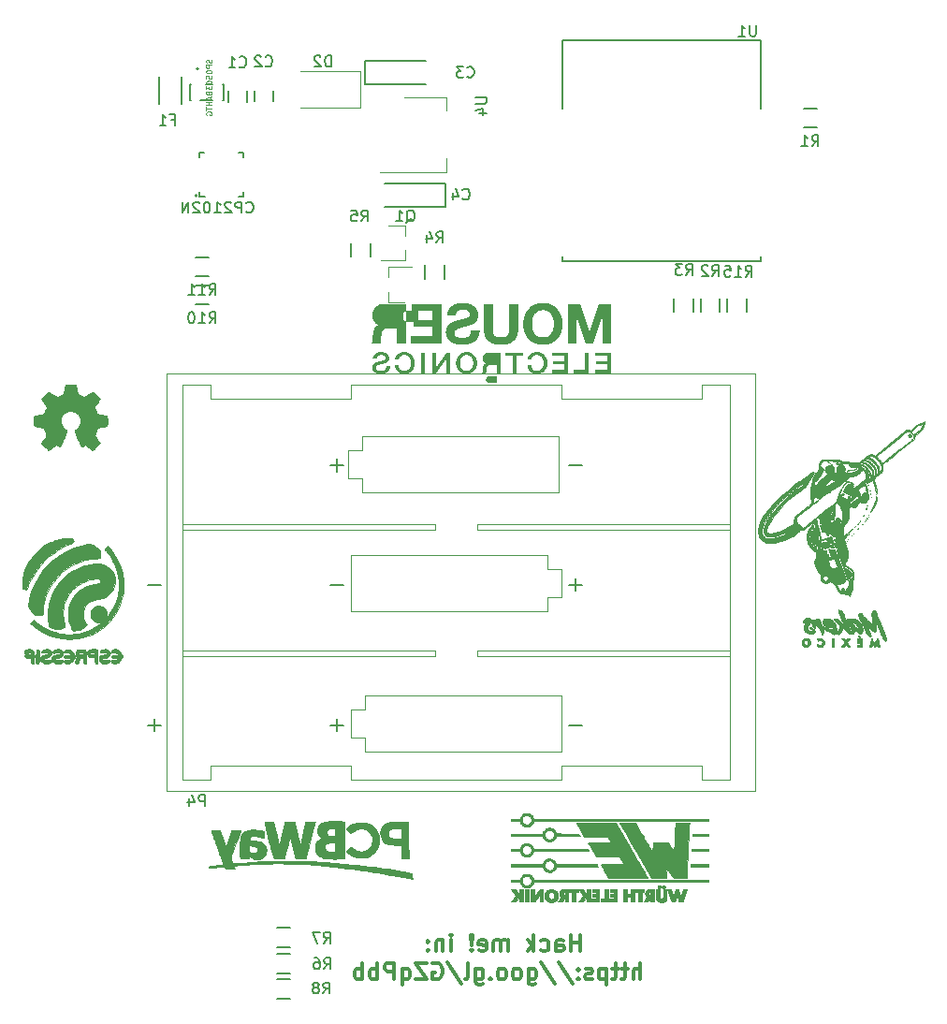
<source format=gbo>
G04 #@! TF.FileFunction,Legend,Bot*
%FSLAX46Y46*%
G04 Gerber Fmt 4.6, Leading zero omitted, Abs format (unit mm)*
G04 Created by KiCad (PCBNEW 4.0.7) date Monday, 12 '12e' March '12e' 2018, 16:25:27*
%MOMM*%
%LPD*%
G01*
G04 APERTURE LIST*
%ADD10C,0.100000*%
%ADD11C,0.300000*%
%ADD12C,0.152400*%
%ADD13C,0.150000*%
%ADD14C,0.120000*%
%ADD15C,0.127000*%
%ADD16C,0.200000*%
%ADD17C,0.010000*%
%ADD18C,0.050000*%
G04 APERTURE END LIST*
D10*
D11*
X130154286Y-118813571D02*
X130154286Y-117313571D01*
X130154286Y-118027857D02*
X129297143Y-118027857D01*
X129297143Y-118813571D02*
X129297143Y-117313571D01*
X127940000Y-118813571D02*
X127940000Y-118027857D01*
X128011429Y-117885000D01*
X128154286Y-117813571D01*
X128440000Y-117813571D01*
X128582857Y-117885000D01*
X127940000Y-118742143D02*
X128082857Y-118813571D01*
X128440000Y-118813571D01*
X128582857Y-118742143D01*
X128654286Y-118599286D01*
X128654286Y-118456429D01*
X128582857Y-118313571D01*
X128440000Y-118242143D01*
X128082857Y-118242143D01*
X127940000Y-118170714D01*
X126582857Y-118742143D02*
X126725714Y-118813571D01*
X127011428Y-118813571D01*
X127154286Y-118742143D01*
X127225714Y-118670714D01*
X127297143Y-118527857D01*
X127297143Y-118099286D01*
X127225714Y-117956429D01*
X127154286Y-117885000D01*
X127011428Y-117813571D01*
X126725714Y-117813571D01*
X126582857Y-117885000D01*
X125940000Y-118813571D02*
X125940000Y-117313571D01*
X125797143Y-118242143D02*
X125368572Y-118813571D01*
X125368572Y-117813571D02*
X125940000Y-118385000D01*
X123582857Y-118813571D02*
X123582857Y-117813571D01*
X123582857Y-117956429D02*
X123511429Y-117885000D01*
X123368571Y-117813571D01*
X123154286Y-117813571D01*
X123011429Y-117885000D01*
X122940000Y-118027857D01*
X122940000Y-118813571D01*
X122940000Y-118027857D02*
X122868571Y-117885000D01*
X122725714Y-117813571D01*
X122511429Y-117813571D01*
X122368571Y-117885000D01*
X122297143Y-118027857D01*
X122297143Y-118813571D01*
X121011429Y-118742143D02*
X121154286Y-118813571D01*
X121440000Y-118813571D01*
X121582857Y-118742143D01*
X121654286Y-118599286D01*
X121654286Y-118027857D01*
X121582857Y-117885000D01*
X121440000Y-117813571D01*
X121154286Y-117813571D01*
X121011429Y-117885000D01*
X120940000Y-118027857D01*
X120940000Y-118170714D01*
X121654286Y-118313571D01*
X120297143Y-118670714D02*
X120225715Y-118742143D01*
X120297143Y-118813571D01*
X120368572Y-118742143D01*
X120297143Y-118670714D01*
X120297143Y-118813571D01*
X120297143Y-118242143D02*
X120368572Y-117385000D01*
X120297143Y-117313571D01*
X120225715Y-117385000D01*
X120297143Y-118242143D01*
X120297143Y-117313571D01*
X118440000Y-118813571D02*
X118440000Y-117813571D01*
X118440000Y-117313571D02*
X118511429Y-117385000D01*
X118440000Y-117456429D01*
X118368572Y-117385000D01*
X118440000Y-117313571D01*
X118440000Y-117456429D01*
X117725714Y-117813571D02*
X117725714Y-118813571D01*
X117725714Y-117956429D02*
X117654286Y-117885000D01*
X117511428Y-117813571D01*
X117297143Y-117813571D01*
X117154286Y-117885000D01*
X117082857Y-118027857D01*
X117082857Y-118813571D01*
X116368571Y-118670714D02*
X116297143Y-118742143D01*
X116368571Y-118813571D01*
X116440000Y-118742143D01*
X116368571Y-118670714D01*
X116368571Y-118813571D01*
X116368571Y-117885000D02*
X116297143Y-117956429D01*
X116368571Y-118027857D01*
X116440000Y-117956429D01*
X116368571Y-117885000D01*
X116368571Y-118027857D01*
X135582858Y-121363571D02*
X135582858Y-119863571D01*
X134940001Y-121363571D02*
X134940001Y-120577857D01*
X135011430Y-120435000D01*
X135154287Y-120363571D01*
X135368572Y-120363571D01*
X135511430Y-120435000D01*
X135582858Y-120506429D01*
X134440001Y-120363571D02*
X133868572Y-120363571D01*
X134225715Y-119863571D02*
X134225715Y-121149286D01*
X134154287Y-121292143D01*
X134011429Y-121363571D01*
X133868572Y-121363571D01*
X133582858Y-120363571D02*
X133011429Y-120363571D01*
X133368572Y-119863571D02*
X133368572Y-121149286D01*
X133297144Y-121292143D01*
X133154286Y-121363571D01*
X133011429Y-121363571D01*
X132511429Y-120363571D02*
X132511429Y-121863571D01*
X132511429Y-120435000D02*
X132368572Y-120363571D01*
X132082858Y-120363571D01*
X131940001Y-120435000D01*
X131868572Y-120506429D01*
X131797143Y-120649286D01*
X131797143Y-121077857D01*
X131868572Y-121220714D01*
X131940001Y-121292143D01*
X132082858Y-121363571D01*
X132368572Y-121363571D01*
X132511429Y-121292143D01*
X131225715Y-121292143D02*
X131082858Y-121363571D01*
X130797143Y-121363571D01*
X130654286Y-121292143D01*
X130582858Y-121149286D01*
X130582858Y-121077857D01*
X130654286Y-120935000D01*
X130797143Y-120863571D01*
X131011429Y-120863571D01*
X131154286Y-120792143D01*
X131225715Y-120649286D01*
X131225715Y-120577857D01*
X131154286Y-120435000D01*
X131011429Y-120363571D01*
X130797143Y-120363571D01*
X130654286Y-120435000D01*
X129940000Y-121220714D02*
X129868572Y-121292143D01*
X129940000Y-121363571D01*
X130011429Y-121292143D01*
X129940000Y-121220714D01*
X129940000Y-121363571D01*
X129940000Y-120435000D02*
X129868572Y-120506429D01*
X129940000Y-120577857D01*
X130011429Y-120506429D01*
X129940000Y-120435000D01*
X129940000Y-120577857D01*
X128154286Y-119792143D02*
X129440000Y-121720714D01*
X126582857Y-119792143D02*
X127868571Y-121720714D01*
X125439999Y-120363571D02*
X125439999Y-121577857D01*
X125511428Y-121720714D01*
X125582856Y-121792143D01*
X125725713Y-121863571D01*
X125939999Y-121863571D01*
X126082856Y-121792143D01*
X125439999Y-121292143D02*
X125582856Y-121363571D01*
X125868570Y-121363571D01*
X126011428Y-121292143D01*
X126082856Y-121220714D01*
X126154285Y-121077857D01*
X126154285Y-120649286D01*
X126082856Y-120506429D01*
X126011428Y-120435000D01*
X125868570Y-120363571D01*
X125582856Y-120363571D01*
X125439999Y-120435000D01*
X124511427Y-121363571D02*
X124654285Y-121292143D01*
X124725713Y-121220714D01*
X124797142Y-121077857D01*
X124797142Y-120649286D01*
X124725713Y-120506429D01*
X124654285Y-120435000D01*
X124511427Y-120363571D01*
X124297142Y-120363571D01*
X124154285Y-120435000D01*
X124082856Y-120506429D01*
X124011427Y-120649286D01*
X124011427Y-121077857D01*
X124082856Y-121220714D01*
X124154285Y-121292143D01*
X124297142Y-121363571D01*
X124511427Y-121363571D01*
X123154284Y-121363571D02*
X123297142Y-121292143D01*
X123368570Y-121220714D01*
X123439999Y-121077857D01*
X123439999Y-120649286D01*
X123368570Y-120506429D01*
X123297142Y-120435000D01*
X123154284Y-120363571D01*
X122939999Y-120363571D01*
X122797142Y-120435000D01*
X122725713Y-120506429D01*
X122654284Y-120649286D01*
X122654284Y-121077857D01*
X122725713Y-121220714D01*
X122797142Y-121292143D01*
X122939999Y-121363571D01*
X123154284Y-121363571D01*
X122011427Y-121220714D02*
X121939999Y-121292143D01*
X122011427Y-121363571D01*
X122082856Y-121292143D01*
X122011427Y-121220714D01*
X122011427Y-121363571D01*
X120654284Y-120363571D02*
X120654284Y-121577857D01*
X120725713Y-121720714D01*
X120797141Y-121792143D01*
X120939998Y-121863571D01*
X121154284Y-121863571D01*
X121297141Y-121792143D01*
X120654284Y-121292143D02*
X120797141Y-121363571D01*
X121082855Y-121363571D01*
X121225713Y-121292143D01*
X121297141Y-121220714D01*
X121368570Y-121077857D01*
X121368570Y-120649286D01*
X121297141Y-120506429D01*
X121225713Y-120435000D01*
X121082855Y-120363571D01*
X120797141Y-120363571D01*
X120654284Y-120435000D01*
X119725712Y-121363571D02*
X119868570Y-121292143D01*
X119939998Y-121149286D01*
X119939998Y-119863571D01*
X118082856Y-119792143D02*
X119368570Y-121720714D01*
X116797141Y-119935000D02*
X116939998Y-119863571D01*
X117154284Y-119863571D01*
X117368569Y-119935000D01*
X117511427Y-120077857D01*
X117582855Y-120220714D01*
X117654284Y-120506429D01*
X117654284Y-120720714D01*
X117582855Y-121006429D01*
X117511427Y-121149286D01*
X117368569Y-121292143D01*
X117154284Y-121363571D01*
X117011427Y-121363571D01*
X116797141Y-121292143D01*
X116725712Y-121220714D01*
X116725712Y-120720714D01*
X117011427Y-120720714D01*
X116225712Y-119863571D02*
X115225712Y-119863571D01*
X116225712Y-121363571D01*
X115225712Y-121363571D01*
X114011427Y-120363571D02*
X114011427Y-121863571D01*
X114011427Y-121292143D02*
X114154284Y-121363571D01*
X114439998Y-121363571D01*
X114582856Y-121292143D01*
X114654284Y-121220714D01*
X114725713Y-121077857D01*
X114725713Y-120649286D01*
X114654284Y-120506429D01*
X114582856Y-120435000D01*
X114439998Y-120363571D01*
X114154284Y-120363571D01*
X114011427Y-120435000D01*
X113297141Y-121363571D02*
X113297141Y-119863571D01*
X112725713Y-119863571D01*
X112582855Y-119935000D01*
X112511427Y-120006429D01*
X112439998Y-120149286D01*
X112439998Y-120363571D01*
X112511427Y-120506429D01*
X112582855Y-120577857D01*
X112725713Y-120649286D01*
X113297141Y-120649286D01*
X111797141Y-121363571D02*
X111797141Y-119863571D01*
X111797141Y-120435000D02*
X111654284Y-120363571D01*
X111368570Y-120363571D01*
X111225713Y-120435000D01*
X111154284Y-120506429D01*
X111082855Y-120649286D01*
X111082855Y-121077857D01*
X111154284Y-121220714D01*
X111225713Y-121292143D01*
X111368570Y-121363571D01*
X111654284Y-121363571D01*
X111797141Y-121292143D01*
X110439998Y-121363571D02*
X110439998Y-119863571D01*
X110439998Y-120435000D02*
X110297141Y-120363571D01*
X110011427Y-120363571D01*
X109868570Y-120435000D01*
X109797141Y-120506429D01*
X109725712Y-120649286D01*
X109725712Y-121077857D01*
X109797141Y-121220714D01*
X109868570Y-121292143D01*
X110011427Y-121363571D01*
X110297141Y-121363571D01*
X110439998Y-121292143D01*
D12*
X146490000Y-36405000D02*
X146490000Y-42590000D01*
X128506800Y-55990000D02*
X128506800Y-56369400D01*
X146490000Y-55990000D02*
X146490000Y-56369400D01*
X128506800Y-36405000D02*
X128506800Y-42590000D01*
X146490000Y-56407500D02*
X128506800Y-56407500D01*
X128519500Y-36405000D02*
X146490000Y-36405000D01*
D13*
X143465000Y-59790000D02*
X143465000Y-60990000D01*
X145215000Y-60990000D02*
X145215000Y-59790000D01*
D14*
X118010000Y-41540000D02*
X118010000Y-42800000D01*
X118010000Y-48360000D02*
X118010000Y-47100000D01*
X114250000Y-41540000D02*
X118010000Y-41540000D01*
X112000000Y-48360000D02*
X118010000Y-48360000D01*
D13*
X117940000Y-49340000D02*
X112440000Y-49340000D01*
X117940000Y-51440000D02*
X112440000Y-51440000D01*
X117940000Y-49340000D02*
X117940000Y-51440000D01*
X151540000Y-42565000D02*
X150340000Y-42565000D01*
X150340000Y-44315000D02*
X151540000Y-44315000D01*
X100005000Y-40964999D02*
X100005000Y-41964999D01*
X98305000Y-41964999D02*
X98305000Y-40964999D01*
X102400000Y-40950000D02*
X102400000Y-41950000D01*
X100700000Y-41950000D02*
X100700000Y-40950000D01*
D14*
X110250000Y-39200000D02*
X110250000Y-42500000D01*
X110250000Y-42500000D02*
X104850000Y-42500000D01*
X110250000Y-39200000D02*
X104850000Y-39200000D01*
D13*
X92050000Y-42200000D02*
X92050000Y-39700000D01*
X94050000Y-42200000D02*
X94050000Y-39700000D01*
D14*
X114277052Y-53143168D02*
X114277052Y-54073168D01*
X114277052Y-56303168D02*
X114277052Y-55373168D01*
X114277052Y-56303168D02*
X112117052Y-56303168D01*
X114277052Y-53143168D02*
X112817052Y-53143168D01*
X112757052Y-60103168D02*
X112757052Y-59173168D01*
X112757052Y-56943168D02*
X112757052Y-57873168D01*
X112757052Y-56943168D02*
X114917052Y-56943168D01*
X112757052Y-60103168D02*
X114217052Y-60103168D01*
D13*
X142765000Y-60990000D02*
X142765000Y-59790000D01*
X141015000Y-59790000D02*
X141015000Y-60990000D01*
X138615000Y-59790000D02*
X138615000Y-60990000D01*
X140365000Y-60990000D02*
X140365000Y-59790000D01*
X117842052Y-57973168D02*
X117842052Y-56773168D01*
X116092052Y-56773168D02*
X116092052Y-57973168D01*
X109392052Y-54773168D02*
X109392052Y-55973168D01*
X111142052Y-55973168D02*
X111142052Y-54773168D01*
X102690000Y-120815000D02*
X103890000Y-120815000D01*
X103890000Y-119065000D02*
X102690000Y-119065000D01*
X102690000Y-118415000D02*
X103890000Y-118415000D01*
X103890000Y-116665000D02*
X102690000Y-116665000D01*
X102690000Y-123115000D02*
X103890000Y-123115000D01*
X103890000Y-121365000D02*
X102690000Y-121365000D01*
D15*
X99230000Y-50580000D02*
X99690000Y-50580000D01*
X99690000Y-50580000D02*
X99690000Y-50110000D01*
X99690000Y-46990000D02*
X99690000Y-46580000D01*
X99690000Y-46580000D02*
X99270000Y-46580000D01*
X95690000Y-47000000D02*
X95690000Y-46580000D01*
X95690000Y-46580000D02*
X96120000Y-46580000D01*
X96180000Y-50580000D02*
X95690000Y-50580000D01*
X95690000Y-50580000D02*
X95690000Y-50110000D01*
D13*
X95490000Y-50480000D02*
G75*
G03X95490000Y-50480000I-100000J0D01*
G01*
X96850000Y-40400000D02*
X96250000Y-40400000D01*
X95800000Y-41800000D02*
X96850000Y-41800000D01*
D15*
X94830000Y-41800000D02*
X94830000Y-40400000D01*
X97870000Y-41800000D02*
X97870000Y-40400000D01*
X94830000Y-41800000D02*
X94930000Y-41800000D01*
X94830000Y-40400000D02*
X94930000Y-40400000D01*
X97870000Y-41800000D02*
X97770000Y-41800000D01*
X97870000Y-40400000D02*
X97770000Y-40400000D01*
D16*
X95623000Y-39000000D02*
G75*
G03X95623000Y-39000000I-100000J0D01*
G01*
D13*
X110680000Y-40390000D02*
X116180000Y-40390000D01*
X110680000Y-38290000D02*
X116180000Y-38290000D01*
X110680000Y-40390000D02*
X110680000Y-38290000D01*
D17*
G36*
X99350528Y-107890247D02*
X99326646Y-107892224D01*
X99282059Y-107894025D01*
X99220254Y-107895582D01*
X99144714Y-107896829D01*
X99058926Y-107897698D01*
X98966374Y-107898122D01*
X98939977Y-107898152D01*
X98576477Y-107898285D01*
X98531013Y-108021224D01*
X98512393Y-108074127D01*
X98489303Y-108143642D01*
X98463879Y-108223111D01*
X98438260Y-108305876D01*
X98419362Y-108368962D01*
X98369317Y-108536799D01*
X98324270Y-108683155D01*
X98283523Y-108810058D01*
X98246378Y-108919538D01*
X98212136Y-109013624D01*
X98180099Y-109094345D01*
X98149567Y-109163729D01*
X98136034Y-109191995D01*
X98109161Y-109245573D01*
X98085987Y-109289846D01*
X98068564Y-109321039D01*
X98058944Y-109335374D01*
X98057871Y-109335807D01*
X98045875Y-109316406D01*
X98027692Y-109277449D01*
X98004611Y-109222386D01*
X97977919Y-109154667D01*
X97948905Y-109077742D01*
X97918857Y-108995062D01*
X97889064Y-108910078D01*
X97860813Y-108826238D01*
X97835394Y-108746994D01*
X97823698Y-108708666D01*
X97776388Y-108552514D01*
X97731845Y-108409873D01*
X97690524Y-108282042D01*
X97652882Y-108170319D01*
X97619375Y-108076003D01*
X97590459Y-108000394D01*
X97566588Y-107944789D01*
X97548220Y-107910488D01*
X97540094Y-107900725D01*
X97525329Y-107898443D01*
X97489997Y-107896880D01*
X97437639Y-107895983D01*
X97371799Y-107895694D01*
X97296021Y-107895959D01*
X97213846Y-107896722D01*
X97128818Y-107897928D01*
X97044480Y-107899521D01*
X96964374Y-107901445D01*
X96892043Y-107903646D01*
X96831031Y-107906068D01*
X96784880Y-107908654D01*
X96757133Y-107911351D01*
X96750688Y-107913089D01*
X96753944Y-107925025D01*
X96764970Y-107958375D01*
X96783292Y-108011811D01*
X96808438Y-108084004D01*
X96839937Y-108173625D01*
X96877316Y-108279345D01*
X96920102Y-108399835D01*
X96967825Y-108533767D01*
X97020010Y-108679811D01*
X97076187Y-108836639D01*
X97135883Y-109002922D01*
X97198626Y-109177331D01*
X97263943Y-109358538D01*
X97289370Y-109428985D01*
X97355526Y-109612459D01*
X97419244Y-109789673D01*
X97480056Y-109959295D01*
X97537490Y-110119994D01*
X97591078Y-110270439D01*
X97640350Y-110409300D01*
X97684836Y-110535244D01*
X97724066Y-110646940D01*
X97757570Y-110743058D01*
X97784879Y-110822267D01*
X97805524Y-110883234D01*
X97819033Y-110924630D01*
X97824939Y-110945122D01*
X97825092Y-110947151D01*
X97803749Y-110958078D01*
X97762227Y-110969696D01*
X97699908Y-110982099D01*
X97616174Y-110995383D01*
X97510408Y-111009640D01*
X97381991Y-111024966D01*
X97230307Y-111041453D01*
X97156571Y-111049046D01*
X97024952Y-111062564D01*
X96915141Y-111074288D01*
X96824851Y-111084592D01*
X96751796Y-111093850D01*
X96693692Y-111102438D01*
X96648251Y-111110728D01*
X96613189Y-111119096D01*
X96586219Y-111127915D01*
X96565056Y-111137560D01*
X96547414Y-111148404D01*
X96546719Y-111148890D01*
X96517665Y-111171439D01*
X96498297Y-111190535D01*
X96494532Y-111196585D01*
X96500526Y-111212341D01*
X96529161Y-111224671D01*
X96579125Y-111233567D01*
X96649113Y-111239022D01*
X96737814Y-111241029D01*
X96843922Y-111239581D01*
X96966127Y-111234671D01*
X97103121Y-111226293D01*
X97253597Y-111214438D01*
X97393287Y-111201408D01*
X97491921Y-111191960D01*
X97586613Y-111183581D01*
X97673667Y-111176546D01*
X97749386Y-111171130D01*
X97810074Y-111167609D01*
X97852035Y-111166257D01*
X97863631Y-111166422D01*
X97946069Y-111170047D01*
X97977677Y-111260762D01*
X98009286Y-111351476D01*
X98127214Y-111351201D01*
X98279708Y-111350749D01*
X98409718Y-111350119D01*
X98518950Y-111349245D01*
X98609109Y-111348064D01*
X98681902Y-111346513D01*
X98739035Y-111344528D01*
X98782213Y-111342046D01*
X98813143Y-111339002D01*
X98833530Y-111335334D01*
X98845081Y-111330978D01*
X98849501Y-111325869D01*
X98849693Y-111324262D01*
X98846290Y-111304218D01*
X98837278Y-111267023D01*
X98824172Y-111218641D01*
X98813619Y-111182143D01*
X98798797Y-111131946D01*
X98786915Y-111091313D01*
X98779419Y-111065211D01*
X98777544Y-111058166D01*
X98788539Y-111056712D01*
X98817786Y-111055640D01*
X98859346Y-111055153D01*
X98866706Y-111055143D01*
X98939593Y-111053842D01*
X99033070Y-111050090D01*
X99143681Y-111044112D01*
X99267974Y-111036131D01*
X99402495Y-111026373D01*
X99543790Y-111015062D01*
X99688406Y-111002422D01*
X99714714Y-111000006D01*
X99899470Y-110982989D01*
X100063423Y-110968134D01*
X100209847Y-110955238D01*
X100342013Y-110944099D01*
X100463194Y-110934514D01*
X100576663Y-110926281D01*
X100685693Y-110919197D01*
X100793554Y-110913060D01*
X100903521Y-110907667D01*
X101018865Y-110902815D01*
X101142859Y-110898304D01*
X101278775Y-110893929D01*
X101429886Y-110889488D01*
X101559238Y-110885881D01*
X101693391Y-110882738D01*
X101846683Y-110880090D01*
X102015688Y-110877937D01*
X102196979Y-110876280D01*
X102387131Y-110875119D01*
X102582718Y-110874453D01*
X102780313Y-110874284D01*
X102976490Y-110874611D01*
X103167824Y-110875434D01*
X103350888Y-110876754D01*
X103522256Y-110878570D01*
X103678502Y-110880884D01*
X103816200Y-110883694D01*
X103893619Y-110885772D01*
X104434595Y-110904820D01*
X104957301Y-110928855D01*
X105460725Y-110957809D01*
X105943852Y-110991615D01*
X106405667Y-111030206D01*
X106845157Y-111073514D01*
X107014190Y-111092112D01*
X107304791Y-111125032D01*
X107574927Y-111155518D01*
X107828159Y-111183966D01*
X108068045Y-111210773D01*
X108298146Y-111236336D01*
X108522020Y-111261052D01*
X108743228Y-111285318D01*
X108907095Y-111303196D01*
X109067795Y-111320710D01*
X109217287Y-111337082D01*
X109357005Y-111352529D01*
X109488381Y-111367266D01*
X109612847Y-111381509D01*
X109731834Y-111395474D01*
X109846776Y-111409375D01*
X109959105Y-111423430D01*
X110070252Y-111437853D01*
X110181650Y-111452860D01*
X110294732Y-111468667D01*
X110410928Y-111485489D01*
X110531673Y-111503543D01*
X110658398Y-111523043D01*
X110792534Y-111544206D01*
X110935515Y-111567247D01*
X111088773Y-111592381D01*
X111253739Y-111619825D01*
X111431847Y-111649794D01*
X111624528Y-111682503D01*
X111833214Y-111718169D01*
X112059338Y-111757007D01*
X112304332Y-111799233D01*
X112569629Y-111845062D01*
X112856659Y-111894710D01*
X112998313Y-111919223D01*
X113210857Y-111955992D01*
X113416996Y-111991626D01*
X113615463Y-112025906D01*
X113804990Y-112058615D01*
X113984312Y-112089535D01*
X114152162Y-112118448D01*
X114307273Y-112145137D01*
X114448379Y-112169385D01*
X114574212Y-112190972D01*
X114683506Y-112209682D01*
X114774994Y-112225297D01*
X114847410Y-112237599D01*
X114899487Y-112246371D01*
X114929958Y-112251394D01*
X114937886Y-112252571D01*
X114946087Y-112242753D01*
X114944797Y-112225357D01*
X114940445Y-112204757D01*
X114932504Y-112164942D01*
X114921865Y-112110468D01*
X114909419Y-112045892D01*
X114899569Y-111994269D01*
X114860834Y-111790395D01*
X114817523Y-111772299D01*
X114766472Y-111754143D01*
X114693625Y-111732938D01*
X114601121Y-111709142D01*
X114491100Y-111683213D01*
X114365701Y-111655607D01*
X114227063Y-111626782D01*
X114077326Y-111597196D01*
X113918629Y-111567305D01*
X113753111Y-111537568D01*
X113585430Y-111508862D01*
X113187366Y-111444261D01*
X112779090Y-111381732D01*
X112358337Y-111320970D01*
X111922840Y-111261666D01*
X111470335Y-111203514D01*
X110998556Y-111146207D01*
X110505238Y-111089438D01*
X110419000Y-111079811D01*
X109911941Y-111024404D01*
X109426586Y-110973372D01*
X108960873Y-110926569D01*
X108512742Y-110883848D01*
X108080131Y-110845063D01*
X107660980Y-110810067D01*
X107253228Y-110778715D01*
X106854814Y-110750861D01*
X106463677Y-110726357D01*
X106077756Y-110705059D01*
X105694991Y-110686819D01*
X105313319Y-110671491D01*
X104930682Y-110658930D01*
X104545016Y-110648989D01*
X104268571Y-110643447D01*
X103989520Y-110639669D01*
X103699880Y-110637976D01*
X103402256Y-110638293D01*
X103099249Y-110640546D01*
X102793463Y-110644658D01*
X102487501Y-110650553D01*
X102183965Y-110658157D01*
X101885459Y-110667394D01*
X101594585Y-110678188D01*
X101313946Y-110690464D01*
X101046145Y-110704146D01*
X100793786Y-110719159D01*
X100559470Y-110735427D01*
X100345800Y-110752875D01*
X100275937Y-110759288D01*
X100076529Y-110778077D01*
X99899241Y-110794524D01*
X99742130Y-110808771D01*
X99603254Y-110820961D01*
X99480670Y-110831236D01*
X99372435Y-110839738D01*
X99276607Y-110846610D01*
X99191243Y-110851994D01*
X99114399Y-110856031D01*
X99044135Y-110858865D01*
X98978506Y-110860637D01*
X98915571Y-110861489D01*
X98878315Y-110861619D01*
X98800371Y-110861124D01*
X98743615Y-110859394D01*
X98705058Y-110856062D01*
X98681713Y-110850758D01*
X98670592Y-110843114D01*
X98668476Y-110835754D01*
X98664320Y-110820970D01*
X98652911Y-110788064D01*
X98635835Y-110741430D01*
X98614679Y-110685465D01*
X98607012Y-110665540D01*
X98573943Y-110576983D01*
X98550461Y-110505458D01*
X98535747Y-110446160D01*
X98528983Y-110394282D01*
X98529350Y-110345020D01*
X98536028Y-110293567D01*
X98540040Y-110272496D01*
X98549154Y-110238374D01*
X98566494Y-110184152D01*
X98591226Y-110112158D01*
X98622514Y-110024722D01*
X98659523Y-109924171D01*
X98701417Y-109812834D01*
X98747363Y-109693041D01*
X98753855Y-109676285D01*
X98845468Y-109439240D01*
X98931000Y-109216174D01*
X99010166Y-109007863D01*
X99082686Y-108815084D01*
X99148277Y-108638610D01*
X99206658Y-108479219D01*
X99257546Y-108337686D01*
X99300659Y-108214787D01*
X99335716Y-108111297D01*
X99362433Y-108027991D01*
X99380530Y-107965647D01*
X99388928Y-107929690D01*
X99397579Y-107882475D01*
X99350528Y-107890247D01*
X99350528Y-107890247D01*
G37*
X99350528Y-107890247D02*
X99326646Y-107892224D01*
X99282059Y-107894025D01*
X99220254Y-107895582D01*
X99144714Y-107896829D01*
X99058926Y-107897698D01*
X98966374Y-107898122D01*
X98939977Y-107898152D01*
X98576477Y-107898285D01*
X98531013Y-108021224D01*
X98512393Y-108074127D01*
X98489303Y-108143642D01*
X98463879Y-108223111D01*
X98438260Y-108305876D01*
X98419362Y-108368962D01*
X98369317Y-108536799D01*
X98324270Y-108683155D01*
X98283523Y-108810058D01*
X98246378Y-108919538D01*
X98212136Y-109013624D01*
X98180099Y-109094345D01*
X98149567Y-109163729D01*
X98136034Y-109191995D01*
X98109161Y-109245573D01*
X98085987Y-109289846D01*
X98068564Y-109321039D01*
X98058944Y-109335374D01*
X98057871Y-109335807D01*
X98045875Y-109316406D01*
X98027692Y-109277449D01*
X98004611Y-109222386D01*
X97977919Y-109154667D01*
X97948905Y-109077742D01*
X97918857Y-108995062D01*
X97889064Y-108910078D01*
X97860813Y-108826238D01*
X97835394Y-108746994D01*
X97823698Y-108708666D01*
X97776388Y-108552514D01*
X97731845Y-108409873D01*
X97690524Y-108282042D01*
X97652882Y-108170319D01*
X97619375Y-108076003D01*
X97590459Y-108000394D01*
X97566588Y-107944789D01*
X97548220Y-107910488D01*
X97540094Y-107900725D01*
X97525329Y-107898443D01*
X97489997Y-107896880D01*
X97437639Y-107895983D01*
X97371799Y-107895694D01*
X97296021Y-107895959D01*
X97213846Y-107896722D01*
X97128818Y-107897928D01*
X97044480Y-107899521D01*
X96964374Y-107901445D01*
X96892043Y-107903646D01*
X96831031Y-107906068D01*
X96784880Y-107908654D01*
X96757133Y-107911351D01*
X96750688Y-107913089D01*
X96753944Y-107925025D01*
X96764970Y-107958375D01*
X96783292Y-108011811D01*
X96808438Y-108084004D01*
X96839937Y-108173625D01*
X96877316Y-108279345D01*
X96920102Y-108399835D01*
X96967825Y-108533767D01*
X97020010Y-108679811D01*
X97076187Y-108836639D01*
X97135883Y-109002922D01*
X97198626Y-109177331D01*
X97263943Y-109358538D01*
X97289370Y-109428985D01*
X97355526Y-109612459D01*
X97419244Y-109789673D01*
X97480056Y-109959295D01*
X97537490Y-110119994D01*
X97591078Y-110270439D01*
X97640350Y-110409300D01*
X97684836Y-110535244D01*
X97724066Y-110646940D01*
X97757570Y-110743058D01*
X97784879Y-110822267D01*
X97805524Y-110883234D01*
X97819033Y-110924630D01*
X97824939Y-110945122D01*
X97825092Y-110947151D01*
X97803749Y-110958078D01*
X97762227Y-110969696D01*
X97699908Y-110982099D01*
X97616174Y-110995383D01*
X97510408Y-111009640D01*
X97381991Y-111024966D01*
X97230307Y-111041453D01*
X97156571Y-111049046D01*
X97024952Y-111062564D01*
X96915141Y-111074288D01*
X96824851Y-111084592D01*
X96751796Y-111093850D01*
X96693692Y-111102438D01*
X96648251Y-111110728D01*
X96613189Y-111119096D01*
X96586219Y-111127915D01*
X96565056Y-111137560D01*
X96547414Y-111148404D01*
X96546719Y-111148890D01*
X96517665Y-111171439D01*
X96498297Y-111190535D01*
X96494532Y-111196585D01*
X96500526Y-111212341D01*
X96529161Y-111224671D01*
X96579125Y-111233567D01*
X96649113Y-111239022D01*
X96737814Y-111241029D01*
X96843922Y-111239581D01*
X96966127Y-111234671D01*
X97103121Y-111226293D01*
X97253597Y-111214438D01*
X97393287Y-111201408D01*
X97491921Y-111191960D01*
X97586613Y-111183581D01*
X97673667Y-111176546D01*
X97749386Y-111171130D01*
X97810074Y-111167609D01*
X97852035Y-111166257D01*
X97863631Y-111166422D01*
X97946069Y-111170047D01*
X97977677Y-111260762D01*
X98009286Y-111351476D01*
X98127214Y-111351201D01*
X98279708Y-111350749D01*
X98409718Y-111350119D01*
X98518950Y-111349245D01*
X98609109Y-111348064D01*
X98681902Y-111346513D01*
X98739035Y-111344528D01*
X98782213Y-111342046D01*
X98813143Y-111339002D01*
X98833530Y-111335334D01*
X98845081Y-111330978D01*
X98849501Y-111325869D01*
X98849693Y-111324262D01*
X98846290Y-111304218D01*
X98837278Y-111267023D01*
X98824172Y-111218641D01*
X98813619Y-111182143D01*
X98798797Y-111131946D01*
X98786915Y-111091313D01*
X98779419Y-111065211D01*
X98777544Y-111058166D01*
X98788539Y-111056712D01*
X98817786Y-111055640D01*
X98859346Y-111055153D01*
X98866706Y-111055143D01*
X98939593Y-111053842D01*
X99033070Y-111050090D01*
X99143681Y-111044112D01*
X99267974Y-111036131D01*
X99402495Y-111026373D01*
X99543790Y-111015062D01*
X99688406Y-111002422D01*
X99714714Y-111000006D01*
X99899470Y-110982989D01*
X100063423Y-110968134D01*
X100209847Y-110955238D01*
X100342013Y-110944099D01*
X100463194Y-110934514D01*
X100576663Y-110926281D01*
X100685693Y-110919197D01*
X100793554Y-110913060D01*
X100903521Y-110907667D01*
X101018865Y-110902815D01*
X101142859Y-110898304D01*
X101278775Y-110893929D01*
X101429886Y-110889488D01*
X101559238Y-110885881D01*
X101693391Y-110882738D01*
X101846683Y-110880090D01*
X102015688Y-110877937D01*
X102196979Y-110876280D01*
X102387131Y-110875119D01*
X102582718Y-110874453D01*
X102780313Y-110874284D01*
X102976490Y-110874611D01*
X103167824Y-110875434D01*
X103350888Y-110876754D01*
X103522256Y-110878570D01*
X103678502Y-110880884D01*
X103816200Y-110883694D01*
X103893619Y-110885772D01*
X104434595Y-110904820D01*
X104957301Y-110928855D01*
X105460725Y-110957809D01*
X105943852Y-110991615D01*
X106405667Y-111030206D01*
X106845157Y-111073514D01*
X107014190Y-111092112D01*
X107304791Y-111125032D01*
X107574927Y-111155518D01*
X107828159Y-111183966D01*
X108068045Y-111210773D01*
X108298146Y-111236336D01*
X108522020Y-111261052D01*
X108743228Y-111285318D01*
X108907095Y-111303196D01*
X109067795Y-111320710D01*
X109217287Y-111337082D01*
X109357005Y-111352529D01*
X109488381Y-111367266D01*
X109612847Y-111381509D01*
X109731834Y-111395474D01*
X109846776Y-111409375D01*
X109959105Y-111423430D01*
X110070252Y-111437853D01*
X110181650Y-111452860D01*
X110294732Y-111468667D01*
X110410928Y-111485489D01*
X110531673Y-111503543D01*
X110658398Y-111523043D01*
X110792534Y-111544206D01*
X110935515Y-111567247D01*
X111088773Y-111592381D01*
X111253739Y-111619825D01*
X111431847Y-111649794D01*
X111624528Y-111682503D01*
X111833214Y-111718169D01*
X112059338Y-111757007D01*
X112304332Y-111799233D01*
X112569629Y-111845062D01*
X112856659Y-111894710D01*
X112998313Y-111919223D01*
X113210857Y-111955992D01*
X113416996Y-111991626D01*
X113615463Y-112025906D01*
X113804990Y-112058615D01*
X113984312Y-112089535D01*
X114152162Y-112118448D01*
X114307273Y-112145137D01*
X114448379Y-112169385D01*
X114574212Y-112190972D01*
X114683506Y-112209682D01*
X114774994Y-112225297D01*
X114847410Y-112237599D01*
X114899487Y-112246371D01*
X114929958Y-112251394D01*
X114937886Y-112252571D01*
X114946087Y-112242753D01*
X114944797Y-112225357D01*
X114940445Y-112204757D01*
X114932504Y-112164942D01*
X114921865Y-112110468D01*
X114909419Y-112045892D01*
X114899569Y-111994269D01*
X114860834Y-111790395D01*
X114817523Y-111772299D01*
X114766472Y-111754143D01*
X114693625Y-111732938D01*
X114601121Y-111709142D01*
X114491100Y-111683213D01*
X114365701Y-111655607D01*
X114227063Y-111626782D01*
X114077326Y-111597196D01*
X113918629Y-111567305D01*
X113753111Y-111537568D01*
X113585430Y-111508862D01*
X113187366Y-111444261D01*
X112779090Y-111381732D01*
X112358337Y-111320970D01*
X111922840Y-111261666D01*
X111470335Y-111203514D01*
X110998556Y-111146207D01*
X110505238Y-111089438D01*
X110419000Y-111079811D01*
X109911941Y-111024404D01*
X109426586Y-110973372D01*
X108960873Y-110926569D01*
X108512742Y-110883848D01*
X108080131Y-110845063D01*
X107660980Y-110810067D01*
X107253228Y-110778715D01*
X106854814Y-110750861D01*
X106463677Y-110726357D01*
X106077756Y-110705059D01*
X105694991Y-110686819D01*
X105313319Y-110671491D01*
X104930682Y-110658930D01*
X104545016Y-110648989D01*
X104268571Y-110643447D01*
X103989520Y-110639669D01*
X103699880Y-110637976D01*
X103402256Y-110638293D01*
X103099249Y-110640546D01*
X102793463Y-110644658D01*
X102487501Y-110650553D01*
X102183965Y-110658157D01*
X101885459Y-110667394D01*
X101594585Y-110678188D01*
X101313946Y-110690464D01*
X101046145Y-110704146D01*
X100793786Y-110719159D01*
X100559470Y-110735427D01*
X100345800Y-110752875D01*
X100275937Y-110759288D01*
X100076529Y-110778077D01*
X99899241Y-110794524D01*
X99742130Y-110808771D01*
X99603254Y-110820961D01*
X99480670Y-110831236D01*
X99372435Y-110839738D01*
X99276607Y-110846610D01*
X99191243Y-110851994D01*
X99114399Y-110856031D01*
X99044135Y-110858865D01*
X98978506Y-110860637D01*
X98915571Y-110861489D01*
X98878315Y-110861619D01*
X98800371Y-110861124D01*
X98743615Y-110859394D01*
X98705058Y-110856062D01*
X98681713Y-110850758D01*
X98670592Y-110843114D01*
X98668476Y-110835754D01*
X98664320Y-110820970D01*
X98652911Y-110788064D01*
X98635835Y-110741430D01*
X98614679Y-110685465D01*
X98607012Y-110665540D01*
X98573943Y-110576983D01*
X98550461Y-110505458D01*
X98535747Y-110446160D01*
X98528983Y-110394282D01*
X98529350Y-110345020D01*
X98536028Y-110293567D01*
X98540040Y-110272496D01*
X98549154Y-110238374D01*
X98566494Y-110184152D01*
X98591226Y-110112158D01*
X98622514Y-110024722D01*
X98659523Y-109924171D01*
X98701417Y-109812834D01*
X98747363Y-109693041D01*
X98753855Y-109676285D01*
X98845468Y-109439240D01*
X98931000Y-109216174D01*
X99010166Y-109007863D01*
X99082686Y-108815084D01*
X99148277Y-108638610D01*
X99206658Y-108479219D01*
X99257546Y-108337686D01*
X99300659Y-108214787D01*
X99335716Y-108111297D01*
X99362433Y-108027991D01*
X99380530Y-107965647D01*
X99388928Y-107929690D01*
X99397579Y-107882475D01*
X99350528Y-107890247D01*
G36*
X100429034Y-107821757D02*
X100340107Y-107824679D01*
X100265979Y-107829520D01*
X100216666Y-107835441D01*
X100043454Y-107871423D01*
X99891483Y-107918510D01*
X99760438Y-107976833D01*
X99650005Y-108046524D01*
X99593259Y-108094080D01*
X99552547Y-108135721D01*
X99515426Y-108179893D01*
X99488451Y-108218627D01*
X99483696Y-108227242D01*
X99454908Y-108298047D01*
X99428446Y-108391689D01*
X99404524Y-108506909D01*
X99383355Y-108642446D01*
X99365153Y-108797039D01*
X99350131Y-108969429D01*
X99344790Y-109047333D01*
X99340100Y-109141057D01*
X99336880Y-109248301D01*
X99335054Y-109365899D01*
X99334550Y-109490683D01*
X99335294Y-109619486D01*
X99337212Y-109749142D01*
X99340230Y-109876482D01*
X99344275Y-109998339D01*
X99349273Y-110111547D01*
X99355150Y-110212939D01*
X99361833Y-110299346D01*
X99369248Y-110367603D01*
X99376524Y-110411071D01*
X99380815Y-110423861D01*
X99390020Y-110431855D01*
X99408983Y-110436173D01*
X99442548Y-110437933D01*
X99494206Y-110438256D01*
X99541105Y-110437864D01*
X99606432Y-110436788D01*
X99684439Y-110435152D01*
X99769379Y-110433076D01*
X99855502Y-110430683D01*
X99868214Y-110430303D01*
X100130570Y-110422381D01*
X100175532Y-110321476D01*
X100195726Y-110277253D01*
X100212355Y-110242883D01*
X100222988Y-110223289D01*
X100225308Y-110220571D01*
X100235679Y-110228396D01*
X100258267Y-110248920D01*
X100288204Y-110277717D01*
X100288515Y-110278024D01*
X100374781Y-110348690D01*
X100478147Y-110409432D01*
X100592347Y-110456595D01*
X100597666Y-110458348D01*
X100643133Y-110471962D01*
X100685960Y-110481442D01*
X100732899Y-110487696D01*
X100790704Y-110491630D01*
X100863762Y-110494093D01*
X100964317Y-110494687D01*
X101043017Y-110490833D01*
X101101802Y-110482429D01*
X101105666Y-110481566D01*
X101230369Y-110443319D01*
X101347820Y-110388871D01*
X101453019Y-110321041D01*
X101540965Y-110242649D01*
X101553339Y-110229046D01*
X101603196Y-110162329D01*
X101650210Y-110081185D01*
X101689279Y-109995270D01*
X101711194Y-109930285D01*
X101726436Y-109853641D01*
X101735509Y-109762533D01*
X101738157Y-109665953D01*
X101736455Y-109626676D01*
X100947653Y-109626676D01*
X100939849Y-109702660D01*
X100912563Y-109776351D01*
X100865688Y-109843450D01*
X100865421Y-109843744D01*
X100811599Y-109886191D01*
X100741182Y-109916713D01*
X100658976Y-109934659D01*
X100569786Y-109939379D01*
X100478419Y-109930221D01*
X100392935Y-109907704D01*
X100304442Y-109868060D01*
X100237155Y-109818839D01*
X100189424Y-109758386D01*
X100159600Y-109685049D01*
X100155980Y-109670238D01*
X100152275Y-109640597D01*
X100150099Y-109595473D01*
X100149323Y-109539793D01*
X100149815Y-109478486D01*
X100151443Y-109416480D01*
X100154075Y-109358702D01*
X100157580Y-109310081D01*
X100161826Y-109275545D01*
X100166682Y-109260021D01*
X100166938Y-109259833D01*
X100183469Y-109258018D01*
X100218950Y-109258910D01*
X100268349Y-109262042D01*
X100326637Y-109266948D01*
X100388780Y-109273159D01*
X100449748Y-109280210D01*
X100504510Y-109287632D01*
X100548034Y-109294959D01*
X100550401Y-109295431D01*
X100626946Y-109315571D01*
X100705446Y-109344322D01*
X100778221Y-109378346D01*
X100837589Y-109414302D01*
X100855221Y-109427935D01*
X100905233Y-109485017D01*
X100936079Y-109552696D01*
X100947653Y-109626676D01*
X101736455Y-109626676D01*
X101734124Y-109572894D01*
X101723611Y-109494620D01*
X101686164Y-109364387D01*
X101628541Y-109246956D01*
X101551534Y-109143070D01*
X101455935Y-109053473D01*
X101342538Y-108978906D01*
X101212135Y-108920113D01*
X101065520Y-108877837D01*
X101065069Y-108877738D01*
X101020643Y-108869336D01*
X100957572Y-108859185D01*
X100881272Y-108848066D01*
X100797156Y-108836759D01*
X100710638Y-108826042D01*
X100687462Y-108823339D01*
X100551984Y-108806884D01*
X100439514Y-108791229D01*
X100348894Y-108776112D01*
X100278966Y-108761273D01*
X100228571Y-108746450D01*
X100196549Y-108731383D01*
X100181744Y-108715811D01*
X100180381Y-108709117D01*
X100187647Y-108664412D01*
X100206801Y-108610583D01*
X100233879Y-108556778D01*
X100264914Y-108512144D01*
X100266625Y-108510173D01*
X100330012Y-108456260D01*
X100411215Y-108417592D01*
X100509024Y-108394474D01*
X100622226Y-108387212D01*
X100728211Y-108393576D01*
X100801369Y-108402990D01*
X100880114Y-108416081D01*
X100968069Y-108433614D01*
X101068856Y-108456353D01*
X101186097Y-108485062D01*
X101296883Y-108513550D01*
X101362699Y-108530435D01*
X101421318Y-108544883D01*
X101468304Y-108555845D01*
X101499218Y-108562275D01*
X101508550Y-108563527D01*
X101514771Y-108561897D01*
X101519513Y-108555196D01*
X101522920Y-108540709D01*
X101525132Y-108515722D01*
X101526291Y-108477519D01*
X101526539Y-108423387D01*
X101526018Y-108350610D01*
X101524868Y-108256475D01*
X101524809Y-108252075D01*
X101523590Y-108167967D01*
X101522323Y-108092272D01*
X101521078Y-108028214D01*
X101519921Y-107979019D01*
X101518921Y-107947914D01*
X101518216Y-107938057D01*
X101504525Y-107933607D01*
X101471076Y-107925966D01*
X101421975Y-107915890D01*
X101361332Y-107904136D01*
X101293254Y-107891458D01*
X101221848Y-107878612D01*
X101151223Y-107866355D01*
X101085487Y-107855441D01*
X101028747Y-107846627D01*
X100996809Y-107842141D01*
X100922798Y-107834441D01*
X100833955Y-107828407D01*
X100735219Y-107824078D01*
X100631528Y-107821499D01*
X100527820Y-107820711D01*
X100429034Y-107821757D01*
X100429034Y-107821757D01*
G37*
X100429034Y-107821757D02*
X100340107Y-107824679D01*
X100265979Y-107829520D01*
X100216666Y-107835441D01*
X100043454Y-107871423D01*
X99891483Y-107918510D01*
X99760438Y-107976833D01*
X99650005Y-108046524D01*
X99593259Y-108094080D01*
X99552547Y-108135721D01*
X99515426Y-108179893D01*
X99488451Y-108218627D01*
X99483696Y-108227242D01*
X99454908Y-108298047D01*
X99428446Y-108391689D01*
X99404524Y-108506909D01*
X99383355Y-108642446D01*
X99365153Y-108797039D01*
X99350131Y-108969429D01*
X99344790Y-109047333D01*
X99340100Y-109141057D01*
X99336880Y-109248301D01*
X99335054Y-109365899D01*
X99334550Y-109490683D01*
X99335294Y-109619486D01*
X99337212Y-109749142D01*
X99340230Y-109876482D01*
X99344275Y-109998339D01*
X99349273Y-110111547D01*
X99355150Y-110212939D01*
X99361833Y-110299346D01*
X99369248Y-110367603D01*
X99376524Y-110411071D01*
X99380815Y-110423861D01*
X99390020Y-110431855D01*
X99408983Y-110436173D01*
X99442548Y-110437933D01*
X99494206Y-110438256D01*
X99541105Y-110437864D01*
X99606432Y-110436788D01*
X99684439Y-110435152D01*
X99769379Y-110433076D01*
X99855502Y-110430683D01*
X99868214Y-110430303D01*
X100130570Y-110422381D01*
X100175532Y-110321476D01*
X100195726Y-110277253D01*
X100212355Y-110242883D01*
X100222988Y-110223289D01*
X100225308Y-110220571D01*
X100235679Y-110228396D01*
X100258267Y-110248920D01*
X100288204Y-110277717D01*
X100288515Y-110278024D01*
X100374781Y-110348690D01*
X100478147Y-110409432D01*
X100592347Y-110456595D01*
X100597666Y-110458348D01*
X100643133Y-110471962D01*
X100685960Y-110481442D01*
X100732899Y-110487696D01*
X100790704Y-110491630D01*
X100863762Y-110494093D01*
X100964317Y-110494687D01*
X101043017Y-110490833D01*
X101101802Y-110482429D01*
X101105666Y-110481566D01*
X101230369Y-110443319D01*
X101347820Y-110388871D01*
X101453019Y-110321041D01*
X101540965Y-110242649D01*
X101553339Y-110229046D01*
X101603196Y-110162329D01*
X101650210Y-110081185D01*
X101689279Y-109995270D01*
X101711194Y-109930285D01*
X101726436Y-109853641D01*
X101735509Y-109762533D01*
X101738157Y-109665953D01*
X101736455Y-109626676D01*
X100947653Y-109626676D01*
X100939849Y-109702660D01*
X100912563Y-109776351D01*
X100865688Y-109843450D01*
X100865421Y-109843744D01*
X100811599Y-109886191D01*
X100741182Y-109916713D01*
X100658976Y-109934659D01*
X100569786Y-109939379D01*
X100478419Y-109930221D01*
X100392935Y-109907704D01*
X100304442Y-109868060D01*
X100237155Y-109818839D01*
X100189424Y-109758386D01*
X100159600Y-109685049D01*
X100155980Y-109670238D01*
X100152275Y-109640597D01*
X100150099Y-109595473D01*
X100149323Y-109539793D01*
X100149815Y-109478486D01*
X100151443Y-109416480D01*
X100154075Y-109358702D01*
X100157580Y-109310081D01*
X100161826Y-109275545D01*
X100166682Y-109260021D01*
X100166938Y-109259833D01*
X100183469Y-109258018D01*
X100218950Y-109258910D01*
X100268349Y-109262042D01*
X100326637Y-109266948D01*
X100388780Y-109273159D01*
X100449748Y-109280210D01*
X100504510Y-109287632D01*
X100548034Y-109294959D01*
X100550401Y-109295431D01*
X100626946Y-109315571D01*
X100705446Y-109344322D01*
X100778221Y-109378346D01*
X100837589Y-109414302D01*
X100855221Y-109427935D01*
X100905233Y-109485017D01*
X100936079Y-109552696D01*
X100947653Y-109626676D01*
X101736455Y-109626676D01*
X101734124Y-109572894D01*
X101723611Y-109494620D01*
X101686164Y-109364387D01*
X101628541Y-109246956D01*
X101551534Y-109143070D01*
X101455935Y-109053473D01*
X101342538Y-108978906D01*
X101212135Y-108920113D01*
X101065520Y-108877837D01*
X101065069Y-108877738D01*
X101020643Y-108869336D01*
X100957572Y-108859185D01*
X100881272Y-108848066D01*
X100797156Y-108836759D01*
X100710638Y-108826042D01*
X100687462Y-108823339D01*
X100551984Y-108806884D01*
X100439514Y-108791229D01*
X100348894Y-108776112D01*
X100278966Y-108761273D01*
X100228571Y-108746450D01*
X100196549Y-108731383D01*
X100181744Y-108715811D01*
X100180381Y-108709117D01*
X100187647Y-108664412D01*
X100206801Y-108610583D01*
X100233879Y-108556778D01*
X100264914Y-108512144D01*
X100266625Y-108510173D01*
X100330012Y-108456260D01*
X100411215Y-108417592D01*
X100509024Y-108394474D01*
X100622226Y-108387212D01*
X100728211Y-108393576D01*
X100801369Y-108402990D01*
X100880114Y-108416081D01*
X100968069Y-108433614D01*
X101068856Y-108456353D01*
X101186097Y-108485062D01*
X101296883Y-108513550D01*
X101362699Y-108530435D01*
X101421318Y-108544883D01*
X101468304Y-108555845D01*
X101499218Y-108562275D01*
X101508550Y-108563527D01*
X101514771Y-108561897D01*
X101519513Y-108555196D01*
X101522920Y-108540709D01*
X101525132Y-108515722D01*
X101526291Y-108477519D01*
X101526539Y-108423387D01*
X101526018Y-108350610D01*
X101524868Y-108256475D01*
X101524809Y-108252075D01*
X101523590Y-108167967D01*
X101522323Y-108092272D01*
X101521078Y-108028214D01*
X101519921Y-107979019D01*
X101518921Y-107947914D01*
X101518216Y-107938057D01*
X101504525Y-107933607D01*
X101471076Y-107925966D01*
X101421975Y-107915890D01*
X101361332Y-107904136D01*
X101293254Y-107891458D01*
X101221848Y-107878612D01*
X101151223Y-107866355D01*
X101085487Y-107855441D01*
X101028747Y-107846627D01*
X100996809Y-107842141D01*
X100922798Y-107834441D01*
X100833955Y-107828407D01*
X100735219Y-107824078D01*
X100631528Y-107821499D01*
X100527820Y-107820711D01*
X100429034Y-107821757D01*
G36*
X107583787Y-107048515D02*
X107429328Y-107055229D01*
X107290918Y-107066217D01*
X107166581Y-107081714D01*
X107054339Y-107101952D01*
X106952216Y-107127167D01*
X106858232Y-107157592D01*
X106770412Y-107193463D01*
X106707377Y-107224093D01*
X106600713Y-107292288D01*
X106511124Y-107376494D01*
X106440067Y-107474825D01*
X106388996Y-107585397D01*
X106366767Y-107665006D01*
X106353199Y-107761138D01*
X106349836Y-107866757D01*
X106356080Y-107974827D01*
X106371337Y-108078314D01*
X106395008Y-108170181D01*
X106413644Y-108218206D01*
X106437029Y-108265192D01*
X106462677Y-108306449D01*
X106494318Y-108346399D01*
X106535684Y-108389468D01*
X106590507Y-108440082D01*
X106629778Y-108474497D01*
X106750569Y-108579093D01*
X106584399Y-108664419D01*
X106483444Y-108719274D01*
X106400391Y-108772438D01*
X106333474Y-108827024D01*
X106280927Y-108886142D01*
X106240985Y-108952904D01*
X106211881Y-109030422D01*
X106191851Y-109121807D01*
X106179127Y-109230171D01*
X106171946Y-109358626D01*
X106170839Y-109393206D01*
X106169042Y-109505490D01*
X106171152Y-109598297D01*
X106177874Y-109676126D01*
X106189913Y-109743477D01*
X106207973Y-109804850D01*
X106232759Y-109864745D01*
X106250219Y-109900047D01*
X106294963Y-109970627D01*
X106356435Y-110045260D01*
X106429231Y-110118234D01*
X106507947Y-110183839D01*
X106541374Y-110207755D01*
X106662821Y-110277326D01*
X106804674Y-110335301D01*
X106965977Y-110381439D01*
X107145778Y-110415502D01*
X107343122Y-110437250D01*
X107485905Y-110444852D01*
X107558403Y-110447231D01*
X107629401Y-110449645D01*
X107692145Y-110451857D01*
X107739878Y-110453634D01*
X107752000Y-110454118D01*
X107781545Y-110454569D01*
X107832130Y-110454471D01*
X107900611Y-110453866D01*
X107983843Y-110452794D01*
X108078683Y-110451298D01*
X108181987Y-110449419D01*
X108290611Y-110447198D01*
X108314428Y-110446679D01*
X108420439Y-110444105D01*
X108518941Y-110441260D01*
X108607301Y-110438254D01*
X108682883Y-110435198D01*
X108743054Y-110432201D01*
X108785180Y-110429373D01*
X108806626Y-110426823D01*
X108808719Y-110426059D01*
X108809948Y-110412931D01*
X108811000Y-110376906D01*
X108811876Y-110319277D01*
X108812574Y-110241338D01*
X108813092Y-110144382D01*
X108813430Y-110029701D01*
X108813587Y-109898589D01*
X108813561Y-109752339D01*
X108813351Y-109592245D01*
X108812957Y-109419598D01*
X108812376Y-109235693D01*
X108811609Y-109041822D01*
X108811416Y-109000874D01*
X107969714Y-109000874D01*
X107969714Y-109807800D01*
X107930405Y-109812679D01*
X107883354Y-109816418D01*
X107819236Y-109818619D01*
X107743887Y-109819375D01*
X107663144Y-109818778D01*
X107582844Y-109816919D01*
X107508822Y-109813891D01*
X107446916Y-109809786D01*
X107402962Y-109804695D01*
X107400834Y-109804327D01*
X107307947Y-109782812D01*
X107233308Y-109753559D01*
X107171519Y-109713939D01*
X107124861Y-109669920D01*
X107072081Y-109594621D01*
X107036044Y-109503707D01*
X107017354Y-109399583D01*
X107016618Y-109284655D01*
X107019650Y-109251412D01*
X107025436Y-109208499D01*
X107034207Y-109180610D01*
X107050968Y-109158661D01*
X107080719Y-109133570D01*
X107087446Y-109128325D01*
X107188562Y-109064258D01*
X107305817Y-109015431D01*
X107436183Y-108982323D01*
X107576631Y-108965415D01*
X107724134Y-108965187D01*
X107875665Y-108982118D01*
X107936452Y-108993744D01*
X107969714Y-109000874D01*
X108811416Y-109000874D01*
X108810654Y-108839279D01*
X108810169Y-108746916D01*
X108807809Y-108310603D01*
X107963948Y-108310603D01*
X107963281Y-108358761D01*
X107961868Y-108389873D01*
X107960081Y-108399964D01*
X107943666Y-108404141D01*
X107907658Y-108406363D01*
X107856558Y-108406831D01*
X107794866Y-108405744D01*
X107727085Y-108403302D01*
X107657714Y-108399707D01*
X107591254Y-108395157D01*
X107532208Y-108389854D01*
X107485075Y-108383997D01*
X107454357Y-108377786D01*
X107453176Y-108377420D01*
X107369723Y-108339387D01*
X107302681Y-108284393D01*
X107253486Y-108213625D01*
X107252546Y-108211761D01*
X107234680Y-108172122D01*
X107224352Y-108135877D01*
X107219619Y-108093442D01*
X107218539Y-108044075D01*
X107226473Y-107950838D01*
X107251376Y-107874332D01*
X107294226Y-107813139D01*
X107356001Y-107765840D01*
X107433323Y-107732412D01*
X107468959Y-107724071D01*
X107520372Y-107717498D01*
X107590067Y-107712475D01*
X107680548Y-107708785D01*
X107717638Y-107707768D01*
X107943323Y-107702195D01*
X107950008Y-107779073D01*
X107953035Y-107823385D01*
X107955821Y-107881809D01*
X107958304Y-107950450D01*
X107960419Y-108025414D01*
X107962105Y-108102806D01*
X107963297Y-108178731D01*
X107963932Y-108249295D01*
X107963948Y-108310603D01*
X108807809Y-108310603D01*
X108801137Y-107077719D01*
X108702926Y-107070954D01*
X108667750Y-107069028D01*
X108611925Y-107066592D01*
X108538986Y-107063775D01*
X108452466Y-107060702D01*
X108355898Y-107057500D01*
X108252816Y-107054294D01*
X108163238Y-107051675D01*
X107948765Y-107046972D01*
X107756274Y-107045841D01*
X107583787Y-107048515D01*
X107583787Y-107048515D01*
G37*
X107583787Y-107048515D02*
X107429328Y-107055229D01*
X107290918Y-107066217D01*
X107166581Y-107081714D01*
X107054339Y-107101952D01*
X106952216Y-107127167D01*
X106858232Y-107157592D01*
X106770412Y-107193463D01*
X106707377Y-107224093D01*
X106600713Y-107292288D01*
X106511124Y-107376494D01*
X106440067Y-107474825D01*
X106388996Y-107585397D01*
X106366767Y-107665006D01*
X106353199Y-107761138D01*
X106349836Y-107866757D01*
X106356080Y-107974827D01*
X106371337Y-108078314D01*
X106395008Y-108170181D01*
X106413644Y-108218206D01*
X106437029Y-108265192D01*
X106462677Y-108306449D01*
X106494318Y-108346399D01*
X106535684Y-108389468D01*
X106590507Y-108440082D01*
X106629778Y-108474497D01*
X106750569Y-108579093D01*
X106584399Y-108664419D01*
X106483444Y-108719274D01*
X106400391Y-108772438D01*
X106333474Y-108827024D01*
X106280927Y-108886142D01*
X106240985Y-108952904D01*
X106211881Y-109030422D01*
X106191851Y-109121807D01*
X106179127Y-109230171D01*
X106171946Y-109358626D01*
X106170839Y-109393206D01*
X106169042Y-109505490D01*
X106171152Y-109598297D01*
X106177874Y-109676126D01*
X106189913Y-109743477D01*
X106207973Y-109804850D01*
X106232759Y-109864745D01*
X106250219Y-109900047D01*
X106294963Y-109970627D01*
X106356435Y-110045260D01*
X106429231Y-110118234D01*
X106507947Y-110183839D01*
X106541374Y-110207755D01*
X106662821Y-110277326D01*
X106804674Y-110335301D01*
X106965977Y-110381439D01*
X107145778Y-110415502D01*
X107343122Y-110437250D01*
X107485905Y-110444852D01*
X107558403Y-110447231D01*
X107629401Y-110449645D01*
X107692145Y-110451857D01*
X107739878Y-110453634D01*
X107752000Y-110454118D01*
X107781545Y-110454569D01*
X107832130Y-110454471D01*
X107900611Y-110453866D01*
X107983843Y-110452794D01*
X108078683Y-110451298D01*
X108181987Y-110449419D01*
X108290611Y-110447198D01*
X108314428Y-110446679D01*
X108420439Y-110444105D01*
X108518941Y-110441260D01*
X108607301Y-110438254D01*
X108682883Y-110435198D01*
X108743054Y-110432201D01*
X108785180Y-110429373D01*
X108806626Y-110426823D01*
X108808719Y-110426059D01*
X108809948Y-110412931D01*
X108811000Y-110376906D01*
X108811876Y-110319277D01*
X108812574Y-110241338D01*
X108813092Y-110144382D01*
X108813430Y-110029701D01*
X108813587Y-109898589D01*
X108813561Y-109752339D01*
X108813351Y-109592245D01*
X108812957Y-109419598D01*
X108812376Y-109235693D01*
X108811609Y-109041822D01*
X108811416Y-109000874D01*
X107969714Y-109000874D01*
X107969714Y-109807800D01*
X107930405Y-109812679D01*
X107883354Y-109816418D01*
X107819236Y-109818619D01*
X107743887Y-109819375D01*
X107663144Y-109818778D01*
X107582844Y-109816919D01*
X107508822Y-109813891D01*
X107446916Y-109809786D01*
X107402962Y-109804695D01*
X107400834Y-109804327D01*
X107307947Y-109782812D01*
X107233308Y-109753559D01*
X107171519Y-109713939D01*
X107124861Y-109669920D01*
X107072081Y-109594621D01*
X107036044Y-109503707D01*
X107017354Y-109399583D01*
X107016618Y-109284655D01*
X107019650Y-109251412D01*
X107025436Y-109208499D01*
X107034207Y-109180610D01*
X107050968Y-109158661D01*
X107080719Y-109133570D01*
X107087446Y-109128325D01*
X107188562Y-109064258D01*
X107305817Y-109015431D01*
X107436183Y-108982323D01*
X107576631Y-108965415D01*
X107724134Y-108965187D01*
X107875665Y-108982118D01*
X107936452Y-108993744D01*
X107969714Y-109000874D01*
X108811416Y-109000874D01*
X108810654Y-108839279D01*
X108810169Y-108746916D01*
X108807809Y-108310603D01*
X107963948Y-108310603D01*
X107963281Y-108358761D01*
X107961868Y-108389873D01*
X107960081Y-108399964D01*
X107943666Y-108404141D01*
X107907658Y-108406363D01*
X107856558Y-108406831D01*
X107794866Y-108405744D01*
X107727085Y-108403302D01*
X107657714Y-108399707D01*
X107591254Y-108395157D01*
X107532208Y-108389854D01*
X107485075Y-108383997D01*
X107454357Y-108377786D01*
X107453176Y-108377420D01*
X107369723Y-108339387D01*
X107302681Y-108284393D01*
X107253486Y-108213625D01*
X107252546Y-108211761D01*
X107234680Y-108172122D01*
X107224352Y-108135877D01*
X107219619Y-108093442D01*
X107218539Y-108044075D01*
X107226473Y-107950838D01*
X107251376Y-107874332D01*
X107294226Y-107813139D01*
X107356001Y-107765840D01*
X107433323Y-107732412D01*
X107468959Y-107724071D01*
X107520372Y-107717498D01*
X107590067Y-107712475D01*
X107680548Y-107708785D01*
X107717638Y-107707768D01*
X107943323Y-107702195D01*
X107950008Y-107779073D01*
X107953035Y-107823385D01*
X107955821Y-107881809D01*
X107958304Y-107950450D01*
X107960419Y-108025414D01*
X107962105Y-108102806D01*
X107963297Y-108178731D01*
X107963932Y-108249295D01*
X107963948Y-108310603D01*
X108807809Y-108310603D01*
X108801137Y-107077719D01*
X108702926Y-107070954D01*
X108667750Y-107069028D01*
X108611925Y-107066592D01*
X108538986Y-107063775D01*
X108452466Y-107060702D01*
X108355898Y-107057500D01*
X108252816Y-107054294D01*
X108163238Y-107051675D01*
X107948765Y-107046972D01*
X107756274Y-107045841D01*
X107583787Y-107048515D01*
G36*
X106087262Y-107068497D02*
X106037240Y-107068818D01*
X105972928Y-107069402D01*
X105897624Y-107070206D01*
X105814627Y-107071185D01*
X105727236Y-107072295D01*
X105638749Y-107073492D01*
X105552467Y-107074732D01*
X105471686Y-107075970D01*
X105399708Y-107077163D01*
X105339829Y-107078267D01*
X105295350Y-107079236D01*
X105269568Y-107080028D01*
X105264409Y-107080417D01*
X105261652Y-107092186D01*
X105254250Y-107125896D01*
X105242572Y-107179825D01*
X105226985Y-107252250D01*
X105207860Y-107341448D01*
X105185564Y-107445695D01*
X105160466Y-107563268D01*
X105132935Y-107692444D01*
X105103339Y-107831500D01*
X105072048Y-107978712D01*
X105049317Y-108085765D01*
X105016887Y-108238303D01*
X104985734Y-108384343D01*
X104956243Y-108522110D01*
X104928797Y-108649829D01*
X104903783Y-108765724D01*
X104881584Y-108868021D01*
X104862586Y-108954945D01*
X104847174Y-109024721D01*
X104835731Y-109075573D01*
X104828644Y-109105728D01*
X104826519Y-109113479D01*
X104816849Y-109118591D01*
X104802019Y-109103576D01*
X104783420Y-109071594D01*
X104762442Y-109025805D01*
X104740472Y-108969370D01*
X104718903Y-108905450D01*
X104699122Y-108837203D01*
X104691055Y-108805428D01*
X104680310Y-108761500D01*
X104665040Y-108699791D01*
X104645803Y-108622513D01*
X104623157Y-108531879D01*
X104597662Y-108430102D01*
X104569875Y-108319393D01*
X104540355Y-108201966D01*
X104509661Y-108080032D01*
X104478351Y-107955804D01*
X104446984Y-107831495D01*
X104416117Y-107709316D01*
X104386310Y-107591480D01*
X104358121Y-107480201D01*
X104332109Y-107377689D01*
X104308831Y-107286157D01*
X104288847Y-107207819D01*
X104272714Y-107144885D01*
X104260992Y-107099570D01*
X104254239Y-107074084D01*
X104252781Y-107069201D01*
X104240582Y-107069105D01*
X104206956Y-107069385D01*
X104154662Y-107070006D01*
X104086462Y-107070929D01*
X104005114Y-107072117D01*
X103913378Y-107073534D01*
X103828006Y-107074911D01*
X103405583Y-107081857D01*
X103360822Y-107281428D01*
X103345867Y-107348530D01*
X103327056Y-107433588D01*
X103305640Y-107530909D01*
X103282868Y-107634805D01*
X103259992Y-107739585D01*
X103241262Y-107825714D01*
X103200495Y-108010245D01*
X103159525Y-108189285D01*
X103119013Y-108360199D01*
X103079619Y-108520349D01*
X103042006Y-108667100D01*
X103006832Y-108797816D01*
X102974760Y-108909860D01*
X102947989Y-108995924D01*
X102926974Y-109058683D01*
X102908032Y-109112952D01*
X102892621Y-109154729D01*
X102882200Y-109180009D01*
X102878841Y-109185673D01*
X102874997Y-109174938D01*
X102866300Y-109142249D01*
X102853138Y-109089267D01*
X102835898Y-109017654D01*
X102814968Y-108929071D01*
X102790735Y-108825180D01*
X102763588Y-108707643D01*
X102733913Y-108578122D01*
X102702098Y-108438277D01*
X102668532Y-108289771D01*
X102634082Y-108136416D01*
X102397901Y-107081857D01*
X101983037Y-107078672D01*
X101568174Y-107075488D01*
X101576341Y-107139149D01*
X101586658Y-107206456D01*
X101602905Y-107295031D01*
X101624572Y-107402822D01*
X101651148Y-107527779D01*
X101682123Y-107667852D01*
X101716987Y-107820989D01*
X101755229Y-107985141D01*
X101796340Y-108158257D01*
X101839810Y-108338287D01*
X101885127Y-108523180D01*
X101931783Y-108710885D01*
X101979266Y-108899352D01*
X102027067Y-109086530D01*
X102074676Y-109270369D01*
X102121582Y-109448819D01*
X102167274Y-109619829D01*
X102211244Y-109781348D01*
X102252981Y-109931326D01*
X102291974Y-110067712D01*
X102327713Y-110188456D01*
X102359689Y-110291508D01*
X102364018Y-110304969D01*
X102406877Y-110437546D01*
X102862986Y-110430330D01*
X102965696Y-110428514D01*
X103060706Y-110426469D01*
X103145324Y-110424280D01*
X103216857Y-110422033D01*
X103272610Y-110419812D01*
X103309892Y-110417705D01*
X103326008Y-110415796D01*
X103326396Y-110415580D01*
X103330668Y-110403027D01*
X103340865Y-110368891D01*
X103356498Y-110314910D01*
X103377076Y-110242827D01*
X103402110Y-110154381D01*
X103431108Y-110051312D01*
X103463582Y-109935360D01*
X103499040Y-109808267D01*
X103536992Y-109671771D01*
X103576948Y-109527615D01*
X103598539Y-109449534D01*
X103639302Y-109302267D01*
X103678292Y-109161908D01*
X103715024Y-109030177D01*
X103749011Y-108908796D01*
X103779765Y-108799489D01*
X103806801Y-108703978D01*
X103829632Y-108623984D01*
X103847770Y-108561229D01*
X103860729Y-108517437D01*
X103868023Y-108494329D01*
X103869428Y-108491057D01*
X103873315Y-108502486D01*
X103882720Y-108535579D01*
X103897175Y-108588561D01*
X103916214Y-108659657D01*
X103939369Y-108747093D01*
X103966173Y-108849094D01*
X103996157Y-108963885D01*
X104028854Y-109089693D01*
X104063797Y-109224742D01*
X104100519Y-109367258D01*
X104110794Y-109407237D01*
X104148304Y-109553184D01*
X104184390Y-109693415D01*
X104218553Y-109826005D01*
X104250294Y-109949029D01*
X104279117Y-110060562D01*
X104304523Y-110158678D01*
X104326014Y-110241453D01*
X104343092Y-110306960D01*
X104355258Y-110353275D01*
X104362015Y-110378473D01*
X104362680Y-110380833D01*
X104379248Y-110438285D01*
X105306757Y-110438285D01*
X105319367Y-110380833D01*
X105323727Y-110362360D01*
X105333522Y-110321796D01*
X105348410Y-110260543D01*
X105368047Y-110179999D01*
X105392091Y-110081566D01*
X105420199Y-109966643D01*
X105452028Y-109836630D01*
X105487235Y-109692928D01*
X105525478Y-109536936D01*
X105566413Y-109370055D01*
X105609697Y-109193684D01*
X105654989Y-109009224D01*
X105701944Y-108818076D01*
X105731608Y-108697364D01*
X105779153Y-108503894D01*
X105825086Y-108316948D01*
X105869079Y-108137867D01*
X105910802Y-107967989D01*
X105949927Y-107808653D01*
X105986125Y-107661199D01*
X106019069Y-107526966D01*
X106048428Y-107407293D01*
X106073875Y-107303520D01*
X106095081Y-107216986D01*
X106111716Y-107149029D01*
X106123454Y-107100990D01*
X106129964Y-107074207D01*
X106131238Y-107068822D01*
X106119694Y-107068483D01*
X106087262Y-107068497D01*
X106087262Y-107068497D01*
G37*
X106087262Y-107068497D02*
X106037240Y-107068818D01*
X105972928Y-107069402D01*
X105897624Y-107070206D01*
X105814627Y-107071185D01*
X105727236Y-107072295D01*
X105638749Y-107073492D01*
X105552467Y-107074732D01*
X105471686Y-107075970D01*
X105399708Y-107077163D01*
X105339829Y-107078267D01*
X105295350Y-107079236D01*
X105269568Y-107080028D01*
X105264409Y-107080417D01*
X105261652Y-107092186D01*
X105254250Y-107125896D01*
X105242572Y-107179825D01*
X105226985Y-107252250D01*
X105207860Y-107341448D01*
X105185564Y-107445695D01*
X105160466Y-107563268D01*
X105132935Y-107692444D01*
X105103339Y-107831500D01*
X105072048Y-107978712D01*
X105049317Y-108085765D01*
X105016887Y-108238303D01*
X104985734Y-108384343D01*
X104956243Y-108522110D01*
X104928797Y-108649829D01*
X104903783Y-108765724D01*
X104881584Y-108868021D01*
X104862586Y-108954945D01*
X104847174Y-109024721D01*
X104835731Y-109075573D01*
X104828644Y-109105728D01*
X104826519Y-109113479D01*
X104816849Y-109118591D01*
X104802019Y-109103576D01*
X104783420Y-109071594D01*
X104762442Y-109025805D01*
X104740472Y-108969370D01*
X104718903Y-108905450D01*
X104699122Y-108837203D01*
X104691055Y-108805428D01*
X104680310Y-108761500D01*
X104665040Y-108699791D01*
X104645803Y-108622513D01*
X104623157Y-108531879D01*
X104597662Y-108430102D01*
X104569875Y-108319393D01*
X104540355Y-108201966D01*
X104509661Y-108080032D01*
X104478351Y-107955804D01*
X104446984Y-107831495D01*
X104416117Y-107709316D01*
X104386310Y-107591480D01*
X104358121Y-107480201D01*
X104332109Y-107377689D01*
X104308831Y-107286157D01*
X104288847Y-107207819D01*
X104272714Y-107144885D01*
X104260992Y-107099570D01*
X104254239Y-107074084D01*
X104252781Y-107069201D01*
X104240582Y-107069105D01*
X104206956Y-107069385D01*
X104154662Y-107070006D01*
X104086462Y-107070929D01*
X104005114Y-107072117D01*
X103913378Y-107073534D01*
X103828006Y-107074911D01*
X103405583Y-107081857D01*
X103360822Y-107281428D01*
X103345867Y-107348530D01*
X103327056Y-107433588D01*
X103305640Y-107530909D01*
X103282868Y-107634805D01*
X103259992Y-107739585D01*
X103241262Y-107825714D01*
X103200495Y-108010245D01*
X103159525Y-108189285D01*
X103119013Y-108360199D01*
X103079619Y-108520349D01*
X103042006Y-108667100D01*
X103006832Y-108797816D01*
X102974760Y-108909860D01*
X102947989Y-108995924D01*
X102926974Y-109058683D01*
X102908032Y-109112952D01*
X102892621Y-109154729D01*
X102882200Y-109180009D01*
X102878841Y-109185673D01*
X102874997Y-109174938D01*
X102866300Y-109142249D01*
X102853138Y-109089267D01*
X102835898Y-109017654D01*
X102814968Y-108929071D01*
X102790735Y-108825180D01*
X102763588Y-108707643D01*
X102733913Y-108578122D01*
X102702098Y-108438277D01*
X102668532Y-108289771D01*
X102634082Y-108136416D01*
X102397901Y-107081857D01*
X101983037Y-107078672D01*
X101568174Y-107075488D01*
X101576341Y-107139149D01*
X101586658Y-107206456D01*
X101602905Y-107295031D01*
X101624572Y-107402822D01*
X101651148Y-107527779D01*
X101682123Y-107667852D01*
X101716987Y-107820989D01*
X101755229Y-107985141D01*
X101796340Y-108158257D01*
X101839810Y-108338287D01*
X101885127Y-108523180D01*
X101931783Y-108710885D01*
X101979266Y-108899352D01*
X102027067Y-109086530D01*
X102074676Y-109270369D01*
X102121582Y-109448819D01*
X102167274Y-109619829D01*
X102211244Y-109781348D01*
X102252981Y-109931326D01*
X102291974Y-110067712D01*
X102327713Y-110188456D01*
X102359689Y-110291508D01*
X102364018Y-110304969D01*
X102406877Y-110437546D01*
X102862986Y-110430330D01*
X102965696Y-110428514D01*
X103060706Y-110426469D01*
X103145324Y-110424280D01*
X103216857Y-110422033D01*
X103272610Y-110419812D01*
X103309892Y-110417705D01*
X103326008Y-110415796D01*
X103326396Y-110415580D01*
X103330668Y-110403027D01*
X103340865Y-110368891D01*
X103356498Y-110314910D01*
X103377076Y-110242827D01*
X103402110Y-110154381D01*
X103431108Y-110051312D01*
X103463582Y-109935360D01*
X103499040Y-109808267D01*
X103536992Y-109671771D01*
X103576948Y-109527615D01*
X103598539Y-109449534D01*
X103639302Y-109302267D01*
X103678292Y-109161908D01*
X103715024Y-109030177D01*
X103749011Y-108908796D01*
X103779765Y-108799489D01*
X103806801Y-108703978D01*
X103829632Y-108623984D01*
X103847770Y-108561229D01*
X103860729Y-108517437D01*
X103868023Y-108494329D01*
X103869428Y-108491057D01*
X103873315Y-108502486D01*
X103882720Y-108535579D01*
X103897175Y-108588561D01*
X103916214Y-108659657D01*
X103939369Y-108747093D01*
X103966173Y-108849094D01*
X103996157Y-108963885D01*
X104028854Y-109089693D01*
X104063797Y-109224742D01*
X104100519Y-109367258D01*
X104110794Y-109407237D01*
X104148304Y-109553184D01*
X104184390Y-109693415D01*
X104218553Y-109826005D01*
X104250294Y-109949029D01*
X104279117Y-110060562D01*
X104304523Y-110158678D01*
X104326014Y-110241453D01*
X104343092Y-110306960D01*
X104355258Y-110353275D01*
X104362015Y-110378473D01*
X104362680Y-110380833D01*
X104379248Y-110438285D01*
X105306757Y-110438285D01*
X105319367Y-110380833D01*
X105323727Y-110362360D01*
X105333522Y-110321796D01*
X105348410Y-110260543D01*
X105368047Y-110179999D01*
X105392091Y-110081566D01*
X105420199Y-109966643D01*
X105452028Y-109836630D01*
X105487235Y-109692928D01*
X105525478Y-109536936D01*
X105566413Y-109370055D01*
X105609697Y-109193684D01*
X105654989Y-109009224D01*
X105701944Y-108818076D01*
X105731608Y-108697364D01*
X105779153Y-108503894D01*
X105825086Y-108316948D01*
X105869079Y-108137867D01*
X105910802Y-107967989D01*
X105949927Y-107808653D01*
X105986125Y-107661199D01*
X106019069Y-107526966D01*
X106048428Y-107407293D01*
X106073875Y-107303520D01*
X106095081Y-107216986D01*
X106111716Y-107149029D01*
X106123454Y-107100990D01*
X106129964Y-107074207D01*
X106131238Y-107068822D01*
X106119694Y-107068483D01*
X106087262Y-107068497D01*
G36*
X113747153Y-107104171D02*
X113628348Y-107105218D01*
X113513170Y-107106853D01*
X113404148Y-107109080D01*
X113303810Y-107111901D01*
X113214684Y-107115319D01*
X113139299Y-107119336D01*
X113080183Y-107123955D01*
X113079952Y-107123977D01*
X112920484Y-107143994D01*
X112781215Y-107171326D01*
X112658918Y-107207256D01*
X112550365Y-107253069D01*
X112452328Y-107310048D01*
X112361581Y-107379476D01*
X112304503Y-107432354D01*
X112252348Y-107485678D01*
X112213757Y-107530042D01*
X112183759Y-107572025D01*
X112157379Y-107618206D01*
X112144303Y-107644285D01*
X112112250Y-107713438D01*
X112088439Y-107774406D01*
X112071727Y-107832998D01*
X112060971Y-107895019D01*
X112055029Y-107966275D01*
X112052759Y-108052573D01*
X112052666Y-108109952D01*
X112053281Y-108188067D01*
X112054823Y-108247549D01*
X112057887Y-108293957D01*
X112063070Y-108332845D01*
X112070967Y-108369771D01*
X112082175Y-108410291D01*
X112086408Y-108424428D01*
X112143005Y-108579701D01*
X112213356Y-108717936D01*
X112296633Y-108838046D01*
X112392005Y-108938942D01*
X112498645Y-109019534D01*
X112569080Y-109058360D01*
X112629968Y-109085603D01*
X112691722Y-109108643D01*
X112757052Y-109127865D01*
X112828666Y-109143653D01*
X112909275Y-109156392D01*
X113001588Y-109166465D01*
X113108315Y-109174258D01*
X113232164Y-109180155D01*
X113375847Y-109184540D01*
X113473047Y-109186612D01*
X113569327Y-109188562D01*
X113658739Y-109190660D01*
X113738178Y-109192812D01*
X113804534Y-109194922D01*
X113854700Y-109196895D01*
X113885568Y-109198637D01*
X113893357Y-109199493D01*
X113920571Y-109205032D01*
X113920571Y-110426190D01*
X114123166Y-110423605D01*
X114204465Y-110422427D01*
X114290209Y-110420948D01*
X114371938Y-110419328D01*
X114441188Y-110417728D01*
X114462668Y-110417153D01*
X114599573Y-110413287D01*
X114591089Y-108771762D01*
X114590040Y-108574487D01*
X114588968Y-108383916D01*
X114587885Y-108201445D01*
X114586801Y-108028469D01*
X114585727Y-107866385D01*
X114584674Y-107716586D01*
X114584506Y-107694149D01*
X113920571Y-107694149D01*
X113920571Y-108610799D01*
X113838928Y-108615805D01*
X113773240Y-108618466D01*
X113694239Y-108619505D01*
X113606691Y-108619071D01*
X113515359Y-108617316D01*
X113425008Y-108614389D01*
X113340402Y-108610441D01*
X113266306Y-108605621D01*
X113207483Y-108600081D01*
X113172418Y-108594787D01*
X113055332Y-108561570D01*
X112956571Y-108514514D01*
X112876867Y-108454146D01*
X112816950Y-108380994D01*
X112784256Y-108314959D01*
X112770837Y-108274785D01*
X112763236Y-108237121D01*
X112760422Y-108193418D01*
X112761361Y-108135128D01*
X112761641Y-108127692D01*
X112765238Y-108066549D01*
X112771606Y-108021160D01*
X112782478Y-107983109D01*
X112799420Y-107944321D01*
X112848317Y-107868946D01*
X112915586Y-107806070D01*
X113002217Y-107755055D01*
X113109198Y-107715264D01*
X113183837Y-107696453D01*
X113226134Y-107688493D01*
X113271518Y-107682646D01*
X113324425Y-107678647D01*
X113389286Y-107676236D01*
X113470534Y-107675149D01*
X113545619Y-107675047D01*
X113626509Y-107675637D01*
X113702768Y-107676982D01*
X113769798Y-107678939D01*
X113823000Y-107681368D01*
X113857777Y-107684125D01*
X113863119Y-107684860D01*
X113920571Y-107694149D01*
X114584506Y-107694149D01*
X114583651Y-107580469D01*
X114582671Y-107459429D01*
X114581742Y-107354860D01*
X114580878Y-107268159D01*
X114580087Y-107200721D01*
X114579380Y-107153940D01*
X114578769Y-107129213D01*
X114578486Y-107125525D01*
X114562464Y-107120826D01*
X114524786Y-107116689D01*
X114467980Y-107113118D01*
X114394576Y-107110115D01*
X114307100Y-107107682D01*
X114208082Y-107105823D01*
X114100050Y-107104540D01*
X113985533Y-107103835D01*
X113867057Y-107103711D01*
X113747153Y-107104171D01*
X113747153Y-107104171D01*
G37*
X113747153Y-107104171D02*
X113628348Y-107105218D01*
X113513170Y-107106853D01*
X113404148Y-107109080D01*
X113303810Y-107111901D01*
X113214684Y-107115319D01*
X113139299Y-107119336D01*
X113080183Y-107123955D01*
X113079952Y-107123977D01*
X112920484Y-107143994D01*
X112781215Y-107171326D01*
X112658918Y-107207256D01*
X112550365Y-107253069D01*
X112452328Y-107310048D01*
X112361581Y-107379476D01*
X112304503Y-107432354D01*
X112252348Y-107485678D01*
X112213757Y-107530042D01*
X112183759Y-107572025D01*
X112157379Y-107618206D01*
X112144303Y-107644285D01*
X112112250Y-107713438D01*
X112088439Y-107774406D01*
X112071727Y-107832998D01*
X112060971Y-107895019D01*
X112055029Y-107966275D01*
X112052759Y-108052573D01*
X112052666Y-108109952D01*
X112053281Y-108188067D01*
X112054823Y-108247549D01*
X112057887Y-108293957D01*
X112063070Y-108332845D01*
X112070967Y-108369771D01*
X112082175Y-108410291D01*
X112086408Y-108424428D01*
X112143005Y-108579701D01*
X112213356Y-108717936D01*
X112296633Y-108838046D01*
X112392005Y-108938942D01*
X112498645Y-109019534D01*
X112569080Y-109058360D01*
X112629968Y-109085603D01*
X112691722Y-109108643D01*
X112757052Y-109127865D01*
X112828666Y-109143653D01*
X112909275Y-109156392D01*
X113001588Y-109166465D01*
X113108315Y-109174258D01*
X113232164Y-109180155D01*
X113375847Y-109184540D01*
X113473047Y-109186612D01*
X113569327Y-109188562D01*
X113658739Y-109190660D01*
X113738178Y-109192812D01*
X113804534Y-109194922D01*
X113854700Y-109196895D01*
X113885568Y-109198637D01*
X113893357Y-109199493D01*
X113920571Y-109205032D01*
X113920571Y-110426190D01*
X114123166Y-110423605D01*
X114204465Y-110422427D01*
X114290209Y-110420948D01*
X114371938Y-110419328D01*
X114441188Y-110417728D01*
X114462668Y-110417153D01*
X114599573Y-110413287D01*
X114591089Y-108771762D01*
X114590040Y-108574487D01*
X114588968Y-108383916D01*
X114587885Y-108201445D01*
X114586801Y-108028469D01*
X114585727Y-107866385D01*
X114584674Y-107716586D01*
X114584506Y-107694149D01*
X113920571Y-107694149D01*
X113920571Y-108610799D01*
X113838928Y-108615805D01*
X113773240Y-108618466D01*
X113694239Y-108619505D01*
X113606691Y-108619071D01*
X113515359Y-108617316D01*
X113425008Y-108614389D01*
X113340402Y-108610441D01*
X113266306Y-108605621D01*
X113207483Y-108600081D01*
X113172418Y-108594787D01*
X113055332Y-108561570D01*
X112956571Y-108514514D01*
X112876867Y-108454146D01*
X112816950Y-108380994D01*
X112784256Y-108314959D01*
X112770837Y-108274785D01*
X112763236Y-108237121D01*
X112760422Y-108193418D01*
X112761361Y-108135128D01*
X112761641Y-108127692D01*
X112765238Y-108066549D01*
X112771606Y-108021160D01*
X112782478Y-107983109D01*
X112799420Y-107944321D01*
X112848317Y-107868946D01*
X112915586Y-107806070D01*
X113002217Y-107755055D01*
X113109198Y-107715264D01*
X113183837Y-107696453D01*
X113226134Y-107688493D01*
X113271518Y-107682646D01*
X113324425Y-107678647D01*
X113389286Y-107676236D01*
X113470534Y-107675149D01*
X113545619Y-107675047D01*
X113626509Y-107675637D01*
X113702768Y-107676982D01*
X113769798Y-107678939D01*
X113823000Y-107681368D01*
X113857777Y-107684125D01*
X113863119Y-107684860D01*
X113920571Y-107694149D01*
X114584506Y-107694149D01*
X114583651Y-107580469D01*
X114582671Y-107459429D01*
X114581742Y-107354860D01*
X114580878Y-107268159D01*
X114580087Y-107200721D01*
X114579380Y-107153940D01*
X114578769Y-107129213D01*
X114578486Y-107125525D01*
X114562464Y-107120826D01*
X114524786Y-107116689D01*
X114467980Y-107113118D01*
X114394576Y-107110115D01*
X114307100Y-107107682D01*
X114208082Y-107105823D01*
X114100050Y-107104540D01*
X113985533Y-107103835D01*
X113867057Y-107103711D01*
X113747153Y-107104171D01*
G36*
X110173760Y-107167039D02*
X110099462Y-107167792D01*
X110040478Y-107169523D01*
X109992372Y-107172531D01*
X109950708Y-107177114D01*
X109911048Y-107183574D01*
X109868957Y-107192209D01*
X109858017Y-107194635D01*
X109681694Y-107242532D01*
X109519514Y-107303685D01*
X109373047Y-107377123D01*
X109243862Y-107461874D01*
X109133531Y-107556964D01*
X109043624Y-107661423D01*
X109002366Y-107724358D01*
X108984290Y-107758497D01*
X108979138Y-107779860D01*
X108985389Y-107795071D01*
X108985966Y-107795779D01*
X108999185Y-107809490D01*
X109026993Y-107836829D01*
X109066351Y-107874860D01*
X109114219Y-107920645D01*
X109167556Y-107971248D01*
X109168230Y-107971884D01*
X109230694Y-108030168D01*
X109278370Y-108072787D01*
X109313352Y-108101401D01*
X109337734Y-108117670D01*
X109353611Y-108123254D01*
X109358503Y-108122734D01*
X109375819Y-108113829D01*
X109409352Y-108093743D01*
X109455289Y-108064863D01*
X109509820Y-108029575D01*
X109555059Y-107999676D01*
X109671309Y-107924547D01*
X109773619Y-107864087D01*
X109865865Y-107816601D01*
X109951920Y-107780393D01*
X110035661Y-107753768D01*
X110120960Y-107735029D01*
X110180119Y-107726143D01*
X110321547Y-107719705D01*
X110467177Y-107734472D01*
X110612200Y-107769198D01*
X110751812Y-107822639D01*
X110881206Y-107893547D01*
X110915477Y-107916735D01*
X111028129Y-108010509D01*
X111123052Y-108117984D01*
X111200228Y-108236778D01*
X111259638Y-108364509D01*
X111301264Y-108498794D01*
X111325090Y-108637251D01*
X111331097Y-108777497D01*
X111319267Y-108917150D01*
X111289583Y-109053827D01*
X111242027Y-109185146D01*
X111176580Y-109308725D01*
X111093226Y-109422181D01*
X110991947Y-109523131D01*
X110927852Y-109572988D01*
X110802508Y-109648981D01*
X110665888Y-109708638D01*
X110522262Y-109751094D01*
X110375900Y-109775485D01*
X110231071Y-109780948D01*
X110092046Y-109766618D01*
X110034018Y-109753873D01*
X109959967Y-109730359D01*
X109883297Y-109696784D01*
X109799586Y-109650901D01*
X109704409Y-109590463D01*
X109680732Y-109574472D01*
X109591442Y-109514566D01*
X109513207Y-109464037D01*
X109448072Y-109424133D01*
X109398078Y-109396101D01*
X109365268Y-109381191D01*
X109363482Y-109380613D01*
X109350801Y-109379580D01*
X109335126Y-109385462D01*
X109313607Y-109400487D01*
X109283392Y-109426884D01*
X109241632Y-109466879D01*
X109199063Y-109509095D01*
X109133179Y-109578104D01*
X109077160Y-109643074D01*
X109032942Y-109701367D01*
X109002459Y-109750348D01*
X108987644Y-109787381D01*
X108986558Y-109798710D01*
X108996376Y-109811562D01*
X109023052Y-109835618D01*
X109063405Y-109868532D01*
X109114253Y-109907958D01*
X109172414Y-109951553D01*
X109234707Y-109996969D01*
X109297949Y-110041863D01*
X109358960Y-110083889D01*
X109414557Y-110120701D01*
X109461558Y-110149955D01*
X109469031Y-110154335D01*
X109588970Y-110214416D01*
X109726523Y-110266781D01*
X109875755Y-110309256D01*
X109917181Y-110318724D01*
X110000957Y-110332626D01*
X110101879Y-110342636D01*
X110213203Y-110348645D01*
X110328185Y-110350549D01*
X110440077Y-110348239D01*
X110542137Y-110341609D01*
X110627617Y-110330554D01*
X110630666Y-110330005D01*
X110824819Y-110283412D01*
X111007567Y-110216976D01*
X111177625Y-110131622D01*
X111333708Y-110028273D01*
X111474532Y-109907853D01*
X111598811Y-109771285D01*
X111705262Y-109619492D01*
X111762705Y-109516239D01*
X111827779Y-109369773D01*
X111876344Y-109219166D01*
X111909597Y-109059493D01*
X111928735Y-108885831D01*
X111932458Y-108817524D01*
X111930920Y-108609942D01*
X111908602Y-108414253D01*
X111865374Y-108229752D01*
X111801105Y-108055731D01*
X111785875Y-108022460D01*
X111696264Y-107860391D01*
X111588202Y-107713805D01*
X111462043Y-107582962D01*
X111318135Y-107468123D01*
X111156831Y-107369549D01*
X110978483Y-107287500D01*
X110783440Y-107222239D01*
X110670079Y-107193796D01*
X110628128Y-107185045D01*
X110588004Y-107178419D01*
X110545328Y-107173627D01*
X110495722Y-107170376D01*
X110434809Y-107168375D01*
X110358209Y-107167332D01*
X110267809Y-107166963D01*
X110173760Y-107167039D01*
X110173760Y-107167039D01*
G37*
X110173760Y-107167039D02*
X110099462Y-107167792D01*
X110040478Y-107169523D01*
X109992372Y-107172531D01*
X109950708Y-107177114D01*
X109911048Y-107183574D01*
X109868957Y-107192209D01*
X109858017Y-107194635D01*
X109681694Y-107242532D01*
X109519514Y-107303685D01*
X109373047Y-107377123D01*
X109243862Y-107461874D01*
X109133531Y-107556964D01*
X109043624Y-107661423D01*
X109002366Y-107724358D01*
X108984290Y-107758497D01*
X108979138Y-107779860D01*
X108985389Y-107795071D01*
X108985966Y-107795779D01*
X108999185Y-107809490D01*
X109026993Y-107836829D01*
X109066351Y-107874860D01*
X109114219Y-107920645D01*
X109167556Y-107971248D01*
X109168230Y-107971884D01*
X109230694Y-108030168D01*
X109278370Y-108072787D01*
X109313352Y-108101401D01*
X109337734Y-108117670D01*
X109353611Y-108123254D01*
X109358503Y-108122734D01*
X109375819Y-108113829D01*
X109409352Y-108093743D01*
X109455289Y-108064863D01*
X109509820Y-108029575D01*
X109555059Y-107999676D01*
X109671309Y-107924547D01*
X109773619Y-107864087D01*
X109865865Y-107816601D01*
X109951920Y-107780393D01*
X110035661Y-107753768D01*
X110120960Y-107735029D01*
X110180119Y-107726143D01*
X110321547Y-107719705D01*
X110467177Y-107734472D01*
X110612200Y-107769198D01*
X110751812Y-107822639D01*
X110881206Y-107893547D01*
X110915477Y-107916735D01*
X111028129Y-108010509D01*
X111123052Y-108117984D01*
X111200228Y-108236778D01*
X111259638Y-108364509D01*
X111301264Y-108498794D01*
X111325090Y-108637251D01*
X111331097Y-108777497D01*
X111319267Y-108917150D01*
X111289583Y-109053827D01*
X111242027Y-109185146D01*
X111176580Y-109308725D01*
X111093226Y-109422181D01*
X110991947Y-109523131D01*
X110927852Y-109572988D01*
X110802508Y-109648981D01*
X110665888Y-109708638D01*
X110522262Y-109751094D01*
X110375900Y-109775485D01*
X110231071Y-109780948D01*
X110092046Y-109766618D01*
X110034018Y-109753873D01*
X109959967Y-109730359D01*
X109883297Y-109696784D01*
X109799586Y-109650901D01*
X109704409Y-109590463D01*
X109680732Y-109574472D01*
X109591442Y-109514566D01*
X109513207Y-109464037D01*
X109448072Y-109424133D01*
X109398078Y-109396101D01*
X109365268Y-109381191D01*
X109363482Y-109380613D01*
X109350801Y-109379580D01*
X109335126Y-109385462D01*
X109313607Y-109400487D01*
X109283392Y-109426884D01*
X109241632Y-109466879D01*
X109199063Y-109509095D01*
X109133179Y-109578104D01*
X109077160Y-109643074D01*
X109032942Y-109701367D01*
X109002459Y-109750348D01*
X108987644Y-109787381D01*
X108986558Y-109798710D01*
X108996376Y-109811562D01*
X109023052Y-109835618D01*
X109063405Y-109868532D01*
X109114253Y-109907958D01*
X109172414Y-109951553D01*
X109234707Y-109996969D01*
X109297949Y-110041863D01*
X109358960Y-110083889D01*
X109414557Y-110120701D01*
X109461558Y-110149955D01*
X109469031Y-110154335D01*
X109588970Y-110214416D01*
X109726523Y-110266781D01*
X109875755Y-110309256D01*
X109917181Y-110318724D01*
X110000957Y-110332626D01*
X110101879Y-110342636D01*
X110213203Y-110348645D01*
X110328185Y-110350549D01*
X110440077Y-110348239D01*
X110542137Y-110341609D01*
X110627617Y-110330554D01*
X110630666Y-110330005D01*
X110824819Y-110283412D01*
X111007567Y-110216976D01*
X111177625Y-110131622D01*
X111333708Y-110028273D01*
X111474532Y-109907853D01*
X111598811Y-109771285D01*
X111705262Y-109619492D01*
X111762705Y-109516239D01*
X111827779Y-109369773D01*
X111876344Y-109219166D01*
X111909597Y-109059493D01*
X111928735Y-108885831D01*
X111932458Y-108817524D01*
X111930920Y-108609942D01*
X111908602Y-108414253D01*
X111865374Y-108229752D01*
X111801105Y-108055731D01*
X111785875Y-108022460D01*
X111696264Y-107860391D01*
X111588202Y-107713805D01*
X111462043Y-107582962D01*
X111318135Y-107468123D01*
X111156831Y-107369549D01*
X110978483Y-107287500D01*
X110783440Y-107222239D01*
X110670079Y-107193796D01*
X110628128Y-107185045D01*
X110588004Y-107178419D01*
X110545328Y-107173627D01*
X110495722Y-107170376D01*
X110434809Y-107168375D01*
X110358209Y-107167332D01*
X110267809Y-107166963D01*
X110173760Y-107167039D01*
G36*
X87875206Y-91500331D02*
X87763034Y-91568689D01*
X87710964Y-91665807D01*
X87709500Y-91686250D01*
X87715978Y-91746884D01*
X87749420Y-91778019D01*
X87830838Y-91789400D01*
X87935019Y-91790833D01*
X88083848Y-91799131D01*
X88173992Y-91828776D01*
X88220769Y-91873008D01*
X88267698Y-91949148D01*
X88281000Y-91987490D01*
X88242309Y-92005368D01*
X88140775Y-92021407D01*
X87998207Y-92032184D01*
X87995250Y-92032316D01*
X87843778Y-92040860D01*
X87758201Y-92054963D01*
X87719778Y-92082389D01*
X87709766Y-92130898D01*
X87709500Y-92150667D01*
X87714654Y-92206993D01*
X87742612Y-92239913D01*
X87812115Y-92257188D01*
X87941906Y-92266582D01*
X87995250Y-92269017D01*
X88138387Y-92279869D01*
X88240902Y-92296384D01*
X88280985Y-92315023D01*
X88281000Y-92315373D01*
X88252793Y-92366364D01*
X88198817Y-92423586D01*
X88127247Y-92468544D01*
X88031090Y-92480807D01*
X87908233Y-92469299D01*
X87779288Y-92456559D01*
X87709471Y-92467032D01*
X87675356Y-92505137D01*
X87671720Y-92513899D01*
X87679943Y-92605076D01*
X87736849Y-92686414D01*
X87819674Y-92751328D01*
X87928084Y-92780580D01*
X88040934Y-92785667D01*
X88170857Y-92779197D01*
X88262557Y-92748894D01*
X88351716Y-92678416D01*
X88414555Y-92614551D01*
X88505237Y-92505919D01*
X88564331Y-92409600D01*
X88577333Y-92365488D01*
X88612935Y-92292751D01*
X88662000Y-92265400D01*
X88728701Y-92212852D01*
X88744686Y-92128468D01*
X88706110Y-92050922D01*
X88684851Y-92035613D01*
X88629534Y-91979471D01*
X88559311Y-91876251D01*
X88525046Y-91815719D01*
X88402237Y-91650892D01*
X88242673Y-91532298D01*
X88070128Y-91476273D01*
X88027661Y-91473957D01*
X87875206Y-91500331D01*
X87875206Y-91500331D01*
G37*
X87875206Y-91500331D02*
X87763034Y-91568689D01*
X87710964Y-91665807D01*
X87709500Y-91686250D01*
X87715978Y-91746884D01*
X87749420Y-91778019D01*
X87830838Y-91789400D01*
X87935019Y-91790833D01*
X88083848Y-91799131D01*
X88173992Y-91828776D01*
X88220769Y-91873008D01*
X88267698Y-91949148D01*
X88281000Y-91987490D01*
X88242309Y-92005368D01*
X88140775Y-92021407D01*
X87998207Y-92032184D01*
X87995250Y-92032316D01*
X87843778Y-92040860D01*
X87758201Y-92054963D01*
X87719778Y-92082389D01*
X87709766Y-92130898D01*
X87709500Y-92150667D01*
X87714654Y-92206993D01*
X87742612Y-92239913D01*
X87812115Y-92257188D01*
X87941906Y-92266582D01*
X87995250Y-92269017D01*
X88138387Y-92279869D01*
X88240902Y-92296384D01*
X88280985Y-92315023D01*
X88281000Y-92315373D01*
X88252793Y-92366364D01*
X88198817Y-92423586D01*
X88127247Y-92468544D01*
X88031090Y-92480807D01*
X87908233Y-92469299D01*
X87779288Y-92456559D01*
X87709471Y-92467032D01*
X87675356Y-92505137D01*
X87671720Y-92513899D01*
X87679943Y-92605076D01*
X87736849Y-92686414D01*
X87819674Y-92751328D01*
X87928084Y-92780580D01*
X88040934Y-92785667D01*
X88170857Y-92779197D01*
X88262557Y-92748894D01*
X88351716Y-92678416D01*
X88414555Y-92614551D01*
X88505237Y-92505919D01*
X88564331Y-92409600D01*
X88577333Y-92365488D01*
X88612935Y-92292751D01*
X88662000Y-92265400D01*
X88728701Y-92212852D01*
X88744686Y-92128468D01*
X88706110Y-92050922D01*
X88684851Y-92035613D01*
X88629534Y-91979471D01*
X88559311Y-91876251D01*
X88525046Y-91815719D01*
X88402237Y-91650892D01*
X88242673Y-91532298D01*
X88070128Y-91476273D01*
X88027661Y-91473957D01*
X87875206Y-91500331D01*
G36*
X87001000Y-91491574D02*
X86814011Y-91540949D01*
X86706575Y-91618752D01*
X86678424Y-91725187D01*
X86679522Y-91734482D01*
X86695433Y-91789485D01*
X86734770Y-91818138D01*
X86814253Y-91822838D01*
X86950603Y-91805983D01*
X87055687Y-91788430D01*
X87182431Y-91783009D01*
X87258026Y-91824792D01*
X87259504Y-91826544D01*
X87279803Y-91886932D01*
X87227117Y-91936696D01*
X87096974Y-91978633D01*
X86980496Y-92001094D01*
X86779323Y-92060198D01*
X86650829Y-92160270D01*
X86592209Y-92303938D01*
X86587667Y-92368662D01*
X86607258Y-92511809D01*
X86679286Y-92627966D01*
X86711410Y-92661923D01*
X86793489Y-92733557D01*
X86876081Y-92769997D01*
X86992043Y-92781876D01*
X87081827Y-92781796D01*
X87266241Y-92764744D01*
X87412428Y-92724286D01*
X87445236Y-92707713D01*
X87552001Y-92619015D01*
X87598000Y-92529977D01*
X87584839Y-92457748D01*
X87514121Y-92419475D01*
X87418737Y-92424498D01*
X87191472Y-92465999D01*
X87033036Y-92478682D01*
X86932703Y-92462706D01*
X86889448Y-92432397D01*
X86868822Y-92372898D01*
X86919377Y-92323792D01*
X87046137Y-92282016D01*
X87178146Y-92256276D01*
X87344568Y-92201301D01*
X87484305Y-92105587D01*
X87577011Y-91986912D01*
X87603667Y-91884465D01*
X87564892Y-91734227D01*
X87460310Y-91609948D01*
X87307532Y-91523110D01*
X87124171Y-91485193D01*
X87001000Y-91491574D01*
X87001000Y-91491574D01*
G37*
X87001000Y-91491574D02*
X86814011Y-91540949D01*
X86706575Y-91618752D01*
X86678424Y-91725187D01*
X86679522Y-91734482D01*
X86695433Y-91789485D01*
X86734770Y-91818138D01*
X86814253Y-91822838D01*
X86950603Y-91805983D01*
X87055687Y-91788430D01*
X87182431Y-91783009D01*
X87258026Y-91824792D01*
X87259504Y-91826544D01*
X87279803Y-91886932D01*
X87227117Y-91936696D01*
X87096974Y-91978633D01*
X86980496Y-92001094D01*
X86779323Y-92060198D01*
X86650829Y-92160270D01*
X86592209Y-92303938D01*
X86587667Y-92368662D01*
X86607258Y-92511809D01*
X86679286Y-92627966D01*
X86711410Y-92661923D01*
X86793489Y-92733557D01*
X86876081Y-92769997D01*
X86992043Y-92781876D01*
X87081827Y-92781796D01*
X87266241Y-92764744D01*
X87412428Y-92724286D01*
X87445236Y-92707713D01*
X87552001Y-92619015D01*
X87598000Y-92529977D01*
X87584839Y-92457748D01*
X87514121Y-92419475D01*
X87418737Y-92424498D01*
X87191472Y-92465999D01*
X87033036Y-92478682D01*
X86932703Y-92462706D01*
X86889448Y-92432397D01*
X86868822Y-92372898D01*
X86919377Y-92323792D01*
X87046137Y-92282016D01*
X87178146Y-92256276D01*
X87344568Y-92201301D01*
X87484305Y-92105587D01*
X87577011Y-91986912D01*
X87603667Y-91884465D01*
X87564892Y-91734227D01*
X87460310Y-91609948D01*
X87307532Y-91523110D01*
X87124171Y-91485193D01*
X87001000Y-91491574D01*
G36*
X85810816Y-91493721D02*
X85705984Y-91533454D01*
X85621499Y-91602134D01*
X85615172Y-91608828D01*
X85544197Y-91739681D01*
X85527187Y-91898562D01*
X85563362Y-92051217D01*
X85627312Y-92143287D01*
X85711499Y-92201150D01*
X85823183Y-92229045D01*
X85963959Y-92235333D01*
X86202627Y-92235333D01*
X86215230Y-92499917D01*
X86224361Y-92644648D01*
X86240670Y-92725300D01*
X86273776Y-92762420D01*
X86333295Y-92776562D01*
X86345369Y-92778003D01*
X86462904Y-92791506D01*
X86446376Y-91875500D01*
X86206667Y-91875500D01*
X86197030Y-91944463D01*
X86152065Y-91974564D01*
X86047693Y-91981328D01*
X86042517Y-91981333D01*
X85920195Y-91965964D01*
X85834990Y-91927545D01*
X85827206Y-91919688D01*
X85794552Y-91844084D01*
X85841132Y-91794028D01*
X85964991Y-91771051D01*
X86018665Y-91769667D01*
X86135242Y-91774190D01*
X86190100Y-91796323D01*
X86206052Y-91848908D01*
X86206667Y-91875500D01*
X86446376Y-91875500D01*
X86439500Y-91494500D01*
X86165640Y-91481656D01*
X85957024Y-91478074D01*
X85810816Y-91493721D01*
X85810816Y-91493721D01*
G37*
X85810816Y-91493721D02*
X85705984Y-91533454D01*
X85621499Y-91602134D01*
X85615172Y-91608828D01*
X85544197Y-91739681D01*
X85527187Y-91898562D01*
X85563362Y-92051217D01*
X85627312Y-92143287D01*
X85711499Y-92201150D01*
X85823183Y-92229045D01*
X85963959Y-92235333D01*
X86202627Y-92235333D01*
X86215230Y-92499917D01*
X86224361Y-92644648D01*
X86240670Y-92725300D01*
X86273776Y-92762420D01*
X86333295Y-92776562D01*
X86345369Y-92778003D01*
X86462904Y-92791506D01*
X86446376Y-91875500D01*
X86206667Y-91875500D01*
X86197030Y-91944463D01*
X86152065Y-91974564D01*
X86047693Y-91981328D01*
X86042517Y-91981333D01*
X85920195Y-91965964D01*
X85834990Y-91927545D01*
X85827206Y-91919688D01*
X85794552Y-91844084D01*
X85841132Y-91794028D01*
X85964991Y-91771051D01*
X86018665Y-91769667D01*
X86135242Y-91774190D01*
X86190100Y-91796323D01*
X86206052Y-91848908D01*
X86206667Y-91875500D01*
X86446376Y-91875500D01*
X86439500Y-91494500D01*
X86165640Y-91481656D01*
X85957024Y-91478074D01*
X85810816Y-91493721D01*
G36*
X84852917Y-91496327D02*
X84740022Y-91505685D01*
X84667221Y-91528389D01*
X84612237Y-91570252D01*
X84573100Y-91613277D01*
X84490397Y-91760824D01*
X84477042Y-91915735D01*
X84529071Y-92044567D01*
X84563353Y-92111922D01*
X84556306Y-92189069D01*
X84526591Y-92268900D01*
X84492942Y-92368942D01*
X84486768Y-92431917D01*
X84489779Y-92437557D01*
X84483685Y-92482640D01*
X84446110Y-92535781D01*
X84397585Y-92635694D01*
X84419408Y-92725540D01*
X84500927Y-92779712D01*
X84550053Y-92785667D01*
X84679411Y-92758090D01*
X84749920Y-92671783D01*
X84767333Y-92552458D01*
X84796019Y-92400127D01*
X84885085Y-92306145D01*
X85010750Y-92268317D01*
X85148333Y-92249997D01*
X85148333Y-92450869D01*
X85153557Y-92585523D01*
X85166740Y-92691424D01*
X85174029Y-92718704D01*
X85232246Y-92770016D01*
X85326818Y-92784804D01*
X85417741Y-92763118D01*
X85461442Y-92718346D01*
X85467292Y-92632809D01*
X85455388Y-92601930D01*
X85441574Y-92542699D01*
X85427119Y-92416898D01*
X85413679Y-92242588D01*
X85402911Y-92037835D01*
X85402333Y-92023667D01*
X85396407Y-91875500D01*
X85148333Y-91875500D01*
X85136186Y-91948913D01*
X85082822Y-91977253D01*
X85010750Y-91980685D01*
X84895908Y-91969176D01*
X84814081Y-91942624D01*
X84766062Y-91883355D01*
X84789028Y-91825781D01*
X84870140Y-91783480D01*
X84977672Y-91769667D01*
X85087313Y-91775338D01*
X85136263Y-91802164D01*
X85148252Y-91864860D01*
X85148333Y-91875500D01*
X85396407Y-91875500D01*
X85381167Y-91494500D01*
X85028184Y-91494500D01*
X84852917Y-91496327D01*
X84852917Y-91496327D01*
G37*
X84852917Y-91496327D02*
X84740022Y-91505685D01*
X84667221Y-91528389D01*
X84612237Y-91570252D01*
X84573100Y-91613277D01*
X84490397Y-91760824D01*
X84477042Y-91915735D01*
X84529071Y-92044567D01*
X84563353Y-92111922D01*
X84556306Y-92189069D01*
X84526591Y-92268900D01*
X84492942Y-92368942D01*
X84486768Y-92431917D01*
X84489779Y-92437557D01*
X84483685Y-92482640D01*
X84446110Y-92535781D01*
X84397585Y-92635694D01*
X84419408Y-92725540D01*
X84500927Y-92779712D01*
X84550053Y-92785667D01*
X84679411Y-92758090D01*
X84749920Y-92671783D01*
X84767333Y-92552458D01*
X84796019Y-92400127D01*
X84885085Y-92306145D01*
X85010750Y-92268317D01*
X85148333Y-92249997D01*
X85148333Y-92450869D01*
X85153557Y-92585523D01*
X85166740Y-92691424D01*
X85174029Y-92718704D01*
X85232246Y-92770016D01*
X85326818Y-92784804D01*
X85417741Y-92763118D01*
X85461442Y-92718346D01*
X85467292Y-92632809D01*
X85455388Y-92601930D01*
X85441574Y-92542699D01*
X85427119Y-92416898D01*
X85413679Y-92242588D01*
X85402911Y-92037835D01*
X85402333Y-92023667D01*
X85396407Y-91875500D01*
X85148333Y-91875500D01*
X85136186Y-91948913D01*
X85082822Y-91977253D01*
X85010750Y-91980685D01*
X84895908Y-91969176D01*
X84814081Y-91942624D01*
X84766062Y-91883355D01*
X84789028Y-91825781D01*
X84870140Y-91783480D01*
X84977672Y-91769667D01*
X85087313Y-91775338D01*
X85136263Y-91802164D01*
X85148252Y-91864860D01*
X85148333Y-91875500D01*
X85396407Y-91875500D01*
X85381167Y-91494500D01*
X85028184Y-91494500D01*
X84852917Y-91496327D01*
G36*
X83652384Y-91493091D02*
X83583662Y-91514978D01*
X83476864Y-91587089D01*
X83422874Y-91680875D01*
X83435481Y-91772331D01*
X83435666Y-91772632D01*
X83498382Y-91798373D01*
X83629872Y-91795395D01*
X83665640Y-91790974D01*
X83792158Y-91778655D01*
X83869325Y-91793349D01*
X83930824Y-91845521D01*
X83961469Y-91882880D01*
X84055789Y-92002500D01*
X83765978Y-92015239D01*
X83584873Y-92028287D01*
X83475871Y-92052293D01*
X83426526Y-92093730D01*
X83424393Y-92159073D01*
X83432481Y-92188738D01*
X83457964Y-92237515D01*
X83509206Y-92264437D01*
X83607219Y-92275721D01*
X83733020Y-92277667D01*
X83889456Y-92281167D01*
X83973620Y-92296169D01*
X83997772Y-92329423D01*
X83974172Y-92387678D01*
X83963696Y-92404667D01*
X83900183Y-92446343D01*
X83770372Y-92465909D01*
X83679386Y-92468167D01*
X83537221Y-92472674D01*
X83459306Y-92490195D01*
X83425514Y-92526732D01*
X83420331Y-92545400D01*
X83436038Y-92654474D01*
X83522234Y-92735452D01*
X83667043Y-92779843D01*
X83756422Y-92785667D01*
X83905182Y-92773517D01*
X84018614Y-92725322D01*
X84110071Y-92653950D01*
X84206906Y-92552285D01*
X84273509Y-92451934D01*
X84285747Y-92420000D01*
X84336802Y-92322921D01*
X84391203Y-92275060D01*
X84447644Y-92213981D01*
X84470523Y-92130052D01*
X84457776Y-92055779D01*
X84407341Y-92023667D01*
X84407157Y-92023667D01*
X84353595Y-91987697D01*
X84294912Y-91897346D01*
X84275342Y-91853787D01*
X84167776Y-91679210D01*
X84015159Y-91554566D01*
X83836894Y-91489358D01*
X83652384Y-91493091D01*
X83652384Y-91493091D01*
G37*
X83652384Y-91493091D02*
X83583662Y-91514978D01*
X83476864Y-91587089D01*
X83422874Y-91680875D01*
X83435481Y-91772331D01*
X83435666Y-91772632D01*
X83498382Y-91798373D01*
X83629872Y-91795395D01*
X83665640Y-91790974D01*
X83792158Y-91778655D01*
X83869325Y-91793349D01*
X83930824Y-91845521D01*
X83961469Y-91882880D01*
X84055789Y-92002500D01*
X83765978Y-92015239D01*
X83584873Y-92028287D01*
X83475871Y-92052293D01*
X83426526Y-92093730D01*
X83424393Y-92159073D01*
X83432481Y-92188738D01*
X83457964Y-92237515D01*
X83509206Y-92264437D01*
X83607219Y-92275721D01*
X83733020Y-92277667D01*
X83889456Y-92281167D01*
X83973620Y-92296169D01*
X83997772Y-92329423D01*
X83974172Y-92387678D01*
X83963696Y-92404667D01*
X83900183Y-92446343D01*
X83770372Y-92465909D01*
X83679386Y-92468167D01*
X83537221Y-92472674D01*
X83459306Y-92490195D01*
X83425514Y-92526732D01*
X83420331Y-92545400D01*
X83436038Y-92654474D01*
X83522234Y-92735452D01*
X83667043Y-92779843D01*
X83756422Y-92785667D01*
X83905182Y-92773517D01*
X84018614Y-92725322D01*
X84110071Y-92653950D01*
X84206906Y-92552285D01*
X84273509Y-92451934D01*
X84285747Y-92420000D01*
X84336802Y-92322921D01*
X84391203Y-92275060D01*
X84447644Y-92213981D01*
X84470523Y-92130052D01*
X84457776Y-92055779D01*
X84407341Y-92023667D01*
X84407157Y-92023667D01*
X84353595Y-91987697D01*
X84294912Y-91897346D01*
X84275342Y-91853787D01*
X84167776Y-91679210D01*
X84015159Y-91554566D01*
X83836894Y-91489358D01*
X83652384Y-91493091D01*
G36*
X81702086Y-91487420D02*
X81557050Y-91530978D01*
X81446703Y-91603294D01*
X81391023Y-91697031D01*
X81389387Y-91746164D01*
X81404874Y-91794446D01*
X81445081Y-91819104D01*
X81526699Y-91822142D01*
X81666422Y-91805559D01*
X81761667Y-91790795D01*
X81879477Y-91786583D01*
X81967976Y-91808130D01*
X81973333Y-91811499D01*
X82012697Y-91852602D01*
X81983928Y-91895684D01*
X81960841Y-91914117D01*
X81872015Y-91956746D01*
X81742612Y-91992438D01*
X81699237Y-92000127D01*
X81494961Y-92056752D01*
X81363060Y-92155576D01*
X81301439Y-92298512D01*
X81296000Y-92368662D01*
X81315591Y-92511809D01*
X81387619Y-92627966D01*
X81419744Y-92661923D01*
X81504461Y-92734931D01*
X81591665Y-92772076D01*
X81715224Y-92784827D01*
X81785164Y-92785667D01*
X81942646Y-92770267D01*
X82095612Y-92730028D01*
X82221736Y-92673887D01*
X82298692Y-92610785D01*
X82312000Y-92574729D01*
X82338838Y-92578853D01*
X82406535Y-92629742D01*
X82443477Y-92662849D01*
X82535202Y-92736347D01*
X82629038Y-92773153D01*
X82760541Y-92785041D01*
X82813894Y-92785508D01*
X83032198Y-92764055D01*
X83193219Y-92699760D01*
X83292325Y-92620841D01*
X83321812Y-92540234D01*
X83320219Y-92520001D01*
X83308423Y-92473399D01*
X83279019Y-92445786D01*
X83216837Y-92435597D01*
X83106708Y-92441268D01*
X82933463Y-92461233D01*
X82852048Y-92471706D01*
X82724932Y-92482535D01*
X82656739Y-92469131D01*
X82624008Y-92426776D01*
X82623630Y-92425800D01*
X82620785Y-92358015D01*
X82679237Y-92308623D01*
X82808530Y-92271607D01*
X82890303Y-92257693D01*
X83078506Y-92201208D01*
X83223739Y-92102056D01*
X83310425Y-91973689D01*
X83328000Y-91879657D01*
X83290058Y-91730262D01*
X83188793Y-91608999D01*
X83043051Y-91523575D01*
X82871675Y-91481697D01*
X82693510Y-91491072D01*
X82534250Y-91555021D01*
X82437266Y-91642505D01*
X82396600Y-91736451D01*
X82419136Y-91815548D01*
X82443512Y-91835955D01*
X82510687Y-91842123D01*
X82619414Y-91821477D01*
X82651415Y-91811753D01*
X82794216Y-91782817D01*
X82920204Y-91788284D01*
X83006522Y-91824403D01*
X83031667Y-91874176D01*
X82989935Y-91921106D01*
X82864383Y-91965180D01*
X82768415Y-91986531D01*
X82550078Y-92051811D01*
X82398925Y-92146188D01*
X82321291Y-92264913D01*
X82312000Y-92328659D01*
X82296097Y-92398180D01*
X82232399Y-92428481D01*
X82174417Y-92434750D01*
X82042995Y-92446455D01*
X81885794Y-92464579D01*
X81843931Y-92470112D01*
X81707963Y-92479521D01*
X81627076Y-92457931D01*
X81596207Y-92430500D01*
X81573872Y-92386890D01*
X81594960Y-92349379D01*
X81670315Y-92311794D01*
X81810779Y-92267960D01*
X81943193Y-92232922D01*
X82123334Y-92158384D01*
X82249911Y-92047083D01*
X82309264Y-91912257D01*
X82312000Y-91875500D01*
X82274980Y-91748500D01*
X82178347Y-91624028D01*
X82043747Y-91528403D01*
X82016303Y-91515930D01*
X81861830Y-91479958D01*
X81702086Y-91487420D01*
X81702086Y-91487420D01*
G37*
X81702086Y-91487420D02*
X81557050Y-91530978D01*
X81446703Y-91603294D01*
X81391023Y-91697031D01*
X81389387Y-91746164D01*
X81404874Y-91794446D01*
X81445081Y-91819104D01*
X81526699Y-91822142D01*
X81666422Y-91805559D01*
X81761667Y-91790795D01*
X81879477Y-91786583D01*
X81967976Y-91808130D01*
X81973333Y-91811499D01*
X82012697Y-91852602D01*
X81983928Y-91895684D01*
X81960841Y-91914117D01*
X81872015Y-91956746D01*
X81742612Y-91992438D01*
X81699237Y-92000127D01*
X81494961Y-92056752D01*
X81363060Y-92155576D01*
X81301439Y-92298512D01*
X81296000Y-92368662D01*
X81315591Y-92511809D01*
X81387619Y-92627966D01*
X81419744Y-92661923D01*
X81504461Y-92734931D01*
X81591665Y-92772076D01*
X81715224Y-92784827D01*
X81785164Y-92785667D01*
X81942646Y-92770267D01*
X82095612Y-92730028D01*
X82221736Y-92673887D01*
X82298692Y-92610785D01*
X82312000Y-92574729D01*
X82338838Y-92578853D01*
X82406535Y-92629742D01*
X82443477Y-92662849D01*
X82535202Y-92736347D01*
X82629038Y-92773153D01*
X82760541Y-92785041D01*
X82813894Y-92785508D01*
X83032198Y-92764055D01*
X83193219Y-92699760D01*
X83292325Y-92620841D01*
X83321812Y-92540234D01*
X83320219Y-92520001D01*
X83308423Y-92473399D01*
X83279019Y-92445786D01*
X83216837Y-92435597D01*
X83106708Y-92441268D01*
X82933463Y-92461233D01*
X82852048Y-92471706D01*
X82724932Y-92482535D01*
X82656739Y-92469131D01*
X82624008Y-92426776D01*
X82623630Y-92425800D01*
X82620785Y-92358015D01*
X82679237Y-92308623D01*
X82808530Y-92271607D01*
X82890303Y-92257693D01*
X83078506Y-92201208D01*
X83223739Y-92102056D01*
X83310425Y-91973689D01*
X83328000Y-91879657D01*
X83290058Y-91730262D01*
X83188793Y-91608999D01*
X83043051Y-91523575D01*
X82871675Y-91481697D01*
X82693510Y-91491072D01*
X82534250Y-91555021D01*
X82437266Y-91642505D01*
X82396600Y-91736451D01*
X82419136Y-91815548D01*
X82443512Y-91835955D01*
X82510687Y-91842123D01*
X82619414Y-91821477D01*
X82651415Y-91811753D01*
X82794216Y-91782817D01*
X82920204Y-91788284D01*
X83006522Y-91824403D01*
X83031667Y-91874176D01*
X82989935Y-91921106D01*
X82864383Y-91965180D01*
X82768415Y-91986531D01*
X82550078Y-92051811D01*
X82398925Y-92146188D01*
X82321291Y-92264913D01*
X82312000Y-92328659D01*
X82296097Y-92398180D01*
X82232399Y-92428481D01*
X82174417Y-92434750D01*
X82042995Y-92446455D01*
X81885794Y-92464579D01*
X81843931Y-92470112D01*
X81707963Y-92479521D01*
X81627076Y-92457931D01*
X81596207Y-92430500D01*
X81573872Y-92386890D01*
X81594960Y-92349379D01*
X81670315Y-92311794D01*
X81810779Y-92267960D01*
X81943193Y-92232922D01*
X82123334Y-92158384D01*
X82249911Y-92047083D01*
X82309264Y-91912257D01*
X82312000Y-91875500D01*
X82274980Y-91748500D01*
X82178347Y-91624028D01*
X82043747Y-91528403D01*
X82016303Y-91515930D01*
X81861830Y-91479958D01*
X81702086Y-91487420D01*
G36*
X80945707Y-91510360D02*
X80929107Y-91566481D01*
X80913891Y-91687785D01*
X80900823Y-91854788D01*
X80890668Y-92048008D01*
X80884191Y-92247963D01*
X80882156Y-92435171D01*
X80885329Y-92590148D01*
X80894474Y-92693414D01*
X80898552Y-92711583D01*
X80951955Y-92765493D01*
X81042688Y-92787230D01*
X81126845Y-92768480D01*
X81140778Y-92757444D01*
X81150881Y-92707106D01*
X81159384Y-92588059D01*
X81165574Y-92416256D01*
X81168739Y-92207652D01*
X81169000Y-92125297D01*
X81168369Y-91887789D01*
X81165206Y-91721400D01*
X81157605Y-91612587D01*
X81143661Y-91547806D01*
X81121469Y-91513511D01*
X81089124Y-91496158D01*
X81080072Y-91493147D01*
X80989971Y-91488977D01*
X80945707Y-91510360D01*
X80945707Y-91510360D01*
G37*
X80945707Y-91510360D02*
X80929107Y-91566481D01*
X80913891Y-91687785D01*
X80900823Y-91854788D01*
X80890668Y-92048008D01*
X80884191Y-92247963D01*
X80882156Y-92435171D01*
X80885329Y-92590148D01*
X80894474Y-92693414D01*
X80898552Y-92711583D01*
X80951955Y-92765493D01*
X81042688Y-92787230D01*
X81126845Y-92768480D01*
X81140778Y-92757444D01*
X81150881Y-92707106D01*
X81159384Y-92588059D01*
X81165574Y-92416256D01*
X81168739Y-92207652D01*
X81169000Y-92125297D01*
X81168369Y-91887789D01*
X81165206Y-91721400D01*
X81157605Y-91612587D01*
X81143661Y-91547806D01*
X81121469Y-91513511D01*
X81089124Y-91496158D01*
X81080072Y-91493147D01*
X80989971Y-91488977D01*
X80945707Y-91510360D01*
G36*
X80071277Y-91502565D02*
X79951917Y-91557536D01*
X79846969Y-91646612D01*
X79814336Y-91748162D01*
X79814333Y-91749206D01*
X79841758Y-91849128D01*
X79920138Y-91884420D01*
X80043632Y-91853244D01*
X80082896Y-91833763D01*
X80226443Y-91780392D01*
X80333524Y-91789305D01*
X80393030Y-91858651D01*
X80399361Y-91886516D01*
X80401055Y-91937180D01*
X80375936Y-91965597D01*
X80306062Y-91978164D01*
X80173491Y-91981281D01*
X80133449Y-91981333D01*
X79973680Y-91986064D01*
X79880107Y-92002986D01*
X79834646Y-92036191D01*
X79827434Y-92050587D01*
X79819180Y-92149693D01*
X79884512Y-92218275D01*
X80026184Y-92258230D01*
X80144765Y-92269050D01*
X80402892Y-92281600D01*
X80415530Y-92523050D01*
X80425910Y-92660406D01*
X80445369Y-92734533D01*
X80484037Y-92766861D01*
X80535584Y-92777027D01*
X80628056Y-92775897D01*
X80673168Y-92759388D01*
X80689603Y-92703547D01*
X80700559Y-92590833D01*
X80703333Y-92486807D01*
X80710858Y-92332349D01*
X80735720Y-92246996D01*
X80766833Y-92220024D01*
X80818852Y-92162669D01*
X80830333Y-92108333D01*
X80803141Y-92026364D01*
X80766833Y-91996642D01*
X80717981Y-91940117D01*
X80703333Y-91868188D01*
X80666403Y-91708947D01*
X80567259Y-91585540D01*
X80423374Y-91505192D01*
X80252223Y-91475126D01*
X80071277Y-91502565D01*
X80071277Y-91502565D01*
G37*
X80071277Y-91502565D02*
X79951917Y-91557536D01*
X79846969Y-91646612D01*
X79814336Y-91748162D01*
X79814333Y-91749206D01*
X79841758Y-91849128D01*
X79920138Y-91884420D01*
X80043632Y-91853244D01*
X80082896Y-91833763D01*
X80226443Y-91780392D01*
X80333524Y-91789305D01*
X80393030Y-91858651D01*
X80399361Y-91886516D01*
X80401055Y-91937180D01*
X80375936Y-91965597D01*
X80306062Y-91978164D01*
X80173491Y-91981281D01*
X80133449Y-91981333D01*
X79973680Y-91986064D01*
X79880107Y-92002986D01*
X79834646Y-92036191D01*
X79827434Y-92050587D01*
X79819180Y-92149693D01*
X79884512Y-92218275D01*
X80026184Y-92258230D01*
X80144765Y-92269050D01*
X80402892Y-92281600D01*
X80415530Y-92523050D01*
X80425910Y-92660406D01*
X80445369Y-92734533D01*
X80484037Y-92766861D01*
X80535584Y-92777027D01*
X80628056Y-92775897D01*
X80673168Y-92759388D01*
X80689603Y-92703547D01*
X80700559Y-92590833D01*
X80703333Y-92486807D01*
X80710858Y-92332349D01*
X80735720Y-92246996D01*
X80766833Y-92220024D01*
X80818852Y-92162669D01*
X80830333Y-92108333D01*
X80803141Y-92026364D01*
X80766833Y-91996642D01*
X80717981Y-91940117D01*
X80703333Y-91868188D01*
X80666403Y-91708947D01*
X80567259Y-91585540D01*
X80423374Y-91505192D01*
X80252223Y-91475126D01*
X80071277Y-91502565D01*
G36*
X87226971Y-82263170D02*
X87129528Y-82370203D01*
X87101061Y-82450364D01*
X87137995Y-82520428D01*
X87166602Y-82546400D01*
X87265112Y-82647403D01*
X87390643Y-82805869D01*
X87531281Y-83004077D01*
X87675112Y-83224307D01*
X87810222Y-83448841D01*
X87924694Y-83659956D01*
X87950373Y-83712058D01*
X88175911Y-84276790D01*
X88321436Y-84858757D01*
X88387753Y-85449960D01*
X88375670Y-86042405D01*
X88285992Y-86628093D01*
X88119526Y-87199029D01*
X87877077Y-87747216D01*
X87559454Y-88264657D01*
X87480443Y-88372417D01*
X87369929Y-88517044D01*
X87279538Y-88632466D01*
X87220477Y-88704544D01*
X87203590Y-88721667D01*
X87208772Y-88686178D01*
X87236520Y-88596295D01*
X87255690Y-88541288D01*
X87295457Y-88319548D01*
X87262350Y-88107570D01*
X87168145Y-87916718D01*
X87024620Y-87758355D01*
X86843550Y-87643843D01*
X86636713Y-87584545D01*
X86415886Y-87591825D01*
X86304673Y-87623693D01*
X86098534Y-87743042D01*
X85946533Y-87915177D01*
X85854459Y-88123385D01*
X85828096Y-88350949D01*
X85873233Y-88581154D01*
X85930902Y-88703298D01*
X86070995Y-88868962D01*
X86257402Y-88987303D01*
X86468007Y-89051222D01*
X86680696Y-89053620D01*
X86852250Y-88999083D01*
X86932638Y-88961463D01*
X86968539Y-88953193D01*
X86968667Y-88953854D01*
X86937081Y-88984121D01*
X86851769Y-89053644D01*
X86726901Y-89151101D01*
X86619417Y-89232993D01*
X86222489Y-89496637D01*
X85775317Y-89732254D01*
X85311514Y-89923488D01*
X85000167Y-90020799D01*
X84823304Y-90065482D01*
X84667779Y-90096874D01*
X84511165Y-90117332D01*
X84331033Y-90129212D01*
X84104955Y-90134870D01*
X83899500Y-90136420D01*
X83617409Y-90135468D01*
X83398239Y-90128983D01*
X83220321Y-90115062D01*
X83061988Y-90091803D01*
X82901570Y-90057302D01*
X82848357Y-90044110D01*
X82246267Y-89853721D01*
X81696173Y-89599740D01*
X81189731Y-89277971D01*
X80946763Y-89087417D01*
X80650577Y-88839334D01*
X80358396Y-89131515D01*
X80583781Y-89335526D01*
X81053012Y-89704686D01*
X81573490Y-90013961D01*
X82133403Y-90259964D01*
X82720941Y-90439311D01*
X83324294Y-90548615D01*
X83931651Y-90584493D01*
X84531201Y-90543558D01*
X84703833Y-90516497D01*
X85340216Y-90362168D01*
X85937641Y-90134733D01*
X86491901Y-89838293D01*
X86998789Y-89476948D01*
X87454096Y-89054799D01*
X87853614Y-88575947D01*
X88193137Y-88044492D01*
X88468456Y-87464536D01*
X88675365Y-86840179D01*
X88736418Y-86586405D01*
X88782091Y-86289045D01*
X88806539Y-85937252D01*
X88810128Y-85558461D01*
X88793224Y-85180104D01*
X88756193Y-84829618D01*
X88709612Y-84576014D01*
X88553525Y-84049503D01*
X88337894Y-83532020D01*
X88073241Y-83044138D01*
X87770091Y-82606428D01*
X87597388Y-82401793D01*
X87358276Y-82138833D01*
X87226971Y-82263170D01*
X87226971Y-82263170D01*
G37*
X87226971Y-82263170D02*
X87129528Y-82370203D01*
X87101061Y-82450364D01*
X87137995Y-82520428D01*
X87166602Y-82546400D01*
X87265112Y-82647403D01*
X87390643Y-82805869D01*
X87531281Y-83004077D01*
X87675112Y-83224307D01*
X87810222Y-83448841D01*
X87924694Y-83659956D01*
X87950373Y-83712058D01*
X88175911Y-84276790D01*
X88321436Y-84858757D01*
X88387753Y-85449960D01*
X88375670Y-86042405D01*
X88285992Y-86628093D01*
X88119526Y-87199029D01*
X87877077Y-87747216D01*
X87559454Y-88264657D01*
X87480443Y-88372417D01*
X87369929Y-88517044D01*
X87279538Y-88632466D01*
X87220477Y-88704544D01*
X87203590Y-88721667D01*
X87208772Y-88686178D01*
X87236520Y-88596295D01*
X87255690Y-88541288D01*
X87295457Y-88319548D01*
X87262350Y-88107570D01*
X87168145Y-87916718D01*
X87024620Y-87758355D01*
X86843550Y-87643843D01*
X86636713Y-87584545D01*
X86415886Y-87591825D01*
X86304673Y-87623693D01*
X86098534Y-87743042D01*
X85946533Y-87915177D01*
X85854459Y-88123385D01*
X85828096Y-88350949D01*
X85873233Y-88581154D01*
X85930902Y-88703298D01*
X86070995Y-88868962D01*
X86257402Y-88987303D01*
X86468007Y-89051222D01*
X86680696Y-89053620D01*
X86852250Y-88999083D01*
X86932638Y-88961463D01*
X86968539Y-88953193D01*
X86968667Y-88953854D01*
X86937081Y-88984121D01*
X86851769Y-89053644D01*
X86726901Y-89151101D01*
X86619417Y-89232993D01*
X86222489Y-89496637D01*
X85775317Y-89732254D01*
X85311514Y-89923488D01*
X85000167Y-90020799D01*
X84823304Y-90065482D01*
X84667779Y-90096874D01*
X84511165Y-90117332D01*
X84331033Y-90129212D01*
X84104955Y-90134870D01*
X83899500Y-90136420D01*
X83617409Y-90135468D01*
X83398239Y-90128983D01*
X83220321Y-90115062D01*
X83061988Y-90091803D01*
X82901570Y-90057302D01*
X82848357Y-90044110D01*
X82246267Y-89853721D01*
X81696173Y-89599740D01*
X81189731Y-89277971D01*
X80946763Y-89087417D01*
X80650577Y-88839334D01*
X80358396Y-89131515D01*
X80583781Y-89335526D01*
X81053012Y-89704686D01*
X81573490Y-90013961D01*
X82133403Y-90259964D01*
X82720941Y-90439311D01*
X83324294Y-90548615D01*
X83931651Y-90584493D01*
X84531201Y-90543558D01*
X84703833Y-90516497D01*
X85340216Y-90362168D01*
X85937641Y-90134733D01*
X86491901Y-89838293D01*
X86998789Y-89476948D01*
X87454096Y-89054799D01*
X87853614Y-88575947D01*
X88193137Y-88044492D01*
X88468456Y-87464536D01*
X88675365Y-86840179D01*
X88736418Y-86586405D01*
X88782091Y-86289045D01*
X88806539Y-85937252D01*
X88810128Y-85558461D01*
X88793224Y-85180104D01*
X88756193Y-84829618D01*
X88709612Y-84576014D01*
X88553525Y-84049503D01*
X88337894Y-83532020D01*
X88073241Y-83044138D01*
X87770091Y-82606428D01*
X87597388Y-82401793D01*
X87358276Y-82138833D01*
X87226971Y-82263170D01*
G36*
X86089624Y-83756508D02*
X85889167Y-83783419D01*
X85283524Y-83917260D01*
X84711054Y-84125565D01*
X84177198Y-84403109D01*
X83687397Y-84744667D01*
X83247090Y-85145014D01*
X82861718Y-85598926D01*
X82536720Y-86101177D01*
X82277539Y-86646542D01*
X82089612Y-87229797D01*
X82032793Y-87487140D01*
X82003128Y-87708568D01*
X81984626Y-87986611D01*
X81977360Y-88293949D01*
X81981403Y-88603260D01*
X81996827Y-88887223D01*
X82023706Y-89118516D01*
X82028361Y-89145000D01*
X82079437Y-89420167D01*
X82417968Y-89556792D01*
X82629220Y-89636419D01*
X82790189Y-89679094D01*
X82925792Y-89686773D01*
X83060941Y-89661416D01*
X83188850Y-89617363D01*
X83320614Y-89567039D01*
X83427715Y-89526779D01*
X83462251Y-89514137D01*
X83496974Y-89494189D01*
X83508235Y-89454728D01*
X83494867Y-89376998D01*
X83455699Y-89242242D01*
X83442704Y-89200524D01*
X83392241Y-88973321D01*
X83360171Y-88689873D01*
X83346730Y-88376632D01*
X83352153Y-88060050D01*
X83376677Y-87766580D01*
X83420537Y-87522672D01*
X83427513Y-87496550D01*
X83607419Y-87004913D01*
X83858107Y-86553304D01*
X84173556Y-86149198D01*
X84547746Y-85800070D01*
X84974654Y-85513394D01*
X85063667Y-85465335D01*
X85395374Y-85312219D01*
X85719612Y-85207147D01*
X86076731Y-85137674D01*
X86164333Y-85125854D01*
X86387119Y-85109495D01*
X86539966Y-85128456D01*
X86631368Y-85186162D01*
X86669815Y-85286039D01*
X86672333Y-85330792D01*
X86661841Y-85421450D01*
X86620579Y-85484432D01*
X86533871Y-85528504D01*
X86387043Y-85562434D01*
X86249000Y-85583680D01*
X85759225Y-85690287D01*
X85315800Y-85867287D01*
X84916353Y-86115831D01*
X84620584Y-86373205D01*
X84349543Y-86675948D01*
X84142556Y-86985797D01*
X83981721Y-87331110D01*
X83935389Y-87458655D01*
X83846825Y-87812707D01*
X83804328Y-88202915D01*
X83810039Y-88593055D01*
X83851207Y-88882899D01*
X83896065Y-89052238D01*
X83959237Y-89237852D01*
X84033051Y-89422674D01*
X84109834Y-89589641D01*
X84181914Y-89721684D01*
X84241618Y-89801741D01*
X84271508Y-89817753D01*
X84336620Y-89808118D01*
X84458956Y-89787151D01*
X84612558Y-89759310D01*
X84619167Y-89758082D01*
X84831079Y-89714369D01*
X84985926Y-89667915D01*
X85110791Y-89606611D01*
X85232754Y-89518348D01*
X85317667Y-89445769D01*
X85508167Y-89277518D01*
X85431559Y-89158342D01*
X85288931Y-88902324D01*
X85206911Y-88662033D01*
X85175490Y-88406484D01*
X85174492Y-88362335D01*
X85201561Y-88028076D01*
X85294400Y-87738108D01*
X85458433Y-87477336D01*
X85517179Y-87408251D01*
X85701737Y-87231410D01*
X85903330Y-87101142D01*
X86142432Y-87007660D01*
X86439517Y-86941176D01*
X86521356Y-86928204D01*
X86928235Y-86836525D01*
X87270927Y-86691231D01*
X87552173Y-86490564D01*
X87774710Y-86232769D01*
X87876495Y-86059282D01*
X87996741Y-85767128D01*
X88048815Y-85485166D01*
X88037883Y-85181279D01*
X88028469Y-85114261D01*
X87936551Y-84748648D01*
X87781659Y-84438857D01*
X87561400Y-84181560D01*
X87273381Y-83973432D01*
X87166985Y-83916905D01*
X86920582Y-83814421D01*
X86673143Y-83755015D01*
X86403285Y-83736456D01*
X86089624Y-83756508D01*
X86089624Y-83756508D01*
G37*
X86089624Y-83756508D02*
X85889167Y-83783419D01*
X85283524Y-83917260D01*
X84711054Y-84125565D01*
X84177198Y-84403109D01*
X83687397Y-84744667D01*
X83247090Y-85145014D01*
X82861718Y-85598926D01*
X82536720Y-86101177D01*
X82277539Y-86646542D01*
X82089612Y-87229797D01*
X82032793Y-87487140D01*
X82003128Y-87708568D01*
X81984626Y-87986611D01*
X81977360Y-88293949D01*
X81981403Y-88603260D01*
X81996827Y-88887223D01*
X82023706Y-89118516D01*
X82028361Y-89145000D01*
X82079437Y-89420167D01*
X82417968Y-89556792D01*
X82629220Y-89636419D01*
X82790189Y-89679094D01*
X82925792Y-89686773D01*
X83060941Y-89661416D01*
X83188850Y-89617363D01*
X83320614Y-89567039D01*
X83427715Y-89526779D01*
X83462251Y-89514137D01*
X83496974Y-89494189D01*
X83508235Y-89454728D01*
X83494867Y-89376998D01*
X83455699Y-89242242D01*
X83442704Y-89200524D01*
X83392241Y-88973321D01*
X83360171Y-88689873D01*
X83346730Y-88376632D01*
X83352153Y-88060050D01*
X83376677Y-87766580D01*
X83420537Y-87522672D01*
X83427513Y-87496550D01*
X83607419Y-87004913D01*
X83858107Y-86553304D01*
X84173556Y-86149198D01*
X84547746Y-85800070D01*
X84974654Y-85513394D01*
X85063667Y-85465335D01*
X85395374Y-85312219D01*
X85719612Y-85207147D01*
X86076731Y-85137674D01*
X86164333Y-85125854D01*
X86387119Y-85109495D01*
X86539966Y-85128456D01*
X86631368Y-85186162D01*
X86669815Y-85286039D01*
X86672333Y-85330792D01*
X86661841Y-85421450D01*
X86620579Y-85484432D01*
X86533871Y-85528504D01*
X86387043Y-85562434D01*
X86249000Y-85583680D01*
X85759225Y-85690287D01*
X85315800Y-85867287D01*
X84916353Y-86115831D01*
X84620584Y-86373205D01*
X84349543Y-86675948D01*
X84142556Y-86985797D01*
X83981721Y-87331110D01*
X83935389Y-87458655D01*
X83846825Y-87812707D01*
X83804328Y-88202915D01*
X83810039Y-88593055D01*
X83851207Y-88882899D01*
X83896065Y-89052238D01*
X83959237Y-89237852D01*
X84033051Y-89422674D01*
X84109834Y-89589641D01*
X84181914Y-89721684D01*
X84241618Y-89801741D01*
X84271508Y-89817753D01*
X84336620Y-89808118D01*
X84458956Y-89787151D01*
X84612558Y-89759310D01*
X84619167Y-89758082D01*
X84831079Y-89714369D01*
X84985926Y-89667915D01*
X85110791Y-89606611D01*
X85232754Y-89518348D01*
X85317667Y-89445769D01*
X85508167Y-89277518D01*
X85431559Y-89158342D01*
X85288931Y-88902324D01*
X85206911Y-88662033D01*
X85175490Y-88406484D01*
X85174492Y-88362335D01*
X85201561Y-88028076D01*
X85294400Y-87738108D01*
X85458433Y-87477336D01*
X85517179Y-87408251D01*
X85701737Y-87231410D01*
X85903330Y-87101142D01*
X86142432Y-87007660D01*
X86439517Y-86941176D01*
X86521356Y-86928204D01*
X86928235Y-86836525D01*
X87270927Y-86691231D01*
X87552173Y-86490564D01*
X87774710Y-86232769D01*
X87876495Y-86059282D01*
X87996741Y-85767128D01*
X88048815Y-85485166D01*
X88037883Y-85181279D01*
X88028469Y-85114261D01*
X87936551Y-84748648D01*
X87781659Y-84438857D01*
X87561400Y-84181560D01*
X87273381Y-83973432D01*
X87166985Y-83916905D01*
X86920582Y-83814421D01*
X86673143Y-83755015D01*
X86403285Y-83736456D01*
X86089624Y-83756508D01*
G36*
X85650625Y-81964339D02*
X85500966Y-81985453D01*
X85302237Y-82027837D01*
X85039026Y-82091671D01*
X85000167Y-82101330D01*
X84306688Y-82316455D01*
X83650093Y-82605042D01*
X83034898Y-82962318D01*
X82465620Y-83383509D01*
X81946774Y-83863840D01*
X81482879Y-84398539D01*
X81078450Y-84982832D01*
X80738004Y-85611945D01*
X80466058Y-86281104D01*
X80267128Y-86985536D01*
X80235012Y-87137700D01*
X80148058Y-87575008D01*
X80303718Y-87820254D01*
X80411363Y-87981827D01*
X80528372Y-88145430D01*
X80605357Y-88245417D01*
X80751335Y-88425333D01*
X81101279Y-88425333D01*
X81265931Y-88422130D01*
X81396497Y-88413607D01*
X81471094Y-88401400D01*
X81479445Y-88397111D01*
X81493555Y-88343458D01*
X81503675Y-88229537D01*
X81507664Y-88079725D01*
X81507667Y-88075677D01*
X81523056Y-87824489D01*
X81565514Y-87523645D01*
X81629476Y-87201614D01*
X81709374Y-86886868D01*
X81788837Y-86637441D01*
X82049248Y-86034014D01*
X82377719Y-85478289D01*
X82769709Y-84974408D01*
X83220678Y-84526510D01*
X83726085Y-84138738D01*
X84281388Y-83815232D01*
X84882049Y-83560132D01*
X85306012Y-83429965D01*
X85486684Y-83390320D01*
X85718698Y-83350483D01*
X85968905Y-83315707D01*
X86153750Y-83295624D01*
X86672333Y-83247712D01*
X86672333Y-82547597D01*
X86492417Y-82393133D01*
X86354463Y-82284662D01*
X86185986Y-82165759D01*
X86066784Y-82089039D01*
X85959293Y-82026846D01*
X85864377Y-81985213D01*
X85766625Y-81964318D01*
X85650625Y-81964339D01*
X85650625Y-81964339D01*
G37*
X85650625Y-81964339D02*
X85500966Y-81985453D01*
X85302237Y-82027837D01*
X85039026Y-82091671D01*
X85000167Y-82101330D01*
X84306688Y-82316455D01*
X83650093Y-82605042D01*
X83034898Y-82962318D01*
X82465620Y-83383509D01*
X81946774Y-83863840D01*
X81482879Y-84398539D01*
X81078450Y-84982832D01*
X80738004Y-85611945D01*
X80466058Y-86281104D01*
X80267128Y-86985536D01*
X80235012Y-87137700D01*
X80148058Y-87575008D01*
X80303718Y-87820254D01*
X80411363Y-87981827D01*
X80528372Y-88145430D01*
X80605357Y-88245417D01*
X80751335Y-88425333D01*
X81101279Y-88425333D01*
X81265931Y-88422130D01*
X81396497Y-88413607D01*
X81471094Y-88401400D01*
X81479445Y-88397111D01*
X81493555Y-88343458D01*
X81503675Y-88229537D01*
X81507664Y-88079725D01*
X81507667Y-88075677D01*
X81523056Y-87824489D01*
X81565514Y-87523645D01*
X81629476Y-87201614D01*
X81709374Y-86886868D01*
X81788837Y-86637441D01*
X82049248Y-86034014D01*
X82377719Y-85478289D01*
X82769709Y-84974408D01*
X83220678Y-84526510D01*
X83726085Y-84138738D01*
X84281388Y-83815232D01*
X84882049Y-83560132D01*
X85306012Y-83429965D01*
X85486684Y-83390320D01*
X85718698Y-83350483D01*
X85968905Y-83315707D01*
X86153750Y-83295624D01*
X86672333Y-83247712D01*
X86672333Y-82547597D01*
X86492417Y-82393133D01*
X86354463Y-82284662D01*
X86185986Y-82165759D01*
X86066784Y-82089039D01*
X85959293Y-82026846D01*
X85864377Y-81985213D01*
X85766625Y-81964318D01*
X85650625Y-81964339D01*
G36*
X83678788Y-81454433D02*
X83364128Y-81495000D01*
X83021305Y-81564570D01*
X82673774Y-81658070D01*
X82344989Y-81770424D01*
X82223300Y-81819797D01*
X81724565Y-82076534D01*
X81266893Y-82398472D01*
X80856003Y-82777167D01*
X80497616Y-83204175D01*
X80197452Y-83671052D01*
X79961231Y-84169354D01*
X79794672Y-84690636D01*
X79703497Y-85226454D01*
X79687333Y-85563502D01*
X79687333Y-86004051D01*
X79820651Y-86050525D01*
X79941384Y-86087791D01*
X80007782Y-86089142D01*
X80043422Y-86051804D01*
X80055250Y-86022917D01*
X80287580Y-85467151D01*
X80581631Y-84911705D01*
X80925165Y-84374624D01*
X81305945Y-83873956D01*
X81711735Y-83427747D01*
X81990239Y-83169331D01*
X82385805Y-82853975D01*
X82810837Y-82558456D01*
X83245020Y-82295172D01*
X83668033Y-82076523D01*
X84026500Y-81926665D01*
X84189184Y-81863009D01*
X84281296Y-81808387D01*
X84313680Y-81748601D01*
X84297179Y-81669453D01*
X84269319Y-81608752D01*
X84222853Y-81526406D01*
X84170777Y-81480758D01*
X84086902Y-81458948D01*
X83945041Y-81448117D01*
X83941833Y-81447945D01*
X83678788Y-81454433D01*
X83678788Y-81454433D01*
G37*
X83678788Y-81454433D02*
X83364128Y-81495000D01*
X83021305Y-81564570D01*
X82673774Y-81658070D01*
X82344989Y-81770424D01*
X82223300Y-81819797D01*
X81724565Y-82076534D01*
X81266893Y-82398472D01*
X80856003Y-82777167D01*
X80497616Y-83204175D01*
X80197452Y-83671052D01*
X79961231Y-84169354D01*
X79794672Y-84690636D01*
X79703497Y-85226454D01*
X79687333Y-85563502D01*
X79687333Y-86004051D01*
X79820651Y-86050525D01*
X79941384Y-86087791D01*
X80007782Y-86089142D01*
X80043422Y-86051804D01*
X80055250Y-86022917D01*
X80287580Y-85467151D01*
X80581631Y-84911705D01*
X80925165Y-84374624D01*
X81305945Y-83873956D01*
X81711735Y-83427747D01*
X81990239Y-83169331D01*
X82385805Y-82853975D01*
X82810837Y-82558456D01*
X83245020Y-82295172D01*
X83668033Y-82076523D01*
X84026500Y-81926665D01*
X84189184Y-81863009D01*
X84281296Y-81808387D01*
X84313680Y-81748601D01*
X84297179Y-81669453D01*
X84269319Y-81608752D01*
X84222853Y-81526406D01*
X84170777Y-81480758D01*
X84086902Y-81458948D01*
X83945041Y-81448117D01*
X83941833Y-81447945D01*
X83678788Y-81454433D01*
G36*
X127417560Y-113205194D02*
X127321327Y-113223088D01*
X127231782Y-113252809D01*
X127167854Y-113284778D01*
X127105499Y-113328220D01*
X127049031Y-113379957D01*
X127001007Y-113436789D01*
X126963984Y-113495519D01*
X126940517Y-113552945D01*
X126935348Y-113575725D01*
X126930519Y-113600990D01*
X126923198Y-113635246D01*
X126917109Y-113661904D01*
X126908344Y-113709130D01*
X126904695Y-113757862D01*
X126906162Y-113812743D01*
X126912745Y-113878415D01*
X126917095Y-113910755D01*
X126927269Y-113969333D01*
X126940825Y-114017582D01*
X126960138Y-114059954D01*
X126987579Y-114100905D01*
X127025521Y-114144887D01*
X127061398Y-114181652D01*
X127102780Y-114221356D01*
X127137505Y-114250886D01*
X127170561Y-114273982D01*
X127206936Y-114294385D01*
X127221326Y-114301558D01*
X127267808Y-114321675D01*
X127318291Y-114339548D01*
X127363489Y-114351928D01*
X127368100Y-114352887D01*
X127424202Y-114360809D01*
X127489374Y-114364932D01*
X127557096Y-114365245D01*
X127620854Y-114361739D01*
X127674129Y-114354406D01*
X127679179Y-114353341D01*
X127780753Y-114323094D01*
X127870178Y-114279665D01*
X127948186Y-114222649D01*
X127990441Y-114181065D01*
X128047909Y-114104915D01*
X128091286Y-114019212D01*
X128119902Y-113926611D01*
X128133087Y-113829769D01*
X128131931Y-113790750D01*
X127797059Y-113790750D01*
X127796834Y-113839993D01*
X127795702Y-113875263D01*
X127793049Y-113900728D01*
X127788262Y-113920558D01*
X127780727Y-113938918D01*
X127773007Y-113954036D01*
X127735873Y-114009501D01*
X127689875Y-114050703D01*
X127632112Y-114079944D01*
X127601951Y-114089689D01*
X127554250Y-114098331D01*
X127501762Y-114100358D01*
X127451282Y-114096021D01*
X127409604Y-114085573D01*
X127401830Y-114082262D01*
X127345019Y-114045629D01*
X127299546Y-113995765D01*
X127266007Y-113934063D01*
X127245000Y-113861913D01*
X127237120Y-113780708D01*
X127240996Y-113707267D01*
X127254208Y-113645175D01*
X127279474Y-113593788D01*
X127319088Y-113548518D01*
X127321358Y-113546448D01*
X127379314Y-113505118D01*
X127444551Y-113479881D01*
X127502820Y-113470782D01*
X127576013Y-113473411D01*
X127641001Y-113492070D01*
X127697092Y-113526373D01*
X127743593Y-113575934D01*
X127770189Y-113619738D01*
X127781238Y-113642567D01*
X127788749Y-113662310D01*
X127793405Y-113683310D01*
X127795887Y-113709908D01*
X127796878Y-113746448D01*
X127797059Y-113790750D01*
X128131931Y-113790750D01*
X128130169Y-113731340D01*
X128119655Y-113669235D01*
X128090106Y-113566189D01*
X128050970Y-113477632D01*
X128001318Y-113402107D01*
X127940221Y-113338160D01*
X127878750Y-113291921D01*
X127800631Y-113251198D01*
X127712016Y-113222129D01*
X127616341Y-113204749D01*
X127517043Y-113199093D01*
X127417560Y-113205194D01*
X127417560Y-113205194D01*
G37*
X127417560Y-113205194D02*
X127321327Y-113223088D01*
X127231782Y-113252809D01*
X127167854Y-113284778D01*
X127105499Y-113328220D01*
X127049031Y-113379957D01*
X127001007Y-113436789D01*
X126963984Y-113495519D01*
X126940517Y-113552945D01*
X126935348Y-113575725D01*
X126930519Y-113600990D01*
X126923198Y-113635246D01*
X126917109Y-113661904D01*
X126908344Y-113709130D01*
X126904695Y-113757862D01*
X126906162Y-113812743D01*
X126912745Y-113878415D01*
X126917095Y-113910755D01*
X126927269Y-113969333D01*
X126940825Y-114017582D01*
X126960138Y-114059954D01*
X126987579Y-114100905D01*
X127025521Y-114144887D01*
X127061398Y-114181652D01*
X127102780Y-114221356D01*
X127137505Y-114250886D01*
X127170561Y-114273982D01*
X127206936Y-114294385D01*
X127221326Y-114301558D01*
X127267808Y-114321675D01*
X127318291Y-114339548D01*
X127363489Y-114351928D01*
X127368100Y-114352887D01*
X127424202Y-114360809D01*
X127489374Y-114364932D01*
X127557096Y-114365245D01*
X127620854Y-114361739D01*
X127674129Y-114354406D01*
X127679179Y-114353341D01*
X127780753Y-114323094D01*
X127870178Y-114279665D01*
X127948186Y-114222649D01*
X127990441Y-114181065D01*
X128047909Y-114104915D01*
X128091286Y-114019212D01*
X128119902Y-113926611D01*
X128133087Y-113829769D01*
X128131931Y-113790750D01*
X127797059Y-113790750D01*
X127796834Y-113839993D01*
X127795702Y-113875263D01*
X127793049Y-113900728D01*
X127788262Y-113920558D01*
X127780727Y-113938918D01*
X127773007Y-113954036D01*
X127735873Y-114009501D01*
X127689875Y-114050703D01*
X127632112Y-114079944D01*
X127601951Y-114089689D01*
X127554250Y-114098331D01*
X127501762Y-114100358D01*
X127451282Y-114096021D01*
X127409604Y-114085573D01*
X127401830Y-114082262D01*
X127345019Y-114045629D01*
X127299546Y-113995765D01*
X127266007Y-113934063D01*
X127245000Y-113861913D01*
X127237120Y-113780708D01*
X127240996Y-113707267D01*
X127254208Y-113645175D01*
X127279474Y-113593788D01*
X127319088Y-113548518D01*
X127321358Y-113546448D01*
X127379314Y-113505118D01*
X127444551Y-113479881D01*
X127502820Y-113470782D01*
X127576013Y-113473411D01*
X127641001Y-113492070D01*
X127697092Y-113526373D01*
X127743593Y-113575934D01*
X127770189Y-113619738D01*
X127781238Y-113642567D01*
X127788749Y-113662310D01*
X127793405Y-113683310D01*
X127795887Y-113709908D01*
X127796878Y-113746448D01*
X127797059Y-113790750D01*
X128131931Y-113790750D01*
X128130169Y-113731340D01*
X128119655Y-113669235D01*
X128090106Y-113566189D01*
X128050970Y-113477632D01*
X128001318Y-113402107D01*
X127940221Y-113338160D01*
X127878750Y-113291921D01*
X127800631Y-113251198D01*
X127712016Y-113222129D01*
X127616341Y-113204749D01*
X127517043Y-113199093D01*
X127417560Y-113205194D01*
G36*
X137633147Y-113597982D02*
X137632361Y-113694921D01*
X137631478Y-113775460D01*
X137630292Y-113841341D01*
X137628598Y-113894305D01*
X137626191Y-113936096D01*
X137622864Y-113968454D01*
X137618413Y-113993123D01*
X137612632Y-114011845D01*
X137605315Y-114026360D01*
X137596257Y-114038413D01*
X137585252Y-114049744D01*
X137579167Y-114055485D01*
X137538373Y-114082039D01*
X137491180Y-114094437D01*
X137441647Y-114093350D01*
X137393835Y-114079446D01*
X137351804Y-114053395D01*
X137319614Y-114015866D01*
X137317571Y-114012363D01*
X137294893Y-113972178D01*
X137292246Y-113597982D01*
X137289600Y-113223786D01*
X136972857Y-113223786D01*
X136973338Y-113539018D01*
X136973722Y-113655311D01*
X136974559Y-113754984D01*
X136975946Y-113839553D01*
X136977983Y-113910536D01*
X136980767Y-113969453D01*
X136984397Y-114017820D01*
X136988972Y-114057156D01*
X136994589Y-114088979D01*
X137001348Y-114114806D01*
X137009347Y-114136157D01*
X137012497Y-114142934D01*
X137051895Y-114205126D01*
X137104496Y-114256796D01*
X137171300Y-114298729D01*
X137252900Y-114331578D01*
X137292427Y-114340647D01*
X137345340Y-114347709D01*
X137406981Y-114352623D01*
X137472690Y-114355250D01*
X137537807Y-114355448D01*
X137597672Y-114353076D01*
X137647625Y-114347995D01*
X137668619Y-114344126D01*
X137738195Y-114322053D01*
X137801737Y-114290150D01*
X137854196Y-114251123D01*
X137868223Y-114237134D01*
X137888126Y-114214837D01*
X137904976Y-114193509D01*
X137919026Y-114171468D01*
X137930531Y-114147033D01*
X137939745Y-114118525D01*
X137946922Y-114084263D01*
X137952318Y-114042567D01*
X137956184Y-113991756D01*
X137958777Y-113930149D01*
X137960350Y-113856067D01*
X137961158Y-113767829D01*
X137961454Y-113663753D01*
X137961485Y-113620661D01*
X137961643Y-113223786D01*
X137636001Y-113223786D01*
X137633147Y-113597982D01*
X137633147Y-113597982D01*
G37*
X137633147Y-113597982D02*
X137632361Y-113694921D01*
X137631478Y-113775460D01*
X137630292Y-113841341D01*
X137628598Y-113894305D01*
X137626191Y-113936096D01*
X137622864Y-113968454D01*
X137618413Y-113993123D01*
X137612632Y-114011845D01*
X137605315Y-114026360D01*
X137596257Y-114038413D01*
X137585252Y-114049744D01*
X137579167Y-114055485D01*
X137538373Y-114082039D01*
X137491180Y-114094437D01*
X137441647Y-114093350D01*
X137393835Y-114079446D01*
X137351804Y-114053395D01*
X137319614Y-114015866D01*
X137317571Y-114012363D01*
X137294893Y-113972178D01*
X137292246Y-113597982D01*
X137289600Y-113223786D01*
X136972857Y-113223786D01*
X136973338Y-113539018D01*
X136973722Y-113655311D01*
X136974559Y-113754984D01*
X136975946Y-113839553D01*
X136977983Y-113910536D01*
X136980767Y-113969453D01*
X136984397Y-114017820D01*
X136988972Y-114057156D01*
X136994589Y-114088979D01*
X137001348Y-114114806D01*
X137009347Y-114136157D01*
X137012497Y-114142934D01*
X137051895Y-114205126D01*
X137104496Y-114256796D01*
X137171300Y-114298729D01*
X137252900Y-114331578D01*
X137292427Y-114340647D01*
X137345340Y-114347709D01*
X137406981Y-114352623D01*
X137472690Y-114355250D01*
X137537807Y-114355448D01*
X137597672Y-114353076D01*
X137647625Y-114347995D01*
X137668619Y-114344126D01*
X137738195Y-114322053D01*
X137801737Y-114290150D01*
X137854196Y-114251123D01*
X137868223Y-114237134D01*
X137888126Y-114214837D01*
X137904976Y-114193509D01*
X137919026Y-114171468D01*
X137930531Y-114147033D01*
X137939745Y-114118525D01*
X137946922Y-114084263D01*
X137952318Y-114042567D01*
X137956184Y-113991756D01*
X137958777Y-113930149D01*
X137960350Y-113856067D01*
X137961158Y-113767829D01*
X137961454Y-113663753D01*
X137961485Y-113620661D01*
X137961643Y-113223786D01*
X137636001Y-113223786D01*
X137633147Y-113597982D01*
G36*
X138894026Y-113225810D02*
X138767028Y-113228321D01*
X138666236Y-113553451D01*
X138640155Y-113637315D01*
X138618796Y-113705243D01*
X138601634Y-113758670D01*
X138588144Y-113799026D01*
X138577801Y-113827746D01*
X138570080Y-113846262D01*
X138564457Y-113856006D01*
X138560407Y-113858412D01*
X138557406Y-113854912D01*
X138556591Y-113852808D01*
X138551757Y-113838270D01*
X138542043Y-113808667D01*
X138528163Y-113766191D01*
X138510833Y-113713036D01*
X138490768Y-113651393D01*
X138468684Y-113583458D01*
X138450570Y-113527678D01*
X138353402Y-113228321D01*
X138189272Y-113225849D01*
X138136976Y-113225448D01*
X138091564Y-113225838D01*
X138055890Y-113226934D01*
X138032808Y-113228651D01*
X138025143Y-113230762D01*
X138028156Y-113242922D01*
X138036923Y-113270946D01*
X138051034Y-113313634D01*
X138070079Y-113369789D01*
X138093647Y-113438209D01*
X138121329Y-113517697D01*
X138152714Y-113607051D01*
X138183997Y-113695500D01*
X138217826Y-113791174D01*
X138246536Y-113873146D01*
X138271249Y-113944746D01*
X138293085Y-114009308D01*
X138313169Y-114070164D01*
X138332621Y-114130646D01*
X138352564Y-114194085D01*
X138360481Y-114219588D01*
X138397759Y-114339997D01*
X138552988Y-114337516D01*
X138708217Y-114335036D01*
X138725326Y-114262464D01*
X138733243Y-114232439D01*
X138745866Y-114188848D01*
X138762089Y-114135311D01*
X138780808Y-114075449D01*
X138800917Y-114012883D01*
X138809802Y-113985786D01*
X138829180Y-113926777D01*
X138846885Y-113872300D01*
X138862031Y-113825124D01*
X138873734Y-113788017D01*
X138881108Y-113763750D01*
X138883054Y-113756646D01*
X138889443Y-113737055D01*
X138895468Y-113727579D01*
X138899658Y-113734829D01*
X138908203Y-113757315D01*
X138920379Y-113792856D01*
X138935461Y-113839271D01*
X138952725Y-113894377D01*
X138971449Y-113955994D01*
X138973022Y-113961254D01*
X138993043Y-114028192D01*
X139012558Y-114093306D01*
X139030605Y-114153401D01*
X139046225Y-114205284D01*
X139058459Y-114245761D01*
X139065616Y-114269268D01*
X139087186Y-114339571D01*
X139241342Y-114339571D01*
X139301760Y-114339207D01*
X139345899Y-114338025D01*
X139375607Y-114335892D01*
X139392736Y-114332675D01*
X139399134Y-114328242D01*
X139399138Y-114328232D01*
X139403004Y-114315729D01*
X139411042Y-114289433D01*
X139422163Y-114252915D01*
X139435278Y-114209746D01*
X139438549Y-114198964D01*
X139447263Y-114171525D01*
X139461183Y-114129297D01*
X139479518Y-114074566D01*
X139501483Y-114009619D01*
X139526286Y-113936744D01*
X139553142Y-113858227D01*
X139581260Y-113776355D01*
X139609854Y-113693415D01*
X139638134Y-113611694D01*
X139665311Y-113533478D01*
X139690599Y-113461054D01*
X139713208Y-113396710D01*
X139732350Y-113342732D01*
X139747237Y-113301407D01*
X139756950Y-113275356D01*
X139763826Y-113257152D01*
X139766841Y-113243800D01*
X139763860Y-113234596D01*
X139752746Y-113228837D01*
X139731363Y-113225819D01*
X139697575Y-113224839D01*
X139649246Y-113225193D01*
X139606587Y-113225844D01*
X139446317Y-113228321D01*
X139424002Y-113296357D01*
X139414913Y-113323648D01*
X139400986Y-113364924D01*
X139383298Y-113417019D01*
X139362926Y-113476768D01*
X139340947Y-113541003D01*
X139322168Y-113595714D01*
X139300628Y-113658664D01*
X139280715Y-113717404D01*
X139263301Y-113769320D01*
X139249258Y-113811799D01*
X139239458Y-113842223D01*
X139234878Y-113857555D01*
X139232993Y-113863097D01*
X139230571Y-113865298D01*
X139227234Y-113863044D01*
X139222602Y-113855220D01*
X139216296Y-113840713D01*
X139207938Y-113818410D01*
X139197150Y-113787197D01*
X139183552Y-113745960D01*
X139166766Y-113693585D01*
X139146413Y-113628960D01*
X139122114Y-113550969D01*
X139093491Y-113458501D01*
X139060165Y-113350440D01*
X139038549Y-113280239D01*
X139021023Y-113223300D01*
X138894026Y-113225810D01*
X138894026Y-113225810D01*
G37*
X138894026Y-113225810D02*
X138767028Y-113228321D01*
X138666236Y-113553451D01*
X138640155Y-113637315D01*
X138618796Y-113705243D01*
X138601634Y-113758670D01*
X138588144Y-113799026D01*
X138577801Y-113827746D01*
X138570080Y-113846262D01*
X138564457Y-113856006D01*
X138560407Y-113858412D01*
X138557406Y-113854912D01*
X138556591Y-113852808D01*
X138551757Y-113838270D01*
X138542043Y-113808667D01*
X138528163Y-113766191D01*
X138510833Y-113713036D01*
X138490768Y-113651393D01*
X138468684Y-113583458D01*
X138450570Y-113527678D01*
X138353402Y-113228321D01*
X138189272Y-113225849D01*
X138136976Y-113225448D01*
X138091564Y-113225838D01*
X138055890Y-113226934D01*
X138032808Y-113228651D01*
X138025143Y-113230762D01*
X138028156Y-113242922D01*
X138036923Y-113270946D01*
X138051034Y-113313634D01*
X138070079Y-113369789D01*
X138093647Y-113438209D01*
X138121329Y-113517697D01*
X138152714Y-113607051D01*
X138183997Y-113695500D01*
X138217826Y-113791174D01*
X138246536Y-113873146D01*
X138271249Y-113944746D01*
X138293085Y-114009308D01*
X138313169Y-114070164D01*
X138332621Y-114130646D01*
X138352564Y-114194085D01*
X138360481Y-114219588D01*
X138397759Y-114339997D01*
X138552988Y-114337516D01*
X138708217Y-114335036D01*
X138725326Y-114262464D01*
X138733243Y-114232439D01*
X138745866Y-114188848D01*
X138762089Y-114135311D01*
X138780808Y-114075449D01*
X138800917Y-114012883D01*
X138809802Y-113985786D01*
X138829180Y-113926777D01*
X138846885Y-113872300D01*
X138862031Y-113825124D01*
X138873734Y-113788017D01*
X138881108Y-113763750D01*
X138883054Y-113756646D01*
X138889443Y-113737055D01*
X138895468Y-113727579D01*
X138899658Y-113734829D01*
X138908203Y-113757315D01*
X138920379Y-113792856D01*
X138935461Y-113839271D01*
X138952725Y-113894377D01*
X138971449Y-113955994D01*
X138973022Y-113961254D01*
X138993043Y-114028192D01*
X139012558Y-114093306D01*
X139030605Y-114153401D01*
X139046225Y-114205284D01*
X139058459Y-114245761D01*
X139065616Y-114269268D01*
X139087186Y-114339571D01*
X139241342Y-114339571D01*
X139301760Y-114339207D01*
X139345899Y-114338025D01*
X139375607Y-114335892D01*
X139392736Y-114332675D01*
X139399134Y-114328242D01*
X139399138Y-114328232D01*
X139403004Y-114315729D01*
X139411042Y-114289433D01*
X139422163Y-114252915D01*
X139435278Y-114209746D01*
X139438549Y-114198964D01*
X139447263Y-114171525D01*
X139461183Y-114129297D01*
X139479518Y-114074566D01*
X139501483Y-114009619D01*
X139526286Y-113936744D01*
X139553142Y-113858227D01*
X139581260Y-113776355D01*
X139609854Y-113693415D01*
X139638134Y-113611694D01*
X139665311Y-113533478D01*
X139690599Y-113461054D01*
X139713208Y-113396710D01*
X139732350Y-113342732D01*
X139747237Y-113301407D01*
X139756950Y-113275356D01*
X139763826Y-113257152D01*
X139766841Y-113243800D01*
X139763860Y-113234596D01*
X139752746Y-113228837D01*
X139731363Y-113225819D01*
X139697575Y-113224839D01*
X139649246Y-113225193D01*
X139606587Y-113225844D01*
X139446317Y-113228321D01*
X139424002Y-113296357D01*
X139414913Y-113323648D01*
X139400986Y-113364924D01*
X139383298Y-113417019D01*
X139362926Y-113476768D01*
X139340947Y-113541003D01*
X139322168Y-113595714D01*
X139300628Y-113658664D01*
X139280715Y-113717404D01*
X139263301Y-113769320D01*
X139249258Y-113811799D01*
X139239458Y-113842223D01*
X139234878Y-113857555D01*
X139232993Y-113863097D01*
X139230571Y-113865298D01*
X139227234Y-113863044D01*
X139222602Y-113855220D01*
X139216296Y-113840713D01*
X139207938Y-113818410D01*
X139197150Y-113787197D01*
X139183552Y-113745960D01*
X139166766Y-113693585D01*
X139146413Y-113628960D01*
X139122114Y-113550969D01*
X139093491Y-113458501D01*
X139060165Y-113350440D01*
X139038549Y-113280239D01*
X139021023Y-113223300D01*
X138894026Y-113225810D01*
G36*
X136545662Y-113225709D02*
X136466012Y-113226623D01*
X136402269Y-113227545D01*
X136352199Y-113228642D01*
X136313567Y-113230077D01*
X136284139Y-113232017D01*
X136261680Y-113234625D01*
X136243954Y-113238066D01*
X136228729Y-113242506D01*
X136213768Y-113248110D01*
X136207477Y-113250665D01*
X136171161Y-113269391D01*
X136132079Y-113295404D01*
X136105436Y-113317083D01*
X136080544Y-113341187D01*
X136063380Y-113362738D01*
X136050365Y-113387713D01*
X136037920Y-113422090D01*
X136032687Y-113438572D01*
X136020832Y-113479361D01*
X136014206Y-113512188D01*
X136011883Y-113544948D01*
X136012936Y-113585532D01*
X136013742Y-113599919D01*
X136017826Y-113647818D01*
X136024406Y-113684280D01*
X136034964Y-113715984D01*
X136043898Y-113735648D01*
X136076761Y-113787016D01*
X136121612Y-113835068D01*
X136164495Y-113868296D01*
X136186169Y-113882343D01*
X136039763Y-114107152D01*
X136002788Y-114164052D01*
X135969243Y-114215911D01*
X135940350Y-114260820D01*
X135917335Y-114296867D01*
X135901420Y-114322143D01*
X135893829Y-114334736D01*
X135893357Y-114335766D01*
X135901985Y-114336900D01*
X135926097Y-114337899D01*
X135963034Y-114338710D01*
X136010137Y-114339280D01*
X136064748Y-114339554D01*
X136082618Y-114339571D01*
X136271878Y-114339571D01*
X136338308Y-114239103D01*
X136370266Y-114191183D01*
X136405567Y-114138912D01*
X136439503Y-114089230D01*
X136462927Y-114055407D01*
X136521117Y-113972178D01*
X136517078Y-114155875D01*
X136513038Y-114339571D01*
X136818643Y-114339571D01*
X136818680Y-113897339D01*
X136818812Y-113804655D01*
X136819177Y-113713591D01*
X136819748Y-113626552D01*
X136820500Y-113545943D01*
X136821247Y-113486857D01*
X136519286Y-113486857D01*
X136519286Y-113713643D01*
X136467125Y-113713609D01*
X136419665Y-113709072D01*
X136385922Y-113695867D01*
X136351845Y-113666195D01*
X136333765Y-113628318D01*
X136331578Y-113581915D01*
X136338330Y-113548104D01*
X136352020Y-113519292D01*
X136375728Y-113500279D01*
X136411826Y-113489868D01*
X136459871Y-113486857D01*
X136519286Y-113486857D01*
X136821247Y-113486857D01*
X136821408Y-113474167D01*
X136822445Y-113413629D01*
X136823586Y-113366734D01*
X136824645Y-113338854D01*
X136830574Y-113222601D01*
X136545662Y-113225709D01*
X136545662Y-113225709D01*
G37*
X136545662Y-113225709D02*
X136466012Y-113226623D01*
X136402269Y-113227545D01*
X136352199Y-113228642D01*
X136313567Y-113230077D01*
X136284139Y-113232017D01*
X136261680Y-113234625D01*
X136243954Y-113238066D01*
X136228729Y-113242506D01*
X136213768Y-113248110D01*
X136207477Y-113250665D01*
X136171161Y-113269391D01*
X136132079Y-113295404D01*
X136105436Y-113317083D01*
X136080544Y-113341187D01*
X136063380Y-113362738D01*
X136050365Y-113387713D01*
X136037920Y-113422090D01*
X136032687Y-113438572D01*
X136020832Y-113479361D01*
X136014206Y-113512188D01*
X136011883Y-113544948D01*
X136012936Y-113585532D01*
X136013742Y-113599919D01*
X136017826Y-113647818D01*
X136024406Y-113684280D01*
X136034964Y-113715984D01*
X136043898Y-113735648D01*
X136076761Y-113787016D01*
X136121612Y-113835068D01*
X136164495Y-113868296D01*
X136186169Y-113882343D01*
X136039763Y-114107152D01*
X136002788Y-114164052D01*
X135969243Y-114215911D01*
X135940350Y-114260820D01*
X135917335Y-114296867D01*
X135901420Y-114322143D01*
X135893829Y-114334736D01*
X135893357Y-114335766D01*
X135901985Y-114336900D01*
X135926097Y-114337899D01*
X135963034Y-114338710D01*
X136010137Y-114339280D01*
X136064748Y-114339554D01*
X136082618Y-114339571D01*
X136271878Y-114339571D01*
X136338308Y-114239103D01*
X136370266Y-114191183D01*
X136405567Y-114138912D01*
X136439503Y-114089230D01*
X136462927Y-114055407D01*
X136521117Y-113972178D01*
X136517078Y-114155875D01*
X136513038Y-114339571D01*
X136818643Y-114339571D01*
X136818680Y-113897339D01*
X136818812Y-113804655D01*
X136819177Y-113713591D01*
X136819748Y-113626552D01*
X136820500Y-113545943D01*
X136821247Y-113486857D01*
X136519286Y-113486857D01*
X136519286Y-113713643D01*
X136467125Y-113713609D01*
X136419665Y-113709072D01*
X136385922Y-113695867D01*
X136351845Y-113666195D01*
X136333765Y-113628318D01*
X136331578Y-113581915D01*
X136338330Y-113548104D01*
X136352020Y-113519292D01*
X136375728Y-113500279D01*
X136411826Y-113489868D01*
X136459871Y-113486857D01*
X136519286Y-113486857D01*
X136821247Y-113486857D01*
X136821408Y-113474167D01*
X136822445Y-113413629D01*
X136823586Y-113366734D01*
X136824645Y-113338854D01*
X136830574Y-113222601D01*
X136545662Y-113225709D01*
G36*
X135140429Y-113486857D02*
X135376286Y-113486857D01*
X135376286Y-114339571D01*
X135692199Y-114339571D01*
X135681901Y-113486857D01*
X135920571Y-113486857D01*
X135920571Y-113223786D01*
X135140429Y-113223786D01*
X135140429Y-113486857D01*
X135140429Y-113486857D01*
G37*
X135140429Y-113486857D02*
X135376286Y-113486857D01*
X135376286Y-114339571D01*
X135692199Y-114339571D01*
X135681901Y-113486857D01*
X135920571Y-113486857D01*
X135920571Y-113223786D01*
X135140429Y-113223786D01*
X135140429Y-113486857D01*
G36*
X134065464Y-114339562D02*
X134226482Y-114339567D01*
X134387500Y-114339571D01*
X134387500Y-113904143D01*
X134732214Y-113904143D01*
X134732214Y-114339571D01*
X135069973Y-114339571D01*
X135064503Y-114319161D01*
X135063511Y-114306584D01*
X135062573Y-114277523D01*
X135061705Y-114233637D01*
X135060924Y-114176584D01*
X135060247Y-114108023D01*
X135059690Y-114029612D01*
X135059271Y-113943010D01*
X135059004Y-113849877D01*
X135058910Y-113761268D01*
X135058786Y-113223786D01*
X134732214Y-113223786D01*
X134732214Y-113632000D01*
X134387500Y-113632000D01*
X134387500Y-113223786D01*
X134065464Y-113223782D01*
X134065464Y-114339562D01*
X134065464Y-114339562D01*
G37*
X134065464Y-114339562D02*
X134226482Y-114339567D01*
X134387500Y-114339571D01*
X134387500Y-113904143D01*
X134732214Y-113904143D01*
X134732214Y-114339571D01*
X135069973Y-114339571D01*
X135064503Y-114319161D01*
X135063511Y-114306584D01*
X135062573Y-114277523D01*
X135061705Y-114233637D01*
X135060924Y-114176584D01*
X135060247Y-114108023D01*
X135059690Y-114029612D01*
X135059271Y-113943010D01*
X135059004Y-113849877D01*
X135058910Y-113761268D01*
X135058786Y-113223786D01*
X134732214Y-113223786D01*
X134732214Y-113632000D01*
X134387500Y-113632000D01*
X134387500Y-113223786D01*
X134065464Y-113223782D01*
X134065464Y-114339562D01*
G36*
X132809071Y-113486857D02*
X133153786Y-113486857D01*
X133153786Y-113641071D01*
X132845357Y-113641071D01*
X132845357Y-113904143D01*
X133153786Y-113904143D01*
X133153786Y-114076500D01*
X132790928Y-114076500D01*
X132790928Y-114339571D01*
X133462214Y-114339571D01*
X133462214Y-113223786D01*
X132809071Y-113223786D01*
X132809071Y-113486857D01*
X132809071Y-113486857D01*
G37*
X132809071Y-113486857D02*
X133153786Y-113486857D01*
X133153786Y-113641071D01*
X132845357Y-113641071D01*
X132845357Y-113904143D01*
X133153786Y-113904143D01*
X133153786Y-114076500D01*
X132790928Y-114076500D01*
X132790928Y-114339571D01*
X133462214Y-114339571D01*
X133462214Y-113223786D01*
X132809071Y-113223786D01*
X132809071Y-113486857D01*
G36*
X132310143Y-114076500D02*
X131965428Y-114076500D01*
X131965428Y-114339571D01*
X132636714Y-114339571D01*
X132636714Y-113223786D01*
X132310143Y-113223786D01*
X132310143Y-114076500D01*
X132310143Y-114076500D01*
G37*
X132310143Y-114076500D02*
X131965428Y-114076500D01*
X131965428Y-114339571D01*
X132636714Y-114339571D01*
X132636714Y-113223786D01*
X132310143Y-113223786D01*
X132310143Y-114076500D01*
G36*
X131194357Y-113486857D02*
X131539071Y-113486857D01*
X131539071Y-113641071D01*
X131230643Y-113641071D01*
X131230643Y-113904143D01*
X131539071Y-113904143D01*
X131539071Y-114076500D01*
X131176214Y-114076500D01*
X131176214Y-114339571D01*
X131847500Y-114339571D01*
X131847500Y-113223786D01*
X131194357Y-113223786D01*
X131194357Y-113486857D01*
X131194357Y-113486857D01*
G37*
X131194357Y-113486857D02*
X131539071Y-113486857D01*
X131539071Y-113641071D01*
X131230643Y-113641071D01*
X131230643Y-113904143D01*
X131539071Y-113904143D01*
X131539071Y-114076500D01*
X131176214Y-114076500D01*
X131176214Y-114339571D01*
X131847500Y-114339571D01*
X131847500Y-113223786D01*
X131194357Y-113223786D01*
X131194357Y-113486857D01*
G36*
X130713571Y-113661608D02*
X130613386Y-113522072D01*
X130576882Y-113471183D01*
X130539377Y-113418818D01*
X130503980Y-113369323D01*
X130473803Y-113327048D01*
X130456904Y-113303311D01*
X130400607Y-113224087D01*
X130198768Y-113223936D01*
X130140448Y-113224112D01*
X130088734Y-113224689D01*
X130046201Y-113225603D01*
X130015424Y-113226790D01*
X129998977Y-113228187D01*
X129996929Y-113228915D01*
X130002410Y-113236906D01*
X130018026Y-113257449D01*
X130042534Y-113288966D01*
X130074691Y-113329874D01*
X130113254Y-113378595D01*
X130156982Y-113433549D01*
X130204631Y-113493155D01*
X130210613Y-113500620D01*
X130424298Y-113767196D01*
X130205674Y-114040086D01*
X130156796Y-114101274D01*
X130111458Y-114158370D01*
X130070930Y-114209750D01*
X130036480Y-114253791D01*
X130009377Y-114288871D01*
X129990889Y-114313365D01*
X129982285Y-114325650D01*
X129981881Y-114326446D01*
X129982147Y-114330787D01*
X129988084Y-114334027D01*
X130001726Y-114336275D01*
X130025106Y-114337645D01*
X130060259Y-114338246D01*
X130109217Y-114338191D01*
X130174015Y-114337589D01*
X130183715Y-114337476D01*
X130390718Y-114335036D01*
X130549877Y-114114537D01*
X130709036Y-113894039D01*
X130713888Y-114339571D01*
X131037167Y-114339571D01*
X131036387Y-113781686D01*
X131035607Y-113223800D01*
X130713571Y-113223786D01*
X130713571Y-113661608D01*
X130713571Y-113661608D01*
G37*
X130713571Y-113661608D02*
X130613386Y-113522072D01*
X130576882Y-113471183D01*
X130539377Y-113418818D01*
X130503980Y-113369323D01*
X130473803Y-113327048D01*
X130456904Y-113303311D01*
X130400607Y-113224087D01*
X130198768Y-113223936D01*
X130140448Y-113224112D01*
X130088734Y-113224689D01*
X130046201Y-113225603D01*
X130015424Y-113226790D01*
X129998977Y-113228187D01*
X129996929Y-113228915D01*
X130002410Y-113236906D01*
X130018026Y-113257449D01*
X130042534Y-113288966D01*
X130074691Y-113329874D01*
X130113254Y-113378595D01*
X130156982Y-113433549D01*
X130204631Y-113493155D01*
X130210613Y-113500620D01*
X130424298Y-113767196D01*
X130205674Y-114040086D01*
X130156796Y-114101274D01*
X130111458Y-114158370D01*
X130070930Y-114209750D01*
X130036480Y-114253791D01*
X130009377Y-114288871D01*
X129990889Y-114313365D01*
X129982285Y-114325650D01*
X129981881Y-114326446D01*
X129982147Y-114330787D01*
X129988084Y-114334027D01*
X130001726Y-114336275D01*
X130025106Y-114337645D01*
X130060259Y-114338246D01*
X130109217Y-114338191D01*
X130174015Y-114337589D01*
X130183715Y-114337476D01*
X130390718Y-114335036D01*
X130549877Y-114114537D01*
X130709036Y-113894039D01*
X130713888Y-114339571D01*
X131037167Y-114339571D01*
X131036387Y-113781686D01*
X131035607Y-113223800D01*
X130713571Y-113223786D01*
X130713571Y-113661608D01*
G36*
X129153286Y-113486857D02*
X129380071Y-113486857D01*
X129380071Y-114339571D01*
X129705057Y-114339571D01*
X129699907Y-113913214D01*
X129694758Y-113486857D01*
X129933429Y-113486857D01*
X129933429Y-113223786D01*
X129153286Y-113223786D01*
X129153286Y-113486857D01*
X129153286Y-113486857D01*
G37*
X129153286Y-113486857D02*
X129380071Y-113486857D01*
X129380071Y-114339571D01*
X129705057Y-114339571D01*
X129699907Y-113913214D01*
X129694758Y-113486857D01*
X129933429Y-113486857D01*
X129933429Y-113223786D01*
X129153286Y-113223786D01*
X129153286Y-113486857D01*
G36*
X128771385Y-113225710D02*
X128691723Y-113226624D01*
X128627970Y-113227550D01*
X128577892Y-113228651D01*
X128539257Y-113230091D01*
X128509831Y-113232034D01*
X128487382Y-113234644D01*
X128469674Y-113238085D01*
X128454477Y-113242521D01*
X128439555Y-113248117D01*
X128433645Y-113250518D01*
X128388121Y-113274450D01*
X128343334Y-113307052D01*
X128304521Y-113343881D01*
X128276915Y-113380491D01*
X128273764Y-113386273D01*
X128254496Y-113438617D01*
X128242709Y-113501812D01*
X128238553Y-113570114D01*
X128242180Y-113637778D01*
X128253739Y-113699061D01*
X128264736Y-113730822D01*
X128283595Y-113762981D01*
X128312534Y-113799444D01*
X128346418Y-113834626D01*
X128380114Y-113862946D01*
X128395275Y-113872781D01*
X128399417Y-113876677D01*
X128400311Y-113883329D01*
X128397026Y-113894409D01*
X128388631Y-113911588D01*
X128374196Y-113936539D01*
X128352789Y-113970933D01*
X128323481Y-114016441D01*
X128285340Y-114074736D01*
X128269009Y-114099567D01*
X128232066Y-114155850D01*
X128198358Y-114207505D01*
X128169191Y-114252510D01*
X128145870Y-114288840D01*
X128129699Y-114314472D01*
X128121983Y-114327382D01*
X128121579Y-114328232D01*
X128123884Y-114332164D01*
X128135430Y-114335134D01*
X128158008Y-114337250D01*
X128193410Y-114338622D01*
X128243427Y-114339359D01*
X128307313Y-114339571D01*
X128497425Y-114339571D01*
X128618071Y-114158143D01*
X128651908Y-114107532D01*
X128682456Y-114062358D01*
X128708286Y-114024694D01*
X128727969Y-113996609D01*
X128740076Y-113980176D01*
X128743261Y-113976714D01*
X128744402Y-113985328D01*
X128744945Y-114009362D01*
X128744898Y-114046101D01*
X128744267Y-114092833D01*
X128743061Y-114146844D01*
X128742756Y-114158143D01*
X128737706Y-114339571D01*
X129044429Y-114339571D01*
X129044493Y-113842911D01*
X129044612Y-113747477D01*
X129044929Y-113655792D01*
X129045424Y-113569781D01*
X129046077Y-113491368D01*
X129046128Y-113486857D01*
X128745071Y-113486857D01*
X128745071Y-113715690D01*
X128682013Y-113712127D01*
X128645028Y-113708818D01*
X128620306Y-113702822D01*
X128601993Y-113692400D01*
X128594665Y-113686157D01*
X128570985Y-113657657D01*
X128554805Y-113625250D01*
X128548817Y-113595142D01*
X128550244Y-113583709D01*
X128565277Y-113541037D01*
X128584342Y-113512629D01*
X128611070Y-113495890D01*
X128649094Y-113488221D01*
X128685657Y-113486857D01*
X128745071Y-113486857D01*
X129046128Y-113486857D01*
X129046867Y-113422480D01*
X129047774Y-113365039D01*
X129048778Y-113320973D01*
X129049859Y-113292205D01*
X129050396Y-113284426D01*
X129056234Y-113222601D01*
X128771385Y-113225710D01*
X128771385Y-113225710D01*
G37*
X128771385Y-113225710D02*
X128691723Y-113226624D01*
X128627970Y-113227550D01*
X128577892Y-113228651D01*
X128539257Y-113230091D01*
X128509831Y-113232034D01*
X128487382Y-113234644D01*
X128469674Y-113238085D01*
X128454477Y-113242521D01*
X128439555Y-113248117D01*
X128433645Y-113250518D01*
X128388121Y-113274450D01*
X128343334Y-113307052D01*
X128304521Y-113343881D01*
X128276915Y-113380491D01*
X128273764Y-113386273D01*
X128254496Y-113438617D01*
X128242709Y-113501812D01*
X128238553Y-113570114D01*
X128242180Y-113637778D01*
X128253739Y-113699061D01*
X128264736Y-113730822D01*
X128283595Y-113762981D01*
X128312534Y-113799444D01*
X128346418Y-113834626D01*
X128380114Y-113862946D01*
X128395275Y-113872781D01*
X128399417Y-113876677D01*
X128400311Y-113883329D01*
X128397026Y-113894409D01*
X128388631Y-113911588D01*
X128374196Y-113936539D01*
X128352789Y-113970933D01*
X128323481Y-114016441D01*
X128285340Y-114074736D01*
X128269009Y-114099567D01*
X128232066Y-114155850D01*
X128198358Y-114207505D01*
X128169191Y-114252510D01*
X128145870Y-114288840D01*
X128129699Y-114314472D01*
X128121983Y-114327382D01*
X128121579Y-114328232D01*
X128123884Y-114332164D01*
X128135430Y-114335134D01*
X128158008Y-114337250D01*
X128193410Y-114338622D01*
X128243427Y-114339359D01*
X128307313Y-114339571D01*
X128497425Y-114339571D01*
X128618071Y-114158143D01*
X128651908Y-114107532D01*
X128682456Y-114062358D01*
X128708286Y-114024694D01*
X128727969Y-113996609D01*
X128740076Y-113980176D01*
X128743261Y-113976714D01*
X128744402Y-113985328D01*
X128744945Y-114009362D01*
X128744898Y-114046101D01*
X128744267Y-114092833D01*
X128743061Y-114146844D01*
X128742756Y-114158143D01*
X128737706Y-114339571D01*
X129044429Y-114339571D01*
X129044493Y-113842911D01*
X129044612Y-113747477D01*
X129044929Y-113655792D01*
X129045424Y-113569781D01*
X129046077Y-113491368D01*
X129046128Y-113486857D01*
X128745071Y-113486857D01*
X128745071Y-113715690D01*
X128682013Y-113712127D01*
X128645028Y-113708818D01*
X128620306Y-113702822D01*
X128601993Y-113692400D01*
X128594665Y-113686157D01*
X128570985Y-113657657D01*
X128554805Y-113625250D01*
X128548817Y-113595142D01*
X128550244Y-113583709D01*
X128565277Y-113541037D01*
X128584342Y-113512629D01*
X128611070Y-113495890D01*
X128649094Y-113488221D01*
X128685657Y-113486857D01*
X128745071Y-113486857D01*
X129046128Y-113486857D01*
X129046867Y-113422480D01*
X129047774Y-113365039D01*
X129048778Y-113320973D01*
X129049859Y-113292205D01*
X129050396Y-113284426D01*
X129056234Y-113222601D01*
X128771385Y-113225710D01*
G36*
X125669857Y-114339571D02*
X125835411Y-114339555D01*
X126000964Y-114339539D01*
X126028133Y-114296466D01*
X126039966Y-114279104D01*
X126061275Y-114249289D01*
X126090585Y-114209031D01*
X126126417Y-114160338D01*
X126167295Y-114105221D01*
X126211740Y-114045689D01*
X126248446Y-113996800D01*
X126294125Y-113935962D01*
X126336949Y-113878631D01*
X126375532Y-113826688D01*
X126408486Y-113782010D01*
X126434424Y-113746479D01*
X126451959Y-113721973D01*
X126459148Y-113711335D01*
X126476706Y-113682464D01*
X126472511Y-113831857D01*
X126470844Y-113892672D01*
X126468929Y-113964813D01*
X126466945Y-114041467D01*
X126465068Y-114115822D01*
X126463973Y-114160411D01*
X126459629Y-114339571D01*
X126785643Y-114339571D01*
X126785643Y-113232857D01*
X126463607Y-113233049D01*
X126363821Y-113366663D01*
X126322021Y-113422283D01*
X126274439Y-113485033D01*
X126225923Y-113548551D01*
X126181321Y-113606476D01*
X126165107Y-113627371D01*
X126129252Y-113673959D01*
X126093980Y-113720726D01*
X126062224Y-113763718D01*
X126036916Y-113798980D01*
X126025436Y-113815696D01*
X126006051Y-113844060D01*
X125990454Y-113865451D01*
X125981297Y-113876277D01*
X125980211Y-113876928D01*
X125979119Y-113868153D01*
X125978773Y-113842977D01*
X125979128Y-113803124D01*
X125980143Y-113750319D01*
X125981773Y-113686287D01*
X125983975Y-113612752D01*
X125986706Y-113531440D01*
X125989921Y-113444074D01*
X125993176Y-113362125D01*
X125998861Y-113223786D01*
X125669857Y-113223786D01*
X125669857Y-114339571D01*
X125669857Y-114339571D01*
G37*
X125669857Y-114339571D02*
X125835411Y-114339555D01*
X126000964Y-114339539D01*
X126028133Y-114296466D01*
X126039966Y-114279104D01*
X126061275Y-114249289D01*
X126090585Y-114209031D01*
X126126417Y-114160338D01*
X126167295Y-114105221D01*
X126211740Y-114045689D01*
X126248446Y-113996800D01*
X126294125Y-113935962D01*
X126336949Y-113878631D01*
X126375532Y-113826688D01*
X126408486Y-113782010D01*
X126434424Y-113746479D01*
X126451959Y-113721973D01*
X126459148Y-113711335D01*
X126476706Y-113682464D01*
X126472511Y-113831857D01*
X126470844Y-113892672D01*
X126468929Y-113964813D01*
X126466945Y-114041467D01*
X126465068Y-114115822D01*
X126463973Y-114160411D01*
X126459629Y-114339571D01*
X126785643Y-114339571D01*
X126785643Y-113232857D01*
X126463607Y-113233049D01*
X126363821Y-113366663D01*
X126322021Y-113422283D01*
X126274439Y-113485033D01*
X126225923Y-113548551D01*
X126181321Y-113606476D01*
X126165107Y-113627371D01*
X126129252Y-113673959D01*
X126093980Y-113720726D01*
X126062224Y-113763718D01*
X126036916Y-113798980D01*
X126025436Y-113815696D01*
X126006051Y-113844060D01*
X125990454Y-113865451D01*
X125981297Y-113876277D01*
X125980211Y-113876928D01*
X125979119Y-113868153D01*
X125978773Y-113842977D01*
X125979128Y-113803124D01*
X125980143Y-113750319D01*
X125981773Y-113686287D01*
X125983975Y-113612752D01*
X125986706Y-113531440D01*
X125989921Y-113444074D01*
X125993176Y-113362125D01*
X125998861Y-113223786D01*
X125669857Y-113223786D01*
X125669857Y-114339571D01*
G36*
X125119608Y-113325839D02*
X125120786Y-113355506D01*
X125121887Y-113401052D01*
X125122887Y-113460214D01*
X125123762Y-113530727D01*
X125124488Y-113610329D01*
X125125040Y-113696756D01*
X125125396Y-113787743D01*
X125125530Y-113881027D01*
X125125530Y-113883732D01*
X125125571Y-114339571D01*
X125452143Y-114339571D01*
X125452143Y-113223786D01*
X125113728Y-113223786D01*
X125119608Y-113325839D01*
X125119608Y-113325839D01*
G37*
X125119608Y-113325839D02*
X125120786Y-113355506D01*
X125121887Y-113401052D01*
X125122887Y-113460214D01*
X125123762Y-113530727D01*
X125124488Y-113610329D01*
X125125040Y-113696756D01*
X125125396Y-113787743D01*
X125125530Y-113881027D01*
X125125530Y-113883732D01*
X125125571Y-114339571D01*
X125452143Y-114339571D01*
X125452143Y-113223786D01*
X125113728Y-113223786D01*
X125119608Y-113325839D01*
G36*
X124613036Y-113659812D02*
X124458821Y-113442196D01*
X124304607Y-113224579D01*
X124102012Y-113224182D01*
X124033771Y-113224425D01*
X123978397Y-113225407D01*
X123937182Y-113227076D01*
X123911421Y-113229376D01*
X123902408Y-113232256D01*
X123902440Y-113232486D01*
X123908611Y-113241323D01*
X123924864Y-113262691D01*
X123949928Y-113294969D01*
X123982531Y-113336538D01*
X124021403Y-113385777D01*
X124065272Y-113441065D01*
X124112867Y-113500783D01*
X124116235Y-113504998D01*
X124327005Y-113768810D01*
X124109028Y-114040893D01*
X124060223Y-114101990D01*
X124014960Y-114158993D01*
X123974510Y-114210278D01*
X123940144Y-114254218D01*
X123913131Y-114289187D01*
X123894743Y-114313560D01*
X123886251Y-114325709D01*
X123885881Y-114326446D01*
X123886148Y-114330784D01*
X123892082Y-114334022D01*
X123905716Y-114336271D01*
X123929082Y-114337641D01*
X123964212Y-114338245D01*
X124013138Y-114338193D01*
X124077893Y-114337594D01*
X124088085Y-114337476D01*
X124295457Y-114335036D01*
X124454247Y-114114536D01*
X124613036Y-113894037D01*
X124617888Y-114339571D01*
X124778748Y-114339572D01*
X124939607Y-114339573D01*
X124939607Y-113223789D01*
X124778750Y-113223787D01*
X124617894Y-113223786D01*
X124613036Y-113659812D01*
X124613036Y-113659812D01*
G37*
X124613036Y-113659812D02*
X124458821Y-113442196D01*
X124304607Y-113224579D01*
X124102012Y-113224182D01*
X124033771Y-113224425D01*
X123978397Y-113225407D01*
X123937182Y-113227076D01*
X123911421Y-113229376D01*
X123902408Y-113232256D01*
X123902440Y-113232486D01*
X123908611Y-113241323D01*
X123924864Y-113262691D01*
X123949928Y-113294969D01*
X123982531Y-113336538D01*
X124021403Y-113385777D01*
X124065272Y-113441065D01*
X124112867Y-113500783D01*
X124116235Y-113504998D01*
X124327005Y-113768810D01*
X124109028Y-114040893D01*
X124060223Y-114101990D01*
X124014960Y-114158993D01*
X123974510Y-114210278D01*
X123940144Y-114254218D01*
X123913131Y-114289187D01*
X123894743Y-114313560D01*
X123886251Y-114325709D01*
X123885881Y-114326446D01*
X123886148Y-114330784D01*
X123892082Y-114334022D01*
X123905716Y-114336271D01*
X123929082Y-114337641D01*
X123964212Y-114338245D01*
X124013138Y-114338193D01*
X124077893Y-114337594D01*
X124088085Y-114337476D01*
X124295457Y-114335036D01*
X124454247Y-114114536D01*
X124613036Y-113894037D01*
X124617888Y-114339571D01*
X124778748Y-114339572D01*
X124939607Y-114339573D01*
X124939607Y-113223789D01*
X124778750Y-113223787D01*
X124617894Y-113223786D01*
X124613036Y-113659812D01*
G36*
X137598014Y-112842853D02*
X137562805Y-112869694D01*
X137533242Y-112910796D01*
X137519989Y-112956442D01*
X137522983Y-113003364D01*
X137542160Y-113048298D01*
X137566925Y-113078535D01*
X137587409Y-113096321D01*
X137606939Y-113106223D01*
X137632775Y-113111041D01*
X137655547Y-113112727D01*
X137692690Y-113113134D01*
X137718931Y-113108527D01*
X137740343Y-113098213D01*
X137777379Y-113064934D01*
X137799817Y-113021028D01*
X137807428Y-112966946D01*
X137807429Y-112966473D01*
X137806088Y-112934822D01*
X137799978Y-112912827D01*
X137785966Y-112892073D01*
X137775080Y-112879604D01*
X137734131Y-112845697D01*
X137689126Y-112828184D01*
X137642831Y-112827193D01*
X137598014Y-112842853D01*
X137598014Y-112842853D01*
G37*
X137598014Y-112842853D02*
X137562805Y-112869694D01*
X137533242Y-112910796D01*
X137519989Y-112956442D01*
X137522983Y-113003364D01*
X137542160Y-113048298D01*
X137566925Y-113078535D01*
X137587409Y-113096321D01*
X137606939Y-113106223D01*
X137632775Y-113111041D01*
X137655547Y-113112727D01*
X137692690Y-113113134D01*
X137718931Y-113108527D01*
X137740343Y-113098213D01*
X137777379Y-113064934D01*
X137799817Y-113021028D01*
X137807428Y-112966946D01*
X137807429Y-112966473D01*
X137806088Y-112934822D01*
X137799978Y-112912827D01*
X137785966Y-112892073D01*
X137775080Y-112879604D01*
X137734131Y-112845697D01*
X137689126Y-112828184D01*
X137642831Y-112827193D01*
X137598014Y-112842853D01*
G36*
X137246337Y-112827664D02*
X137203313Y-112841914D01*
X137165020Y-112868178D01*
X137139203Y-112904161D01*
X137126051Y-112946231D01*
X137125753Y-112990757D01*
X137138498Y-113034106D01*
X137164477Y-113072649D01*
X137190135Y-113094487D01*
X137229375Y-113111161D01*
X137274543Y-113115492D01*
X137318522Y-113107477D01*
X137344790Y-113094518D01*
X137380882Y-113060474D01*
X137401282Y-113017895D01*
X137406421Y-112965839D01*
X137406127Y-112960302D01*
X137397665Y-112912821D01*
X137377789Y-112877358D01*
X137344100Y-112850187D01*
X137330582Y-112842917D01*
X137287424Y-112827656D01*
X137246337Y-112827664D01*
X137246337Y-112827664D01*
G37*
X137246337Y-112827664D02*
X137203313Y-112841914D01*
X137165020Y-112868178D01*
X137139203Y-112904161D01*
X137126051Y-112946231D01*
X137125753Y-112990757D01*
X137138498Y-113034106D01*
X137164477Y-113072649D01*
X137190135Y-113094487D01*
X137229375Y-113111161D01*
X137274543Y-113115492D01*
X137318522Y-113107477D01*
X137344790Y-113094518D01*
X137380882Y-113060474D01*
X137401282Y-113017895D01*
X137406421Y-112965839D01*
X137406127Y-112960302D01*
X137397665Y-112912821D01*
X137377789Y-112877358D01*
X137344100Y-112850187D01*
X137330582Y-112842917D01*
X137287424Y-112827656D01*
X137246337Y-112827664D01*
G36*
X125206209Y-111824333D02*
X125191758Y-111826475D01*
X125093924Y-111849301D01*
X125005993Y-111885415D01*
X124924908Y-111936409D01*
X124847612Y-112003873D01*
X124844118Y-112007378D01*
X124783706Y-112078840D01*
X124734540Y-112158668D01*
X124699246Y-112242214D01*
X124687401Y-112284893D01*
X124675104Y-112339321D01*
X124265338Y-112341682D01*
X123855571Y-112344042D01*
X123855571Y-112534357D01*
X124264070Y-112534357D01*
X124365208Y-112534461D01*
X124449490Y-112534797D01*
X124518204Y-112535401D01*
X124572636Y-112536308D01*
X124614074Y-112537553D01*
X124643802Y-112539171D01*
X124663109Y-112541199D01*
X124673281Y-112543672D01*
X124675658Y-112545696D01*
X124696948Y-112618909D01*
X124717892Y-112678280D01*
X124740720Y-112727924D01*
X124767658Y-112771961D01*
X124800934Y-112814506D01*
X124842775Y-112859677D01*
X124848893Y-112865889D01*
X124913375Y-112925335D01*
X124976354Y-112970577D01*
X125042587Y-113004441D01*
X125116829Y-113029753D01*
X125131100Y-113033540D01*
X125192963Y-113044708D01*
X125264017Y-113050117D01*
X125336933Y-113049690D01*
X125404381Y-113043347D01*
X125438536Y-113036824D01*
X125526847Y-113006858D01*
X125612388Y-112961176D01*
X125691736Y-112902196D01*
X125761468Y-112832333D01*
X125800749Y-112781159D01*
X125820926Y-112747653D01*
X125841976Y-112706131D01*
X125861976Y-112661232D01*
X125879002Y-112617596D01*
X125891129Y-112579861D01*
X125896434Y-112552666D01*
X125896521Y-112550232D01*
X125897073Y-112549319D01*
X125898949Y-112548441D01*
X125902503Y-112547599D01*
X125908087Y-112546790D01*
X125916054Y-112546015D01*
X125926757Y-112545273D01*
X125940548Y-112544563D01*
X125957782Y-112543884D01*
X125978809Y-112543236D01*
X126003984Y-112542618D01*
X126033659Y-112542029D01*
X126068187Y-112541469D01*
X126107921Y-112540936D01*
X126153214Y-112540431D01*
X126204418Y-112539952D01*
X126261886Y-112539499D01*
X126325972Y-112539071D01*
X126397028Y-112538667D01*
X126475407Y-112538287D01*
X126561461Y-112537930D01*
X126655544Y-112537595D01*
X126758009Y-112537281D01*
X126869207Y-112536989D01*
X126989493Y-112536716D01*
X127119219Y-112536462D01*
X127258738Y-112536228D01*
X127408403Y-112536011D01*
X127568566Y-112535812D01*
X127739580Y-112535629D01*
X127921799Y-112535462D01*
X128115575Y-112535310D01*
X128321260Y-112535172D01*
X128539209Y-112535048D01*
X128769773Y-112534938D01*
X129013305Y-112534839D01*
X129270159Y-112534752D01*
X129540687Y-112534676D01*
X129825242Y-112534611D01*
X130124177Y-112534554D01*
X130437844Y-112534507D01*
X130766598Y-112534467D01*
X131110789Y-112534435D01*
X131470772Y-112534410D01*
X131846899Y-112534390D01*
X132239522Y-112534376D01*
X132648996Y-112534366D01*
X133075672Y-112534360D01*
X133519904Y-112534358D01*
X133825071Y-112534357D01*
X141753500Y-112534357D01*
X141753500Y-112461180D01*
X125714564Y-112461180D01*
X125711902Y-112500011D01*
X125704828Y-112536334D01*
X125698225Y-112559821D01*
X125665568Y-112638387D01*
X125619374Y-112707533D01*
X125561811Y-112766008D01*
X125495043Y-112812564D01*
X125421236Y-112845949D01*
X125342555Y-112864914D01*
X125261167Y-112868210D01*
X125184853Y-112856094D01*
X125111415Y-112829981D01*
X125045181Y-112790820D01*
X124984283Y-112738547D01*
X124928998Y-112672051D01*
X124888640Y-112597813D01*
X124864034Y-112518319D01*
X124856006Y-112436060D01*
X124862054Y-112370047D01*
X124886039Y-112285296D01*
X124925423Y-112208196D01*
X124978495Y-112140652D01*
X125043544Y-112084571D01*
X125118860Y-112041858D01*
X125174923Y-112021462D01*
X125213530Y-112012837D01*
X125255471Y-112009222D01*
X125307659Y-112010057D01*
X125312655Y-112010308D01*
X125357753Y-112013641D01*
X125392301Y-112019313D01*
X125423884Y-112029142D01*
X125460088Y-112044943D01*
X125462874Y-112046264D01*
X125539322Y-112091007D01*
X125601830Y-112146504D01*
X125652237Y-112214549D01*
X125671762Y-112250346D01*
X125690301Y-112289248D01*
X125701953Y-112319551D01*
X125708603Y-112348539D01*
X125712135Y-112383495D01*
X125713620Y-112412131D01*
X125714564Y-112461180D01*
X141753500Y-112461180D01*
X141753500Y-112343857D01*
X125899530Y-112343857D01*
X125888035Y-112291696D01*
X125865377Y-112218865D01*
X125830417Y-112144103D01*
X125786320Y-112072650D01*
X125736251Y-112009748D01*
X125692422Y-111967785D01*
X125604441Y-111906624D01*
X125509780Y-111861120D01*
X125410489Y-111831851D01*
X125308615Y-111819396D01*
X125206209Y-111824333D01*
X125206209Y-111824333D01*
G37*
X125206209Y-111824333D02*
X125191758Y-111826475D01*
X125093924Y-111849301D01*
X125005993Y-111885415D01*
X124924908Y-111936409D01*
X124847612Y-112003873D01*
X124844118Y-112007378D01*
X124783706Y-112078840D01*
X124734540Y-112158668D01*
X124699246Y-112242214D01*
X124687401Y-112284893D01*
X124675104Y-112339321D01*
X124265338Y-112341682D01*
X123855571Y-112344042D01*
X123855571Y-112534357D01*
X124264070Y-112534357D01*
X124365208Y-112534461D01*
X124449490Y-112534797D01*
X124518204Y-112535401D01*
X124572636Y-112536308D01*
X124614074Y-112537553D01*
X124643802Y-112539171D01*
X124663109Y-112541199D01*
X124673281Y-112543672D01*
X124675658Y-112545696D01*
X124696948Y-112618909D01*
X124717892Y-112678280D01*
X124740720Y-112727924D01*
X124767658Y-112771961D01*
X124800934Y-112814506D01*
X124842775Y-112859677D01*
X124848893Y-112865889D01*
X124913375Y-112925335D01*
X124976354Y-112970577D01*
X125042587Y-113004441D01*
X125116829Y-113029753D01*
X125131100Y-113033540D01*
X125192963Y-113044708D01*
X125264017Y-113050117D01*
X125336933Y-113049690D01*
X125404381Y-113043347D01*
X125438536Y-113036824D01*
X125526847Y-113006858D01*
X125612388Y-112961176D01*
X125691736Y-112902196D01*
X125761468Y-112832333D01*
X125800749Y-112781159D01*
X125820926Y-112747653D01*
X125841976Y-112706131D01*
X125861976Y-112661232D01*
X125879002Y-112617596D01*
X125891129Y-112579861D01*
X125896434Y-112552666D01*
X125896521Y-112550232D01*
X125897073Y-112549319D01*
X125898949Y-112548441D01*
X125902503Y-112547599D01*
X125908087Y-112546790D01*
X125916054Y-112546015D01*
X125926757Y-112545273D01*
X125940548Y-112544563D01*
X125957782Y-112543884D01*
X125978809Y-112543236D01*
X126003984Y-112542618D01*
X126033659Y-112542029D01*
X126068187Y-112541469D01*
X126107921Y-112540936D01*
X126153214Y-112540431D01*
X126204418Y-112539952D01*
X126261886Y-112539499D01*
X126325972Y-112539071D01*
X126397028Y-112538667D01*
X126475407Y-112538287D01*
X126561461Y-112537930D01*
X126655544Y-112537595D01*
X126758009Y-112537281D01*
X126869207Y-112536989D01*
X126989493Y-112536716D01*
X127119219Y-112536462D01*
X127258738Y-112536228D01*
X127408403Y-112536011D01*
X127568566Y-112535812D01*
X127739580Y-112535629D01*
X127921799Y-112535462D01*
X128115575Y-112535310D01*
X128321260Y-112535172D01*
X128539209Y-112535048D01*
X128769773Y-112534938D01*
X129013305Y-112534839D01*
X129270159Y-112534752D01*
X129540687Y-112534676D01*
X129825242Y-112534611D01*
X130124177Y-112534554D01*
X130437844Y-112534507D01*
X130766598Y-112534467D01*
X131110789Y-112534435D01*
X131470772Y-112534410D01*
X131846899Y-112534390D01*
X132239522Y-112534376D01*
X132648996Y-112534366D01*
X133075672Y-112534360D01*
X133519904Y-112534358D01*
X133825071Y-112534357D01*
X141753500Y-112534357D01*
X141753500Y-112461180D01*
X125714564Y-112461180D01*
X125711902Y-112500011D01*
X125704828Y-112536334D01*
X125698225Y-112559821D01*
X125665568Y-112638387D01*
X125619374Y-112707533D01*
X125561811Y-112766008D01*
X125495043Y-112812564D01*
X125421236Y-112845949D01*
X125342555Y-112864914D01*
X125261167Y-112868210D01*
X125184853Y-112856094D01*
X125111415Y-112829981D01*
X125045181Y-112790820D01*
X124984283Y-112738547D01*
X124928998Y-112672051D01*
X124888640Y-112597813D01*
X124864034Y-112518319D01*
X124856006Y-112436060D01*
X124862054Y-112370047D01*
X124886039Y-112285296D01*
X124925423Y-112208196D01*
X124978495Y-112140652D01*
X125043544Y-112084571D01*
X125118860Y-112041858D01*
X125174923Y-112021462D01*
X125213530Y-112012837D01*
X125255471Y-112009222D01*
X125307659Y-112010057D01*
X125312655Y-112010308D01*
X125357753Y-112013641D01*
X125392301Y-112019313D01*
X125423884Y-112029142D01*
X125460088Y-112044943D01*
X125462874Y-112046264D01*
X125539322Y-112091007D01*
X125601830Y-112146504D01*
X125652237Y-112214549D01*
X125671762Y-112250346D01*
X125690301Y-112289248D01*
X125701953Y-112319551D01*
X125708603Y-112348539D01*
X125712135Y-112383495D01*
X125713620Y-112412131D01*
X125714564Y-112461180D01*
X141753500Y-112461180D01*
X141753500Y-112343857D01*
X125899530Y-112343857D01*
X125888035Y-112291696D01*
X125865377Y-112218865D01*
X125830417Y-112144103D01*
X125786320Y-112072650D01*
X125736251Y-112009748D01*
X125692422Y-111967785D01*
X125604441Y-111906624D01*
X125509780Y-111861120D01*
X125410489Y-111831851D01*
X125308615Y-111819396D01*
X125206209Y-111824333D01*
G36*
X138741795Y-107211696D02*
X138741374Y-107224154D01*
X138740146Y-107253331D01*
X138738171Y-107297962D01*
X138735511Y-107356782D01*
X138732224Y-107428529D01*
X138728371Y-107511937D01*
X138724012Y-107605742D01*
X138719207Y-107708679D01*
X138714016Y-107819485D01*
X138708499Y-107936894D01*
X138702716Y-108059643D01*
X138696727Y-108186467D01*
X138690592Y-108316102D01*
X138684371Y-108447284D01*
X138678125Y-108578748D01*
X138671913Y-108709229D01*
X138665795Y-108837464D01*
X138659832Y-108962188D01*
X138654083Y-109082137D01*
X138648609Y-109196046D01*
X138643469Y-109302651D01*
X138638724Y-109400687D01*
X138634433Y-109488891D01*
X138630657Y-109565998D01*
X138627456Y-109630743D01*
X138624889Y-109681863D01*
X138623018Y-109718093D01*
X138621901Y-109738168D01*
X138621629Y-109741877D01*
X138616067Y-109737782D01*
X138600954Y-109720128D01*
X138577229Y-109690157D01*
X138545829Y-109649113D01*
X138507693Y-109598240D01*
X138463761Y-109538780D01*
X138414970Y-109471978D01*
X138362259Y-109399075D01*
X138351102Y-109383556D01*
X138082883Y-109010107D01*
X136776203Y-109005453D01*
X136746166Y-109180137D01*
X136735226Y-109243666D01*
X136722197Y-109319175D01*
X136708096Y-109400770D01*
X136693944Y-109482556D01*
X136680759Y-109558640D01*
X136678489Y-109571718D01*
X136640849Y-109788614D01*
X136514024Y-109576253D01*
X136493894Y-109542537D01*
X136465146Y-109494366D01*
X136428452Y-109432871D01*
X136384487Y-109359180D01*
X136333922Y-109274421D01*
X136277432Y-109179724D01*
X136215690Y-109076218D01*
X136149369Y-108965031D01*
X136079143Y-108847292D01*
X136005685Y-108724130D01*
X135929668Y-108596674D01*
X135851766Y-108466053D01*
X135772652Y-108333395D01*
X135739371Y-108277589D01*
X135091544Y-107191286D01*
X134385736Y-107191286D01*
X134274351Y-107191337D01*
X134168373Y-107191486D01*
X134069181Y-107191725D01*
X133978152Y-107192045D01*
X133896661Y-107192438D01*
X133826087Y-107192897D01*
X133767805Y-107193414D01*
X133723193Y-107193980D01*
X133693628Y-107194587D01*
X133680486Y-107195228D01*
X133679929Y-107195392D01*
X133684457Y-107203448D01*
X133697814Y-107226567D01*
X133719653Y-107264162D01*
X133749630Y-107315641D01*
X133787401Y-107380415D01*
X133832621Y-107457896D01*
X133884944Y-107547493D01*
X133944027Y-107648616D01*
X134009525Y-107760677D01*
X134081092Y-107883086D01*
X134158384Y-108015253D01*
X134241056Y-108156589D01*
X134328764Y-108306505D01*
X134421162Y-108464410D01*
X134517907Y-108629715D01*
X134618653Y-108801831D01*
X134723056Y-108980169D01*
X134830770Y-109164138D01*
X134941452Y-109353149D01*
X135054756Y-109546613D01*
X135134776Y-109683231D01*
X136589624Y-112166964D01*
X137884057Y-112166964D01*
X137943871Y-111749678D01*
X138003685Y-111332393D01*
X138281753Y-111751946D01*
X138559822Y-112171500D01*
X139150017Y-112171500D01*
X139272921Y-112171432D01*
X139378769Y-112171213D01*
X139468649Y-112170822D01*
X139543645Y-112170240D01*
X139604846Y-112169445D01*
X139653337Y-112168416D01*
X139690206Y-112167132D01*
X139716539Y-112165574D01*
X139733423Y-112163720D01*
X139741943Y-112161549D01*
X139743475Y-112160161D01*
X139744218Y-112150237D01*
X139745851Y-112122944D01*
X139748336Y-112079030D01*
X139751632Y-112019245D01*
X139755700Y-111944338D01*
X139760500Y-111855058D01*
X139765994Y-111752155D01*
X139772141Y-111636378D01*
X139778903Y-111508476D01*
X139786239Y-111369199D01*
X139794110Y-111219295D01*
X139802477Y-111059515D01*
X139811301Y-110890606D01*
X139820541Y-110713320D01*
X139830158Y-110528404D01*
X139840114Y-110336608D01*
X139850367Y-110138682D01*
X139860880Y-109935374D01*
X139870712Y-109744893D01*
X139881466Y-109536467D01*
X139892012Y-109332303D01*
X139902308Y-109133177D01*
X139912314Y-108939865D01*
X139921989Y-108753143D01*
X139931294Y-108573786D01*
X139940188Y-108402571D01*
X139948630Y-108240272D01*
X139956579Y-108087667D01*
X139963996Y-107945530D01*
X139970840Y-107814637D01*
X139977069Y-107695765D01*
X139982645Y-107589688D01*
X139987526Y-107497184D01*
X139991672Y-107419027D01*
X139995042Y-107355993D01*
X139997596Y-107308859D01*
X139999294Y-107278400D01*
X140000038Y-107266125D01*
X140005391Y-107191286D01*
X138741786Y-107191286D01*
X138741795Y-107211696D01*
X138741795Y-107211696D01*
G37*
X138741795Y-107211696D02*
X138741374Y-107224154D01*
X138740146Y-107253331D01*
X138738171Y-107297962D01*
X138735511Y-107356782D01*
X138732224Y-107428529D01*
X138728371Y-107511937D01*
X138724012Y-107605742D01*
X138719207Y-107708679D01*
X138714016Y-107819485D01*
X138708499Y-107936894D01*
X138702716Y-108059643D01*
X138696727Y-108186467D01*
X138690592Y-108316102D01*
X138684371Y-108447284D01*
X138678125Y-108578748D01*
X138671913Y-108709229D01*
X138665795Y-108837464D01*
X138659832Y-108962188D01*
X138654083Y-109082137D01*
X138648609Y-109196046D01*
X138643469Y-109302651D01*
X138638724Y-109400687D01*
X138634433Y-109488891D01*
X138630657Y-109565998D01*
X138627456Y-109630743D01*
X138624889Y-109681863D01*
X138623018Y-109718093D01*
X138621901Y-109738168D01*
X138621629Y-109741877D01*
X138616067Y-109737782D01*
X138600954Y-109720128D01*
X138577229Y-109690157D01*
X138545829Y-109649113D01*
X138507693Y-109598240D01*
X138463761Y-109538780D01*
X138414970Y-109471978D01*
X138362259Y-109399075D01*
X138351102Y-109383556D01*
X138082883Y-109010107D01*
X136776203Y-109005453D01*
X136746166Y-109180137D01*
X136735226Y-109243666D01*
X136722197Y-109319175D01*
X136708096Y-109400770D01*
X136693944Y-109482556D01*
X136680759Y-109558640D01*
X136678489Y-109571718D01*
X136640849Y-109788614D01*
X136514024Y-109576253D01*
X136493894Y-109542537D01*
X136465146Y-109494366D01*
X136428452Y-109432871D01*
X136384487Y-109359180D01*
X136333922Y-109274421D01*
X136277432Y-109179724D01*
X136215690Y-109076218D01*
X136149369Y-108965031D01*
X136079143Y-108847292D01*
X136005685Y-108724130D01*
X135929668Y-108596674D01*
X135851766Y-108466053D01*
X135772652Y-108333395D01*
X135739371Y-108277589D01*
X135091544Y-107191286D01*
X134385736Y-107191286D01*
X134274351Y-107191337D01*
X134168373Y-107191486D01*
X134069181Y-107191725D01*
X133978152Y-107192045D01*
X133896661Y-107192438D01*
X133826087Y-107192897D01*
X133767805Y-107193414D01*
X133723193Y-107193980D01*
X133693628Y-107194587D01*
X133680486Y-107195228D01*
X133679929Y-107195392D01*
X133684457Y-107203448D01*
X133697814Y-107226567D01*
X133719653Y-107264162D01*
X133749630Y-107315641D01*
X133787401Y-107380415D01*
X133832621Y-107457896D01*
X133884944Y-107547493D01*
X133944027Y-107648616D01*
X134009525Y-107760677D01*
X134081092Y-107883086D01*
X134158384Y-108015253D01*
X134241056Y-108156589D01*
X134328764Y-108306505D01*
X134421162Y-108464410D01*
X134517907Y-108629715D01*
X134618653Y-108801831D01*
X134723056Y-108980169D01*
X134830770Y-109164138D01*
X134941452Y-109353149D01*
X135054756Y-109546613D01*
X135134776Y-109683231D01*
X136589624Y-112166964D01*
X137884057Y-112166964D01*
X137943871Y-111749678D01*
X138003685Y-111332393D01*
X138281753Y-111751946D01*
X138559822Y-112171500D01*
X139150017Y-112171500D01*
X139272921Y-112171432D01*
X139378769Y-112171213D01*
X139468649Y-112170822D01*
X139543645Y-112170240D01*
X139604846Y-112169445D01*
X139653337Y-112168416D01*
X139690206Y-112167132D01*
X139716539Y-112165574D01*
X139733423Y-112163720D01*
X139741943Y-112161549D01*
X139743475Y-112160161D01*
X139744218Y-112150237D01*
X139745851Y-112122944D01*
X139748336Y-112079030D01*
X139751632Y-112019245D01*
X139755700Y-111944338D01*
X139760500Y-111855058D01*
X139765994Y-111752155D01*
X139772141Y-111636378D01*
X139778903Y-111508476D01*
X139786239Y-111369199D01*
X139794110Y-111219295D01*
X139802477Y-111059515D01*
X139811301Y-110890606D01*
X139820541Y-110713320D01*
X139830158Y-110528404D01*
X139840114Y-110336608D01*
X139850367Y-110138682D01*
X139860880Y-109935374D01*
X139870712Y-109744893D01*
X139881466Y-109536467D01*
X139892012Y-109332303D01*
X139902308Y-109133177D01*
X139912314Y-108939865D01*
X139921989Y-108753143D01*
X139931294Y-108573786D01*
X139940188Y-108402571D01*
X139948630Y-108240272D01*
X139956579Y-108087667D01*
X139963996Y-107945530D01*
X139970840Y-107814637D01*
X139977069Y-107695765D01*
X139982645Y-107589688D01*
X139987526Y-107497184D01*
X139991672Y-107419027D01*
X139995042Y-107355993D01*
X139997596Y-107308859D01*
X139999294Y-107278400D01*
X140000038Y-107266125D01*
X140005391Y-107191286D01*
X138741786Y-107191286D01*
X138741795Y-107211696D01*
G36*
X131207775Y-107191731D02*
X131040139Y-107191857D01*
X130879137Y-107192044D01*
X130725636Y-107192289D01*
X130580503Y-107192589D01*
X130444604Y-107192940D01*
X130318806Y-107193339D01*
X130203976Y-107193784D01*
X130100982Y-107194270D01*
X130010689Y-107194796D01*
X129933964Y-107195357D01*
X129871675Y-107195951D01*
X129824688Y-107196575D01*
X129793870Y-107197225D01*
X129780088Y-107197899D01*
X129779400Y-107198089D01*
X129783927Y-107206792D01*
X129796984Y-107229917D01*
X129817871Y-107266266D01*
X129845890Y-107314640D01*
X129880341Y-107373840D01*
X129920525Y-107442669D01*
X129965743Y-107519927D01*
X130015298Y-107604416D01*
X130068488Y-107694937D01*
X130124616Y-107790293D01*
X130140480Y-107817214D01*
X130501373Y-108429536D01*
X131548168Y-108434071D01*
X132594963Y-108438607D01*
X132765903Y-108719821D01*
X132936843Y-109001036D01*
X131892500Y-109003342D01*
X131732710Y-109003767D01*
X131583999Y-109004308D01*
X131447032Y-109004959D01*
X131322476Y-109005713D01*
X131210998Y-109006563D01*
X131113265Y-109007502D01*
X131029944Y-109008522D01*
X130961699Y-109009618D01*
X130909200Y-109010783D01*
X130873111Y-109012009D01*
X130854100Y-109013289D01*
X130851167Y-109014078D01*
X130856118Y-109023060D01*
X130869533Y-109046493D01*
X130890711Y-109083170D01*
X130918950Y-109131885D01*
X130953548Y-109191430D01*
X130993804Y-109260601D01*
X131039016Y-109338189D01*
X131088482Y-109422989D01*
X131141501Y-109513795D01*
X131197370Y-109609399D01*
X131212500Y-109635276D01*
X131570821Y-110248045D01*
X132623454Y-110248201D01*
X133676086Y-110248357D01*
X133879847Y-110593932D01*
X133922345Y-110666076D01*
X133961974Y-110733481D01*
X133997787Y-110794525D01*
X134028836Y-110847587D01*
X134054172Y-110891043D01*
X134072847Y-110923272D01*
X134083914Y-110942651D01*
X134086631Y-110947718D01*
X134078149Y-110948913D01*
X134052349Y-110950037D01*
X134010054Y-110951083D01*
X133952089Y-110952045D01*
X133879277Y-110952916D01*
X133792442Y-110953689D01*
X133692410Y-110954359D01*
X133580002Y-110954919D01*
X133456045Y-110955362D01*
X133321361Y-110955682D01*
X133176775Y-110955873D01*
X133040393Y-110955929D01*
X132876183Y-110956001D01*
X132724108Y-110956217D01*
X132584741Y-110956570D01*
X132458654Y-110957056D01*
X132346421Y-110957671D01*
X132248615Y-110958410D01*
X132165808Y-110959268D01*
X132098574Y-110960241D01*
X132047486Y-110961323D01*
X132013117Y-110962510D01*
X131996039Y-110963798D01*
X131994155Y-110964458D01*
X131999144Y-110973448D01*
X132012654Y-110996840D01*
X132033970Y-111033415D01*
X132062379Y-111081958D01*
X132097165Y-111141252D01*
X132137614Y-111210082D01*
X132183012Y-111287230D01*
X132232645Y-111371482D01*
X132285799Y-111461619D01*
X132341758Y-111556427D01*
X132350964Y-111572015D01*
X132704750Y-112171044D01*
X134472159Y-112171272D01*
X136239569Y-112171500D01*
X136213874Y-112127309D01*
X136207297Y-112116011D01*
X136191945Y-112089644D01*
X136168171Y-112048817D01*
X136136330Y-111994137D01*
X136096776Y-111926213D01*
X136049863Y-111845655D01*
X135995947Y-111753070D01*
X135935381Y-111649067D01*
X135868519Y-111534255D01*
X135795717Y-111409242D01*
X135717329Y-111274637D01*
X135633709Y-111131048D01*
X135545211Y-110979085D01*
X135452190Y-110819355D01*
X135355000Y-110652468D01*
X135253996Y-110479031D01*
X135149532Y-110299653D01*
X135041963Y-110114944D01*
X134931642Y-109925511D01*
X134818925Y-109731964D01*
X134763964Y-109637590D01*
X133339750Y-107192061D01*
X131559482Y-107191673D01*
X131381179Y-107191669D01*
X131207775Y-107191731D01*
X131207775Y-107191731D01*
G37*
X131207775Y-107191731D02*
X131040139Y-107191857D01*
X130879137Y-107192044D01*
X130725636Y-107192289D01*
X130580503Y-107192589D01*
X130444604Y-107192940D01*
X130318806Y-107193339D01*
X130203976Y-107193784D01*
X130100982Y-107194270D01*
X130010689Y-107194796D01*
X129933964Y-107195357D01*
X129871675Y-107195951D01*
X129824688Y-107196575D01*
X129793870Y-107197225D01*
X129780088Y-107197899D01*
X129779400Y-107198089D01*
X129783927Y-107206792D01*
X129796984Y-107229917D01*
X129817871Y-107266266D01*
X129845890Y-107314640D01*
X129880341Y-107373840D01*
X129920525Y-107442669D01*
X129965743Y-107519927D01*
X130015298Y-107604416D01*
X130068488Y-107694937D01*
X130124616Y-107790293D01*
X130140480Y-107817214D01*
X130501373Y-108429536D01*
X131548168Y-108434071D01*
X132594963Y-108438607D01*
X132765903Y-108719821D01*
X132936843Y-109001036D01*
X131892500Y-109003342D01*
X131732710Y-109003767D01*
X131583999Y-109004308D01*
X131447032Y-109004959D01*
X131322476Y-109005713D01*
X131210998Y-109006563D01*
X131113265Y-109007502D01*
X131029944Y-109008522D01*
X130961699Y-109009618D01*
X130909200Y-109010783D01*
X130873111Y-109012009D01*
X130854100Y-109013289D01*
X130851167Y-109014078D01*
X130856118Y-109023060D01*
X130869533Y-109046493D01*
X130890711Y-109083170D01*
X130918950Y-109131885D01*
X130953548Y-109191430D01*
X130993804Y-109260601D01*
X131039016Y-109338189D01*
X131088482Y-109422989D01*
X131141501Y-109513795D01*
X131197370Y-109609399D01*
X131212500Y-109635276D01*
X131570821Y-110248045D01*
X132623454Y-110248201D01*
X133676086Y-110248357D01*
X133879847Y-110593932D01*
X133922345Y-110666076D01*
X133961974Y-110733481D01*
X133997787Y-110794525D01*
X134028836Y-110847587D01*
X134054172Y-110891043D01*
X134072847Y-110923272D01*
X134083914Y-110942651D01*
X134086631Y-110947718D01*
X134078149Y-110948913D01*
X134052349Y-110950037D01*
X134010054Y-110951083D01*
X133952089Y-110952045D01*
X133879277Y-110952916D01*
X133792442Y-110953689D01*
X133692410Y-110954359D01*
X133580002Y-110954919D01*
X133456045Y-110955362D01*
X133321361Y-110955682D01*
X133176775Y-110955873D01*
X133040393Y-110955929D01*
X132876183Y-110956001D01*
X132724108Y-110956217D01*
X132584741Y-110956570D01*
X132458654Y-110957056D01*
X132346421Y-110957671D01*
X132248615Y-110958410D01*
X132165808Y-110959268D01*
X132098574Y-110960241D01*
X132047486Y-110961323D01*
X132013117Y-110962510D01*
X131996039Y-110963798D01*
X131994155Y-110964458D01*
X131999144Y-110973448D01*
X132012654Y-110996840D01*
X132033970Y-111033415D01*
X132062379Y-111081958D01*
X132097165Y-111141252D01*
X132137614Y-111210082D01*
X132183012Y-111287230D01*
X132232645Y-111371482D01*
X132285799Y-111461619D01*
X132341758Y-111556427D01*
X132350964Y-111572015D01*
X132704750Y-112171044D01*
X134472159Y-112171272D01*
X136239569Y-112171500D01*
X136213874Y-112127309D01*
X136207297Y-112116011D01*
X136191945Y-112089644D01*
X136168171Y-112048817D01*
X136136330Y-111994137D01*
X136096776Y-111926213D01*
X136049863Y-111845655D01*
X135995947Y-111753070D01*
X135935381Y-111649067D01*
X135868519Y-111534255D01*
X135795717Y-111409242D01*
X135717329Y-111274637D01*
X135633709Y-111131048D01*
X135545211Y-110979085D01*
X135452190Y-110819355D01*
X135355000Y-110652468D01*
X135253996Y-110479031D01*
X135149532Y-110299653D01*
X135041963Y-110114944D01*
X134931642Y-109925511D01*
X134818925Y-109731964D01*
X134763964Y-109637590D01*
X133339750Y-107192061D01*
X131559482Y-107191673D01*
X131381179Y-107191669D01*
X131207775Y-107191731D01*
G36*
X127313088Y-110431906D02*
X127205868Y-110445210D01*
X127106007Y-110474885D01*
X127014210Y-110520605D01*
X126931181Y-110582043D01*
X126880728Y-110631927D01*
X126840723Y-110683262D01*
X126803046Y-110744528D01*
X126770971Y-110809472D01*
X126747773Y-110871842D01*
X126740711Y-110899232D01*
X126728735Y-110955929D01*
X123855571Y-110955929D01*
X123855571Y-111137357D01*
X126728327Y-111137357D01*
X126739898Y-111189518D01*
X126768833Y-111280037D01*
X126813521Y-111366860D01*
X126871585Y-111446967D01*
X126940649Y-111517333D01*
X127018336Y-111574937D01*
X127062120Y-111599224D01*
X127144993Y-111631809D01*
X127236138Y-111653398D01*
X127329818Y-111663209D01*
X127420296Y-111660457D01*
X127463061Y-111654022D01*
X127551944Y-111629801D01*
X127632426Y-111593119D01*
X127708009Y-111542046D01*
X127774686Y-111482234D01*
X127840897Y-111407215D01*
X127891336Y-111328888D01*
X127928352Y-111242988D01*
X127950684Y-111162325D01*
X127956192Y-111137400D01*
X129851670Y-111135111D01*
X131747148Y-111132821D01*
X131699162Y-111051179D01*
X127768800Y-111051179D01*
X127759665Y-111140044D01*
X127734224Y-111221501D01*
X127693188Y-111294440D01*
X127637265Y-111357749D01*
X127567166Y-111410317D01*
X127524642Y-111433380D01*
X127474505Y-111453621D01*
X127421358Y-111468585D01*
X127371331Y-111476895D01*
X127330556Y-111477176D01*
X127329929Y-111477096D01*
X127307320Y-111474170D01*
X127276320Y-111470150D01*
X127261893Y-111468278D01*
X127200192Y-111452457D01*
X127136679Y-111422299D01*
X127075471Y-111380613D01*
X127020685Y-111330207D01*
X126976440Y-111273890D01*
X126976061Y-111273300D01*
X126939919Y-111200844D01*
X126918723Y-111121740D01*
X126912476Y-111039494D01*
X126921184Y-110957612D01*
X126944851Y-110879600D01*
X126975444Y-110820946D01*
X127029409Y-110752143D01*
X127092584Y-110697418D01*
X127162843Y-110656853D01*
X127238062Y-110630524D01*
X127316114Y-110618511D01*
X127394875Y-110620893D01*
X127472219Y-110637748D01*
X127546021Y-110669156D01*
X127614156Y-110715195D01*
X127674499Y-110775944D01*
X127688897Y-110794494D01*
X127731002Y-110864332D01*
X127757146Y-110938933D01*
X127768269Y-111021320D01*
X127768800Y-111051179D01*
X131699162Y-111051179D01*
X131695271Y-111044560D01*
X131643393Y-110956299D01*
X127956203Y-110955929D01*
X127950689Y-110930982D01*
X127923148Y-110835518D01*
X127884235Y-110751161D01*
X127831581Y-110673590D01*
X127774877Y-110610392D01*
X127696299Y-110541551D01*
X127613984Y-110489918D01*
X127526153Y-110454805D01*
X127431029Y-110435526D01*
X127326833Y-110431392D01*
X127313088Y-110431906D01*
X127313088Y-110431906D01*
G37*
X127313088Y-110431906D02*
X127205868Y-110445210D01*
X127106007Y-110474885D01*
X127014210Y-110520605D01*
X126931181Y-110582043D01*
X126880728Y-110631927D01*
X126840723Y-110683262D01*
X126803046Y-110744528D01*
X126770971Y-110809472D01*
X126747773Y-110871842D01*
X126740711Y-110899232D01*
X126728735Y-110955929D01*
X123855571Y-110955929D01*
X123855571Y-111137357D01*
X126728327Y-111137357D01*
X126739898Y-111189518D01*
X126768833Y-111280037D01*
X126813521Y-111366860D01*
X126871585Y-111446967D01*
X126940649Y-111517333D01*
X127018336Y-111574937D01*
X127062120Y-111599224D01*
X127144993Y-111631809D01*
X127236138Y-111653398D01*
X127329818Y-111663209D01*
X127420296Y-111660457D01*
X127463061Y-111654022D01*
X127551944Y-111629801D01*
X127632426Y-111593119D01*
X127708009Y-111542046D01*
X127774686Y-111482234D01*
X127840897Y-111407215D01*
X127891336Y-111328888D01*
X127928352Y-111242988D01*
X127950684Y-111162325D01*
X127956192Y-111137400D01*
X129851670Y-111135111D01*
X131747148Y-111132821D01*
X131699162Y-111051179D01*
X127768800Y-111051179D01*
X127759665Y-111140044D01*
X127734224Y-111221501D01*
X127693188Y-111294440D01*
X127637265Y-111357749D01*
X127567166Y-111410317D01*
X127524642Y-111433380D01*
X127474505Y-111453621D01*
X127421358Y-111468585D01*
X127371331Y-111476895D01*
X127330556Y-111477176D01*
X127329929Y-111477096D01*
X127307320Y-111474170D01*
X127276320Y-111470150D01*
X127261893Y-111468278D01*
X127200192Y-111452457D01*
X127136679Y-111422299D01*
X127075471Y-111380613D01*
X127020685Y-111330207D01*
X126976440Y-111273890D01*
X126976061Y-111273300D01*
X126939919Y-111200844D01*
X126918723Y-111121740D01*
X126912476Y-111039494D01*
X126921184Y-110957612D01*
X126944851Y-110879600D01*
X126975444Y-110820946D01*
X127029409Y-110752143D01*
X127092584Y-110697418D01*
X127162843Y-110656853D01*
X127238062Y-110630524D01*
X127316114Y-110618511D01*
X127394875Y-110620893D01*
X127472219Y-110637748D01*
X127546021Y-110669156D01*
X127614156Y-110715195D01*
X127674499Y-110775944D01*
X127688897Y-110794494D01*
X127731002Y-110864332D01*
X127757146Y-110938933D01*
X127768269Y-111021320D01*
X127768800Y-111051179D01*
X131699162Y-111051179D01*
X131695271Y-111044560D01*
X131643393Y-110956299D01*
X127956203Y-110955929D01*
X127950689Y-110930982D01*
X127923148Y-110835518D01*
X127884235Y-110751161D01*
X127831581Y-110673590D01*
X127774877Y-110610392D01*
X127696299Y-110541551D01*
X127613984Y-110489918D01*
X127526153Y-110454805D01*
X127431029Y-110435526D01*
X127326833Y-110431392D01*
X127313088Y-110431906D01*
G36*
X140153735Y-111003554D02*
X140150220Y-111041740D01*
X140148156Y-111081351D01*
X140147936Y-111094268D01*
X140147857Y-111137357D01*
X141753500Y-111137357D01*
X141753500Y-110955929D01*
X140159456Y-110955929D01*
X140153735Y-111003554D01*
X140153735Y-111003554D01*
G37*
X140153735Y-111003554D02*
X140150220Y-111041740D01*
X140148156Y-111081351D01*
X140147936Y-111094268D01*
X140147857Y-111137357D01*
X141753500Y-111137357D01*
X141753500Y-110955929D01*
X140159456Y-110955929D01*
X140153735Y-111003554D01*
G36*
X125177122Y-109048228D02*
X125076907Y-109073617D01*
X124983292Y-109115855D01*
X124895892Y-109175077D01*
X124893773Y-109176785D01*
X124832966Y-109233030D01*
X124782167Y-109296227D01*
X124739756Y-109369129D01*
X124704114Y-109454488D01*
X124675587Y-109547589D01*
X124671090Y-109550396D01*
X124658365Y-109552732D01*
X124636126Y-109554635D01*
X124603086Y-109556139D01*
X124557958Y-109557280D01*
X124499456Y-109558093D01*
X124426293Y-109558614D01*
X124337182Y-109558878D01*
X124264070Y-109558928D01*
X123855571Y-109558928D01*
X123855571Y-109749244D01*
X124265338Y-109751604D01*
X124675104Y-109753964D01*
X124686828Y-109805595D01*
X124717112Y-109899595D01*
X124762470Y-109985734D01*
X124821120Y-110062851D01*
X124891276Y-110129788D01*
X124971156Y-110185385D01*
X125058975Y-110228483D01*
X125152949Y-110257923D01*
X125251295Y-110272546D01*
X125352227Y-110271192D01*
X125394790Y-110265609D01*
X125442738Y-110254290D01*
X125498136Y-110236157D01*
X125553110Y-110214104D01*
X125599786Y-110191027D01*
X125603654Y-110188799D01*
X125676036Y-110137269D01*
X125742572Y-110072359D01*
X125800525Y-109997791D01*
X125847158Y-109917289D01*
X125879734Y-109834577D01*
X125888242Y-109801589D01*
X125899530Y-109749428D01*
X128415408Y-109749428D01*
X128627806Y-109749415D01*
X128835443Y-109749377D01*
X129037590Y-109749314D01*
X129233518Y-109749227D01*
X129422497Y-109749119D01*
X129603797Y-109748989D01*
X129776690Y-109748839D01*
X129940447Y-109748669D01*
X130094338Y-109748482D01*
X130237633Y-109748278D01*
X130369604Y-109748058D01*
X130489522Y-109747823D01*
X130596656Y-109747574D01*
X130690278Y-109747313D01*
X130769659Y-109747040D01*
X130834069Y-109746756D01*
X130882779Y-109746463D01*
X130915060Y-109746162D01*
X130930182Y-109745853D01*
X130931286Y-109745744D01*
X130926932Y-109736951D01*
X130915105Y-109715842D01*
X130897655Y-109685664D01*
X130878275Y-109652761D01*
X130873514Y-109644741D01*
X125714517Y-109644741D01*
X125713159Y-109681775D01*
X125709898Y-109726623D01*
X125704398Y-109760924D01*
X125694818Y-109792267D01*
X125679317Y-109828244D01*
X125675884Y-109835530D01*
X125630682Y-109910775D01*
X125573408Y-109973848D01*
X125506157Y-110023764D01*
X125431025Y-110059537D01*
X125350107Y-110080181D01*
X125265498Y-110084712D01*
X125179293Y-110072143D01*
X125175102Y-110071080D01*
X125099099Y-110042338D01*
X125029769Y-109998361D01*
X124969198Y-109941467D01*
X124919472Y-109873974D01*
X124882677Y-109798200D01*
X124862054Y-109723239D01*
X124856126Y-109641684D01*
X124866633Y-109562740D01*
X124891892Y-109488102D01*
X124930218Y-109419466D01*
X124979926Y-109358526D01*
X125039333Y-109306977D01*
X125106755Y-109266513D01*
X125180506Y-109238830D01*
X125258903Y-109225622D01*
X125340262Y-109228583D01*
X125351828Y-109230391D01*
X125438572Y-109253915D01*
X125516289Y-109292521D01*
X125583554Y-109344963D01*
X125638946Y-109409994D01*
X125681040Y-109486369D01*
X125698353Y-109533883D01*
X125708272Y-109571251D01*
X125713407Y-109605674D01*
X125714517Y-109644741D01*
X130873514Y-109644741D01*
X130825264Y-109563464D01*
X128362958Y-109561180D01*
X125900653Y-109558896D01*
X125884036Y-109494391D01*
X125857606Y-109414167D01*
X125820714Y-109341885D01*
X125770736Y-109273077D01*
X125724302Y-109222291D01*
X125684441Y-109183455D01*
X125650554Y-109154684D01*
X125617228Y-109131919D01*
X125579048Y-109111101D01*
X125570071Y-109106676D01*
X125496344Y-109074508D01*
X125428339Y-109053688D01*
X125359105Y-109042585D01*
X125284321Y-109039553D01*
X125177122Y-109048228D01*
X125177122Y-109048228D01*
G37*
X125177122Y-109048228D02*
X125076907Y-109073617D01*
X124983292Y-109115855D01*
X124895892Y-109175077D01*
X124893773Y-109176785D01*
X124832966Y-109233030D01*
X124782167Y-109296227D01*
X124739756Y-109369129D01*
X124704114Y-109454488D01*
X124675587Y-109547589D01*
X124671090Y-109550396D01*
X124658365Y-109552732D01*
X124636126Y-109554635D01*
X124603086Y-109556139D01*
X124557958Y-109557280D01*
X124499456Y-109558093D01*
X124426293Y-109558614D01*
X124337182Y-109558878D01*
X124264070Y-109558928D01*
X123855571Y-109558928D01*
X123855571Y-109749244D01*
X124265338Y-109751604D01*
X124675104Y-109753964D01*
X124686828Y-109805595D01*
X124717112Y-109899595D01*
X124762470Y-109985734D01*
X124821120Y-110062851D01*
X124891276Y-110129788D01*
X124971156Y-110185385D01*
X125058975Y-110228483D01*
X125152949Y-110257923D01*
X125251295Y-110272546D01*
X125352227Y-110271192D01*
X125394790Y-110265609D01*
X125442738Y-110254290D01*
X125498136Y-110236157D01*
X125553110Y-110214104D01*
X125599786Y-110191027D01*
X125603654Y-110188799D01*
X125676036Y-110137269D01*
X125742572Y-110072359D01*
X125800525Y-109997791D01*
X125847158Y-109917289D01*
X125879734Y-109834577D01*
X125888242Y-109801589D01*
X125899530Y-109749428D01*
X128415408Y-109749428D01*
X128627806Y-109749415D01*
X128835443Y-109749377D01*
X129037590Y-109749314D01*
X129233518Y-109749227D01*
X129422497Y-109749119D01*
X129603797Y-109748989D01*
X129776690Y-109748839D01*
X129940447Y-109748669D01*
X130094338Y-109748482D01*
X130237633Y-109748278D01*
X130369604Y-109748058D01*
X130489522Y-109747823D01*
X130596656Y-109747574D01*
X130690278Y-109747313D01*
X130769659Y-109747040D01*
X130834069Y-109746756D01*
X130882779Y-109746463D01*
X130915060Y-109746162D01*
X130930182Y-109745853D01*
X130931286Y-109745744D01*
X130926932Y-109736951D01*
X130915105Y-109715842D01*
X130897655Y-109685664D01*
X130878275Y-109652761D01*
X130873514Y-109644741D01*
X125714517Y-109644741D01*
X125713159Y-109681775D01*
X125709898Y-109726623D01*
X125704398Y-109760924D01*
X125694818Y-109792267D01*
X125679317Y-109828244D01*
X125675884Y-109835530D01*
X125630682Y-109910775D01*
X125573408Y-109973848D01*
X125506157Y-110023764D01*
X125431025Y-110059537D01*
X125350107Y-110080181D01*
X125265498Y-110084712D01*
X125179293Y-110072143D01*
X125175102Y-110071080D01*
X125099099Y-110042338D01*
X125029769Y-109998361D01*
X124969198Y-109941467D01*
X124919472Y-109873974D01*
X124882677Y-109798200D01*
X124862054Y-109723239D01*
X124856126Y-109641684D01*
X124866633Y-109562740D01*
X124891892Y-109488102D01*
X124930218Y-109419466D01*
X124979926Y-109358526D01*
X125039333Y-109306977D01*
X125106755Y-109266513D01*
X125180506Y-109238830D01*
X125258903Y-109225622D01*
X125340262Y-109228583D01*
X125351828Y-109230391D01*
X125438572Y-109253915D01*
X125516289Y-109292521D01*
X125583554Y-109344963D01*
X125638946Y-109409994D01*
X125681040Y-109486369D01*
X125698353Y-109533883D01*
X125708272Y-109571251D01*
X125713407Y-109605674D01*
X125714517Y-109644741D01*
X130873514Y-109644741D01*
X130825264Y-109563464D01*
X128362958Y-109561180D01*
X125900653Y-109558896D01*
X125884036Y-109494391D01*
X125857606Y-109414167D01*
X125820714Y-109341885D01*
X125770736Y-109273077D01*
X125724302Y-109222291D01*
X125684441Y-109183455D01*
X125650554Y-109154684D01*
X125617228Y-109131919D01*
X125579048Y-109111101D01*
X125570071Y-109106676D01*
X125496344Y-109074508D01*
X125428339Y-109053688D01*
X125359105Y-109042585D01*
X125284321Y-109039553D01*
X125177122Y-109048228D01*
G36*
X140226256Y-109614688D02*
X140222991Y-109652759D01*
X140220876Y-109690519D01*
X140220429Y-109709938D01*
X140220429Y-109749428D01*
X141753500Y-109749428D01*
X141753500Y-109558928D01*
X140232084Y-109558928D01*
X140226256Y-109614688D01*
X140226256Y-109614688D01*
G37*
X140226256Y-109614688D02*
X140222991Y-109652759D01*
X140220876Y-109690519D01*
X140220429Y-109709938D01*
X140220429Y-109749428D01*
X141753500Y-109749428D01*
X141753500Y-109558928D01*
X140232084Y-109558928D01*
X140226256Y-109614688D01*
G36*
X127224516Y-107657210D02*
X127130337Y-107682538D01*
X127041547Y-107722505D01*
X126959902Y-107776522D01*
X126887158Y-107844000D01*
X126825071Y-107924348D01*
X126785875Y-107994107D01*
X126767908Y-108034860D01*
X126751965Y-108077129D01*
X126740991Y-108112970D01*
X126739615Y-108118839D01*
X126728327Y-108171000D01*
X123855571Y-108171000D01*
X123855571Y-108361500D01*
X126726999Y-108361500D01*
X126743054Y-108422732D01*
X126771034Y-108507112D01*
X126809200Y-108581653D01*
X126860424Y-108651279D01*
X126903248Y-108697400D01*
X126971054Y-108758300D01*
X127039620Y-108804887D01*
X127114259Y-108840414D01*
X127166643Y-108858534D01*
X127218555Y-108870624D01*
X127279325Y-108878944D01*
X127341660Y-108882917D01*
X127398266Y-108881965D01*
X127425179Y-108878997D01*
X127529028Y-108853907D01*
X127624993Y-108813842D01*
X127711632Y-108760072D01*
X127787502Y-108693867D01*
X127851160Y-108616494D01*
X127901164Y-108529224D01*
X127936070Y-108433325D01*
X127937381Y-108428374D01*
X127953600Y-108366036D01*
X129029693Y-108363731D01*
X129194506Y-108363307D01*
X129347670Y-108362769D01*
X129488578Y-108362123D01*
X129616620Y-108361375D01*
X129731189Y-108360532D01*
X129831677Y-108359600D01*
X129917476Y-108358584D01*
X129987978Y-108357491D01*
X130042575Y-108356327D01*
X130080659Y-108355097D01*
X130101621Y-108353809D01*
X130105786Y-108352903D01*
X130101442Y-108342042D01*
X130089670Y-108319160D01*
X130072362Y-108287803D01*
X130064437Y-108274031D01*
X127771888Y-108274031D01*
X127766015Y-108334122D01*
X127741958Y-108418742D01*
X127701353Y-108495937D01*
X127644183Y-108565735D01*
X127643223Y-108566702D01*
X127575713Y-108622819D01*
X127501288Y-108663483D01*
X127422074Y-108688074D01*
X127340196Y-108695971D01*
X127257779Y-108686553D01*
X127244158Y-108683261D01*
X127158225Y-108652250D01*
X127083093Y-108607299D01*
X127019867Y-108549449D01*
X126969651Y-108479742D01*
X126933551Y-108399219D01*
X126929504Y-108386545D01*
X126919585Y-108349178D01*
X126914450Y-108314755D01*
X126913340Y-108275687D01*
X126914698Y-108238654D01*
X126917959Y-108193805D01*
X126923459Y-108159504D01*
X126933039Y-108128161D01*
X126948540Y-108092185D01*
X126951973Y-108084899D01*
X126997181Y-108009576D01*
X127054392Y-107946453D01*
X127121526Y-107896510D01*
X127196500Y-107860726D01*
X127277234Y-107840083D01*
X127361645Y-107835559D01*
X127447652Y-107848137D01*
X127452253Y-107849309D01*
X127529359Y-107878292D01*
X127598489Y-107921708D01*
X127658138Y-107977236D01*
X127706805Y-108042554D01*
X127742988Y-108115341D01*
X127765183Y-108193274D01*
X127771888Y-108274031D01*
X130064437Y-108274031D01*
X130055055Y-108257728D01*
X130004324Y-108171077D01*
X128978540Y-108168771D01*
X127952756Y-108166464D01*
X127940457Y-108112036D01*
X127911226Y-108022384D01*
X127866040Y-107937080D01*
X127807003Y-107858738D01*
X127736220Y-107789972D01*
X127655796Y-107733394D01*
X127620017Y-107714077D01*
X127521836Y-107674955D01*
X127422021Y-107652829D01*
X127322330Y-107647110D01*
X127224516Y-107657210D01*
X127224516Y-107657210D01*
G37*
X127224516Y-107657210D02*
X127130337Y-107682538D01*
X127041547Y-107722505D01*
X126959902Y-107776522D01*
X126887158Y-107844000D01*
X126825071Y-107924348D01*
X126785875Y-107994107D01*
X126767908Y-108034860D01*
X126751965Y-108077129D01*
X126740991Y-108112970D01*
X126739615Y-108118839D01*
X126728327Y-108171000D01*
X123855571Y-108171000D01*
X123855571Y-108361500D01*
X126726999Y-108361500D01*
X126743054Y-108422732D01*
X126771034Y-108507112D01*
X126809200Y-108581653D01*
X126860424Y-108651279D01*
X126903248Y-108697400D01*
X126971054Y-108758300D01*
X127039620Y-108804887D01*
X127114259Y-108840414D01*
X127166643Y-108858534D01*
X127218555Y-108870624D01*
X127279325Y-108878944D01*
X127341660Y-108882917D01*
X127398266Y-108881965D01*
X127425179Y-108878997D01*
X127529028Y-108853907D01*
X127624993Y-108813842D01*
X127711632Y-108760072D01*
X127787502Y-108693867D01*
X127851160Y-108616494D01*
X127901164Y-108529224D01*
X127936070Y-108433325D01*
X127937381Y-108428374D01*
X127953600Y-108366036D01*
X129029693Y-108363731D01*
X129194506Y-108363307D01*
X129347670Y-108362769D01*
X129488578Y-108362123D01*
X129616620Y-108361375D01*
X129731189Y-108360532D01*
X129831677Y-108359600D01*
X129917476Y-108358584D01*
X129987978Y-108357491D01*
X130042575Y-108356327D01*
X130080659Y-108355097D01*
X130101621Y-108353809D01*
X130105786Y-108352903D01*
X130101442Y-108342042D01*
X130089670Y-108319160D01*
X130072362Y-108287803D01*
X130064437Y-108274031D01*
X127771888Y-108274031D01*
X127766015Y-108334122D01*
X127741958Y-108418742D01*
X127701353Y-108495937D01*
X127644183Y-108565735D01*
X127643223Y-108566702D01*
X127575713Y-108622819D01*
X127501288Y-108663483D01*
X127422074Y-108688074D01*
X127340196Y-108695971D01*
X127257779Y-108686553D01*
X127244158Y-108683261D01*
X127158225Y-108652250D01*
X127083093Y-108607299D01*
X127019867Y-108549449D01*
X126969651Y-108479742D01*
X126933551Y-108399219D01*
X126929504Y-108386545D01*
X126919585Y-108349178D01*
X126914450Y-108314755D01*
X126913340Y-108275687D01*
X126914698Y-108238654D01*
X126917959Y-108193805D01*
X126923459Y-108159504D01*
X126933039Y-108128161D01*
X126948540Y-108092185D01*
X126951973Y-108084899D01*
X126997181Y-108009576D01*
X127054392Y-107946453D01*
X127121526Y-107896510D01*
X127196500Y-107860726D01*
X127277234Y-107840083D01*
X127361645Y-107835559D01*
X127447652Y-107848137D01*
X127452253Y-107849309D01*
X127529359Y-107878292D01*
X127598489Y-107921708D01*
X127658138Y-107977236D01*
X127706805Y-108042554D01*
X127742988Y-108115341D01*
X127765183Y-108193274D01*
X127771888Y-108274031D01*
X130064437Y-108274031D01*
X130055055Y-108257728D01*
X130004324Y-108171077D01*
X128978540Y-108168771D01*
X127952756Y-108166464D01*
X127940457Y-108112036D01*
X127911226Y-108022384D01*
X127866040Y-107937080D01*
X127807003Y-107858738D01*
X127736220Y-107789972D01*
X127655796Y-107733394D01*
X127620017Y-107714077D01*
X127521836Y-107674955D01*
X127422021Y-107652829D01*
X127322330Y-107647110D01*
X127224516Y-107657210D01*
G36*
X140298878Y-108218625D02*
X140295324Y-108258333D01*
X140293272Y-108300788D0
... [451912 chars truncated]
</source>
